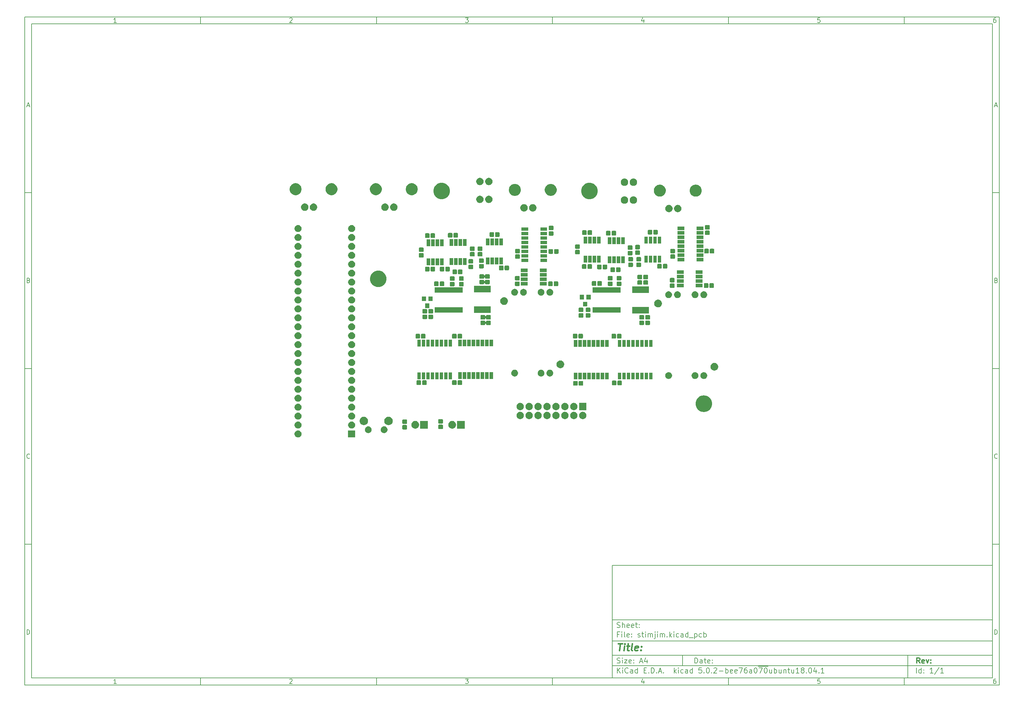
<source format=gts>
G04 #@! TF.GenerationSoftware,KiCad,Pcbnew,5.0.2-bee76a0~70~ubuntu18.04.1*
G04 #@! TF.CreationDate,2019-02-25T13:41:17+02:00*
G04 #@! TF.ProjectId,stimjim,7374696d-6a69-46d2-9e6b-696361645f70,rev?*
G04 #@! TF.SameCoordinates,Original*
G04 #@! TF.FileFunction,Soldermask,Top*
G04 #@! TF.FilePolarity,Negative*
%FSLAX46Y46*%
G04 Gerber Fmt 4.6, Leading zero omitted, Abs format (unit mm)*
G04 Created by KiCad (PCBNEW 5.0.2-bee76a0~70~ubuntu18.04.1) date Mon Feb 25 13:41:17 2019*
%MOMM*%
%LPD*%
G01*
G04 APERTURE LIST*
%ADD10C,0.100000*%
%ADD11C,0.150000*%
%ADD12C,0.300000*%
%ADD13C,0.400000*%
G04 APERTURE END LIST*
D10*
D11*
X177002200Y-166007200D02*
X177002200Y-198007200D01*
X285002200Y-198007200D01*
X285002200Y-166007200D01*
X177002200Y-166007200D01*
D10*
D11*
X10000000Y-10000000D02*
X10000000Y-200007200D01*
X287002200Y-200007200D01*
X287002200Y-10000000D01*
X10000000Y-10000000D01*
D10*
D11*
X12000000Y-12000000D02*
X12000000Y-198007200D01*
X285002200Y-198007200D01*
X285002200Y-12000000D01*
X12000000Y-12000000D01*
D10*
D11*
X60000000Y-12000000D02*
X60000000Y-10000000D01*
D10*
D11*
X110000000Y-12000000D02*
X110000000Y-10000000D01*
D10*
D11*
X160000000Y-12000000D02*
X160000000Y-10000000D01*
D10*
D11*
X210000000Y-12000000D02*
X210000000Y-10000000D01*
D10*
D11*
X260000000Y-12000000D02*
X260000000Y-10000000D01*
D10*
D11*
X36065476Y-11588095D02*
X35322619Y-11588095D01*
X35694047Y-11588095D02*
X35694047Y-10288095D01*
X35570238Y-10473809D01*
X35446428Y-10597619D01*
X35322619Y-10659523D01*
D10*
D11*
X85322619Y-10411904D02*
X85384523Y-10350000D01*
X85508333Y-10288095D01*
X85817857Y-10288095D01*
X85941666Y-10350000D01*
X86003571Y-10411904D01*
X86065476Y-10535714D01*
X86065476Y-10659523D01*
X86003571Y-10845238D01*
X85260714Y-11588095D01*
X86065476Y-11588095D01*
D10*
D11*
X135260714Y-10288095D02*
X136065476Y-10288095D01*
X135632142Y-10783333D01*
X135817857Y-10783333D01*
X135941666Y-10845238D01*
X136003571Y-10907142D01*
X136065476Y-11030952D01*
X136065476Y-11340476D01*
X136003571Y-11464285D01*
X135941666Y-11526190D01*
X135817857Y-11588095D01*
X135446428Y-11588095D01*
X135322619Y-11526190D01*
X135260714Y-11464285D01*
D10*
D11*
X185941666Y-10721428D02*
X185941666Y-11588095D01*
X185632142Y-10226190D02*
X185322619Y-11154761D01*
X186127380Y-11154761D01*
D10*
D11*
X236003571Y-10288095D02*
X235384523Y-10288095D01*
X235322619Y-10907142D01*
X235384523Y-10845238D01*
X235508333Y-10783333D01*
X235817857Y-10783333D01*
X235941666Y-10845238D01*
X236003571Y-10907142D01*
X236065476Y-11030952D01*
X236065476Y-11340476D01*
X236003571Y-11464285D01*
X235941666Y-11526190D01*
X235817857Y-11588095D01*
X235508333Y-11588095D01*
X235384523Y-11526190D01*
X235322619Y-11464285D01*
D10*
D11*
X285941666Y-10288095D02*
X285694047Y-10288095D01*
X285570238Y-10350000D01*
X285508333Y-10411904D01*
X285384523Y-10597619D01*
X285322619Y-10845238D01*
X285322619Y-11340476D01*
X285384523Y-11464285D01*
X285446428Y-11526190D01*
X285570238Y-11588095D01*
X285817857Y-11588095D01*
X285941666Y-11526190D01*
X286003571Y-11464285D01*
X286065476Y-11340476D01*
X286065476Y-11030952D01*
X286003571Y-10907142D01*
X285941666Y-10845238D01*
X285817857Y-10783333D01*
X285570238Y-10783333D01*
X285446428Y-10845238D01*
X285384523Y-10907142D01*
X285322619Y-11030952D01*
D10*
D11*
X60000000Y-198007200D02*
X60000000Y-200007200D01*
D10*
D11*
X110000000Y-198007200D02*
X110000000Y-200007200D01*
D10*
D11*
X160000000Y-198007200D02*
X160000000Y-200007200D01*
D10*
D11*
X210000000Y-198007200D02*
X210000000Y-200007200D01*
D10*
D11*
X260000000Y-198007200D02*
X260000000Y-200007200D01*
D10*
D11*
X36065476Y-199595295D02*
X35322619Y-199595295D01*
X35694047Y-199595295D02*
X35694047Y-198295295D01*
X35570238Y-198481009D01*
X35446428Y-198604819D01*
X35322619Y-198666723D01*
D10*
D11*
X85322619Y-198419104D02*
X85384523Y-198357200D01*
X85508333Y-198295295D01*
X85817857Y-198295295D01*
X85941666Y-198357200D01*
X86003571Y-198419104D01*
X86065476Y-198542914D01*
X86065476Y-198666723D01*
X86003571Y-198852438D01*
X85260714Y-199595295D01*
X86065476Y-199595295D01*
D10*
D11*
X135260714Y-198295295D02*
X136065476Y-198295295D01*
X135632142Y-198790533D01*
X135817857Y-198790533D01*
X135941666Y-198852438D01*
X136003571Y-198914342D01*
X136065476Y-199038152D01*
X136065476Y-199347676D01*
X136003571Y-199471485D01*
X135941666Y-199533390D01*
X135817857Y-199595295D01*
X135446428Y-199595295D01*
X135322619Y-199533390D01*
X135260714Y-199471485D01*
D10*
D11*
X185941666Y-198728628D02*
X185941666Y-199595295D01*
X185632142Y-198233390D02*
X185322619Y-199161961D01*
X186127380Y-199161961D01*
D10*
D11*
X236003571Y-198295295D02*
X235384523Y-198295295D01*
X235322619Y-198914342D01*
X235384523Y-198852438D01*
X235508333Y-198790533D01*
X235817857Y-198790533D01*
X235941666Y-198852438D01*
X236003571Y-198914342D01*
X236065476Y-199038152D01*
X236065476Y-199347676D01*
X236003571Y-199471485D01*
X235941666Y-199533390D01*
X235817857Y-199595295D01*
X235508333Y-199595295D01*
X235384523Y-199533390D01*
X235322619Y-199471485D01*
D10*
D11*
X285941666Y-198295295D02*
X285694047Y-198295295D01*
X285570238Y-198357200D01*
X285508333Y-198419104D01*
X285384523Y-198604819D01*
X285322619Y-198852438D01*
X285322619Y-199347676D01*
X285384523Y-199471485D01*
X285446428Y-199533390D01*
X285570238Y-199595295D01*
X285817857Y-199595295D01*
X285941666Y-199533390D01*
X286003571Y-199471485D01*
X286065476Y-199347676D01*
X286065476Y-199038152D01*
X286003571Y-198914342D01*
X285941666Y-198852438D01*
X285817857Y-198790533D01*
X285570238Y-198790533D01*
X285446428Y-198852438D01*
X285384523Y-198914342D01*
X285322619Y-199038152D01*
D10*
D11*
X10000000Y-60000000D02*
X12000000Y-60000000D01*
D10*
D11*
X10000000Y-110000000D02*
X12000000Y-110000000D01*
D10*
D11*
X10000000Y-160000000D02*
X12000000Y-160000000D01*
D10*
D11*
X10690476Y-35216666D02*
X11309523Y-35216666D01*
X10566666Y-35588095D02*
X11000000Y-34288095D01*
X11433333Y-35588095D01*
D10*
D11*
X11092857Y-84907142D02*
X11278571Y-84969047D01*
X11340476Y-85030952D01*
X11402380Y-85154761D01*
X11402380Y-85340476D01*
X11340476Y-85464285D01*
X11278571Y-85526190D01*
X11154761Y-85588095D01*
X10659523Y-85588095D01*
X10659523Y-84288095D01*
X11092857Y-84288095D01*
X11216666Y-84350000D01*
X11278571Y-84411904D01*
X11340476Y-84535714D01*
X11340476Y-84659523D01*
X11278571Y-84783333D01*
X11216666Y-84845238D01*
X11092857Y-84907142D01*
X10659523Y-84907142D01*
D10*
D11*
X11402380Y-135464285D02*
X11340476Y-135526190D01*
X11154761Y-135588095D01*
X11030952Y-135588095D01*
X10845238Y-135526190D01*
X10721428Y-135402380D01*
X10659523Y-135278571D01*
X10597619Y-135030952D01*
X10597619Y-134845238D01*
X10659523Y-134597619D01*
X10721428Y-134473809D01*
X10845238Y-134350000D01*
X11030952Y-134288095D01*
X11154761Y-134288095D01*
X11340476Y-134350000D01*
X11402380Y-134411904D01*
D10*
D11*
X10659523Y-185588095D02*
X10659523Y-184288095D01*
X10969047Y-184288095D01*
X11154761Y-184350000D01*
X11278571Y-184473809D01*
X11340476Y-184597619D01*
X11402380Y-184845238D01*
X11402380Y-185030952D01*
X11340476Y-185278571D01*
X11278571Y-185402380D01*
X11154761Y-185526190D01*
X10969047Y-185588095D01*
X10659523Y-185588095D01*
D10*
D11*
X287002200Y-60000000D02*
X285002200Y-60000000D01*
D10*
D11*
X287002200Y-110000000D02*
X285002200Y-110000000D01*
D10*
D11*
X287002200Y-160000000D02*
X285002200Y-160000000D01*
D10*
D11*
X285692676Y-35216666D02*
X286311723Y-35216666D01*
X285568866Y-35588095D02*
X286002200Y-34288095D01*
X286435533Y-35588095D01*
D10*
D11*
X286095057Y-84907142D02*
X286280771Y-84969047D01*
X286342676Y-85030952D01*
X286404580Y-85154761D01*
X286404580Y-85340476D01*
X286342676Y-85464285D01*
X286280771Y-85526190D01*
X286156961Y-85588095D01*
X285661723Y-85588095D01*
X285661723Y-84288095D01*
X286095057Y-84288095D01*
X286218866Y-84350000D01*
X286280771Y-84411904D01*
X286342676Y-84535714D01*
X286342676Y-84659523D01*
X286280771Y-84783333D01*
X286218866Y-84845238D01*
X286095057Y-84907142D01*
X285661723Y-84907142D01*
D10*
D11*
X286404580Y-135464285D02*
X286342676Y-135526190D01*
X286156961Y-135588095D01*
X286033152Y-135588095D01*
X285847438Y-135526190D01*
X285723628Y-135402380D01*
X285661723Y-135278571D01*
X285599819Y-135030952D01*
X285599819Y-134845238D01*
X285661723Y-134597619D01*
X285723628Y-134473809D01*
X285847438Y-134350000D01*
X286033152Y-134288095D01*
X286156961Y-134288095D01*
X286342676Y-134350000D01*
X286404580Y-134411904D01*
D10*
D11*
X285661723Y-185588095D02*
X285661723Y-184288095D01*
X285971247Y-184288095D01*
X286156961Y-184350000D01*
X286280771Y-184473809D01*
X286342676Y-184597619D01*
X286404580Y-184845238D01*
X286404580Y-185030952D01*
X286342676Y-185278571D01*
X286280771Y-185402380D01*
X286156961Y-185526190D01*
X285971247Y-185588095D01*
X285661723Y-185588095D01*
D10*
D11*
X200434342Y-193785771D02*
X200434342Y-192285771D01*
X200791485Y-192285771D01*
X201005771Y-192357200D01*
X201148628Y-192500057D01*
X201220057Y-192642914D01*
X201291485Y-192928628D01*
X201291485Y-193142914D01*
X201220057Y-193428628D01*
X201148628Y-193571485D01*
X201005771Y-193714342D01*
X200791485Y-193785771D01*
X200434342Y-193785771D01*
X202577200Y-193785771D02*
X202577200Y-193000057D01*
X202505771Y-192857200D01*
X202362914Y-192785771D01*
X202077200Y-192785771D01*
X201934342Y-192857200D01*
X202577200Y-193714342D02*
X202434342Y-193785771D01*
X202077200Y-193785771D01*
X201934342Y-193714342D01*
X201862914Y-193571485D01*
X201862914Y-193428628D01*
X201934342Y-193285771D01*
X202077200Y-193214342D01*
X202434342Y-193214342D01*
X202577200Y-193142914D01*
X203077200Y-192785771D02*
X203648628Y-192785771D01*
X203291485Y-192285771D02*
X203291485Y-193571485D01*
X203362914Y-193714342D01*
X203505771Y-193785771D01*
X203648628Y-193785771D01*
X204720057Y-193714342D02*
X204577200Y-193785771D01*
X204291485Y-193785771D01*
X204148628Y-193714342D01*
X204077200Y-193571485D01*
X204077200Y-193000057D01*
X204148628Y-192857200D01*
X204291485Y-192785771D01*
X204577200Y-192785771D01*
X204720057Y-192857200D01*
X204791485Y-193000057D01*
X204791485Y-193142914D01*
X204077200Y-193285771D01*
X205434342Y-193642914D02*
X205505771Y-193714342D01*
X205434342Y-193785771D01*
X205362914Y-193714342D01*
X205434342Y-193642914D01*
X205434342Y-193785771D01*
X205434342Y-192857200D02*
X205505771Y-192928628D01*
X205434342Y-193000057D01*
X205362914Y-192928628D01*
X205434342Y-192857200D01*
X205434342Y-193000057D01*
D10*
D11*
X177002200Y-194507200D02*
X285002200Y-194507200D01*
D10*
D11*
X178434342Y-196585771D02*
X178434342Y-195085771D01*
X179291485Y-196585771D02*
X178648628Y-195728628D01*
X179291485Y-195085771D02*
X178434342Y-195942914D01*
X179934342Y-196585771D02*
X179934342Y-195585771D01*
X179934342Y-195085771D02*
X179862914Y-195157200D01*
X179934342Y-195228628D01*
X180005771Y-195157200D01*
X179934342Y-195085771D01*
X179934342Y-195228628D01*
X181505771Y-196442914D02*
X181434342Y-196514342D01*
X181220057Y-196585771D01*
X181077200Y-196585771D01*
X180862914Y-196514342D01*
X180720057Y-196371485D01*
X180648628Y-196228628D01*
X180577200Y-195942914D01*
X180577200Y-195728628D01*
X180648628Y-195442914D01*
X180720057Y-195300057D01*
X180862914Y-195157200D01*
X181077200Y-195085771D01*
X181220057Y-195085771D01*
X181434342Y-195157200D01*
X181505771Y-195228628D01*
X182791485Y-196585771D02*
X182791485Y-195800057D01*
X182720057Y-195657200D01*
X182577200Y-195585771D01*
X182291485Y-195585771D01*
X182148628Y-195657200D01*
X182791485Y-196514342D02*
X182648628Y-196585771D01*
X182291485Y-196585771D01*
X182148628Y-196514342D01*
X182077200Y-196371485D01*
X182077200Y-196228628D01*
X182148628Y-196085771D01*
X182291485Y-196014342D01*
X182648628Y-196014342D01*
X182791485Y-195942914D01*
X184148628Y-196585771D02*
X184148628Y-195085771D01*
X184148628Y-196514342D02*
X184005771Y-196585771D01*
X183720057Y-196585771D01*
X183577200Y-196514342D01*
X183505771Y-196442914D01*
X183434342Y-196300057D01*
X183434342Y-195871485D01*
X183505771Y-195728628D01*
X183577200Y-195657200D01*
X183720057Y-195585771D01*
X184005771Y-195585771D01*
X184148628Y-195657200D01*
X186005771Y-195800057D02*
X186505771Y-195800057D01*
X186720057Y-196585771D02*
X186005771Y-196585771D01*
X186005771Y-195085771D01*
X186720057Y-195085771D01*
X187362914Y-196442914D02*
X187434342Y-196514342D01*
X187362914Y-196585771D01*
X187291485Y-196514342D01*
X187362914Y-196442914D01*
X187362914Y-196585771D01*
X188077200Y-196585771D02*
X188077200Y-195085771D01*
X188434342Y-195085771D01*
X188648628Y-195157200D01*
X188791485Y-195300057D01*
X188862914Y-195442914D01*
X188934342Y-195728628D01*
X188934342Y-195942914D01*
X188862914Y-196228628D01*
X188791485Y-196371485D01*
X188648628Y-196514342D01*
X188434342Y-196585771D01*
X188077200Y-196585771D01*
X189577200Y-196442914D02*
X189648628Y-196514342D01*
X189577200Y-196585771D01*
X189505771Y-196514342D01*
X189577200Y-196442914D01*
X189577200Y-196585771D01*
X190220057Y-196157200D02*
X190934342Y-196157200D01*
X190077200Y-196585771D02*
X190577200Y-195085771D01*
X191077200Y-196585771D01*
X191577200Y-196442914D02*
X191648628Y-196514342D01*
X191577200Y-196585771D01*
X191505771Y-196514342D01*
X191577200Y-196442914D01*
X191577200Y-196585771D01*
X194577200Y-196585771D02*
X194577200Y-195085771D01*
X194720057Y-196014342D02*
X195148628Y-196585771D01*
X195148628Y-195585771D02*
X194577200Y-196157200D01*
X195791485Y-196585771D02*
X195791485Y-195585771D01*
X195791485Y-195085771D02*
X195720057Y-195157200D01*
X195791485Y-195228628D01*
X195862914Y-195157200D01*
X195791485Y-195085771D01*
X195791485Y-195228628D01*
X197148628Y-196514342D02*
X197005771Y-196585771D01*
X196720057Y-196585771D01*
X196577200Y-196514342D01*
X196505771Y-196442914D01*
X196434342Y-196300057D01*
X196434342Y-195871485D01*
X196505771Y-195728628D01*
X196577200Y-195657200D01*
X196720057Y-195585771D01*
X197005771Y-195585771D01*
X197148628Y-195657200D01*
X198434342Y-196585771D02*
X198434342Y-195800057D01*
X198362914Y-195657200D01*
X198220057Y-195585771D01*
X197934342Y-195585771D01*
X197791485Y-195657200D01*
X198434342Y-196514342D02*
X198291485Y-196585771D01*
X197934342Y-196585771D01*
X197791485Y-196514342D01*
X197720057Y-196371485D01*
X197720057Y-196228628D01*
X197791485Y-196085771D01*
X197934342Y-196014342D01*
X198291485Y-196014342D01*
X198434342Y-195942914D01*
X199791485Y-196585771D02*
X199791485Y-195085771D01*
X199791485Y-196514342D02*
X199648628Y-196585771D01*
X199362914Y-196585771D01*
X199220057Y-196514342D01*
X199148628Y-196442914D01*
X199077200Y-196300057D01*
X199077200Y-195871485D01*
X199148628Y-195728628D01*
X199220057Y-195657200D01*
X199362914Y-195585771D01*
X199648628Y-195585771D01*
X199791485Y-195657200D01*
X202362914Y-195085771D02*
X201648628Y-195085771D01*
X201577200Y-195800057D01*
X201648628Y-195728628D01*
X201791485Y-195657200D01*
X202148628Y-195657200D01*
X202291485Y-195728628D01*
X202362914Y-195800057D01*
X202434342Y-195942914D01*
X202434342Y-196300057D01*
X202362914Y-196442914D01*
X202291485Y-196514342D01*
X202148628Y-196585771D01*
X201791485Y-196585771D01*
X201648628Y-196514342D01*
X201577200Y-196442914D01*
X203077200Y-196442914D02*
X203148628Y-196514342D01*
X203077200Y-196585771D01*
X203005771Y-196514342D01*
X203077200Y-196442914D01*
X203077200Y-196585771D01*
X204077200Y-195085771D02*
X204220057Y-195085771D01*
X204362914Y-195157200D01*
X204434342Y-195228628D01*
X204505771Y-195371485D01*
X204577200Y-195657200D01*
X204577200Y-196014342D01*
X204505771Y-196300057D01*
X204434342Y-196442914D01*
X204362914Y-196514342D01*
X204220057Y-196585771D01*
X204077200Y-196585771D01*
X203934342Y-196514342D01*
X203862914Y-196442914D01*
X203791485Y-196300057D01*
X203720057Y-196014342D01*
X203720057Y-195657200D01*
X203791485Y-195371485D01*
X203862914Y-195228628D01*
X203934342Y-195157200D01*
X204077200Y-195085771D01*
X205220057Y-196442914D02*
X205291485Y-196514342D01*
X205220057Y-196585771D01*
X205148628Y-196514342D01*
X205220057Y-196442914D01*
X205220057Y-196585771D01*
X205862914Y-195228628D02*
X205934342Y-195157200D01*
X206077200Y-195085771D01*
X206434342Y-195085771D01*
X206577200Y-195157200D01*
X206648628Y-195228628D01*
X206720057Y-195371485D01*
X206720057Y-195514342D01*
X206648628Y-195728628D01*
X205791485Y-196585771D01*
X206720057Y-196585771D01*
X207362914Y-196014342D02*
X208505771Y-196014342D01*
X209220057Y-196585771D02*
X209220057Y-195085771D01*
X209220057Y-195657200D02*
X209362914Y-195585771D01*
X209648628Y-195585771D01*
X209791485Y-195657200D01*
X209862914Y-195728628D01*
X209934342Y-195871485D01*
X209934342Y-196300057D01*
X209862914Y-196442914D01*
X209791485Y-196514342D01*
X209648628Y-196585771D01*
X209362914Y-196585771D01*
X209220057Y-196514342D01*
X211148628Y-196514342D02*
X211005771Y-196585771D01*
X210720057Y-196585771D01*
X210577200Y-196514342D01*
X210505771Y-196371485D01*
X210505771Y-195800057D01*
X210577200Y-195657200D01*
X210720057Y-195585771D01*
X211005771Y-195585771D01*
X211148628Y-195657200D01*
X211220057Y-195800057D01*
X211220057Y-195942914D01*
X210505771Y-196085771D01*
X212434342Y-196514342D02*
X212291485Y-196585771D01*
X212005771Y-196585771D01*
X211862914Y-196514342D01*
X211791485Y-196371485D01*
X211791485Y-195800057D01*
X211862914Y-195657200D01*
X212005771Y-195585771D01*
X212291485Y-195585771D01*
X212434342Y-195657200D01*
X212505771Y-195800057D01*
X212505771Y-195942914D01*
X211791485Y-196085771D01*
X213005771Y-195085771D02*
X214005771Y-195085771D01*
X213362914Y-196585771D01*
X215220057Y-195085771D02*
X214934342Y-195085771D01*
X214791485Y-195157200D01*
X214720057Y-195228628D01*
X214577200Y-195442914D01*
X214505771Y-195728628D01*
X214505771Y-196300057D01*
X214577200Y-196442914D01*
X214648628Y-196514342D01*
X214791485Y-196585771D01*
X215077200Y-196585771D01*
X215220057Y-196514342D01*
X215291485Y-196442914D01*
X215362914Y-196300057D01*
X215362914Y-195942914D01*
X215291485Y-195800057D01*
X215220057Y-195728628D01*
X215077200Y-195657200D01*
X214791485Y-195657200D01*
X214648628Y-195728628D01*
X214577200Y-195800057D01*
X214505771Y-195942914D01*
X216648628Y-196585771D02*
X216648628Y-195800057D01*
X216577200Y-195657200D01*
X216434342Y-195585771D01*
X216148628Y-195585771D01*
X216005771Y-195657200D01*
X216648628Y-196514342D02*
X216505771Y-196585771D01*
X216148628Y-196585771D01*
X216005771Y-196514342D01*
X215934342Y-196371485D01*
X215934342Y-196228628D01*
X216005771Y-196085771D01*
X216148628Y-196014342D01*
X216505771Y-196014342D01*
X216648628Y-195942914D01*
X217648628Y-195085771D02*
X217791485Y-195085771D01*
X217934342Y-195157200D01*
X218005771Y-195228628D01*
X218077200Y-195371485D01*
X218148628Y-195657200D01*
X218148628Y-196014342D01*
X218077200Y-196300057D01*
X218005771Y-196442914D01*
X217934342Y-196514342D01*
X217791485Y-196585771D01*
X217648628Y-196585771D01*
X217505771Y-196514342D01*
X217434342Y-196442914D01*
X217362914Y-196300057D01*
X217291485Y-196014342D01*
X217291485Y-195657200D01*
X217362914Y-195371485D01*
X217434342Y-195228628D01*
X217505771Y-195157200D01*
X217648628Y-195085771D01*
X218434342Y-194677200D02*
X219862914Y-194677200D01*
X218648628Y-195085771D02*
X219648628Y-195085771D01*
X219005771Y-196585771D01*
X219862914Y-194677200D02*
X221291485Y-194677200D01*
X220505771Y-195085771D02*
X220648628Y-195085771D01*
X220791485Y-195157200D01*
X220862914Y-195228628D01*
X220934342Y-195371485D01*
X221005771Y-195657200D01*
X221005771Y-196014342D01*
X220934342Y-196300057D01*
X220862914Y-196442914D01*
X220791485Y-196514342D01*
X220648628Y-196585771D01*
X220505771Y-196585771D01*
X220362914Y-196514342D01*
X220291485Y-196442914D01*
X220220057Y-196300057D01*
X220148628Y-196014342D01*
X220148628Y-195657200D01*
X220220057Y-195371485D01*
X220291485Y-195228628D01*
X220362914Y-195157200D01*
X220505771Y-195085771D01*
X222291485Y-195585771D02*
X222291485Y-196585771D01*
X221648628Y-195585771D02*
X221648628Y-196371485D01*
X221720057Y-196514342D01*
X221862914Y-196585771D01*
X222077200Y-196585771D01*
X222220057Y-196514342D01*
X222291485Y-196442914D01*
X223005771Y-196585771D02*
X223005771Y-195085771D01*
X223005771Y-195657200D02*
X223148628Y-195585771D01*
X223434342Y-195585771D01*
X223577200Y-195657200D01*
X223648628Y-195728628D01*
X223720057Y-195871485D01*
X223720057Y-196300057D01*
X223648628Y-196442914D01*
X223577200Y-196514342D01*
X223434342Y-196585771D01*
X223148628Y-196585771D01*
X223005771Y-196514342D01*
X225005771Y-195585771D02*
X225005771Y-196585771D01*
X224362914Y-195585771D02*
X224362914Y-196371485D01*
X224434342Y-196514342D01*
X224577200Y-196585771D01*
X224791485Y-196585771D01*
X224934342Y-196514342D01*
X225005771Y-196442914D01*
X225720057Y-195585771D02*
X225720057Y-196585771D01*
X225720057Y-195728628D02*
X225791485Y-195657200D01*
X225934342Y-195585771D01*
X226148628Y-195585771D01*
X226291485Y-195657200D01*
X226362914Y-195800057D01*
X226362914Y-196585771D01*
X226862914Y-195585771D02*
X227434342Y-195585771D01*
X227077200Y-195085771D02*
X227077200Y-196371485D01*
X227148628Y-196514342D01*
X227291485Y-196585771D01*
X227434342Y-196585771D01*
X228577200Y-195585771D02*
X228577200Y-196585771D01*
X227934342Y-195585771D02*
X227934342Y-196371485D01*
X228005771Y-196514342D01*
X228148628Y-196585771D01*
X228362914Y-196585771D01*
X228505771Y-196514342D01*
X228577200Y-196442914D01*
X230077200Y-196585771D02*
X229220057Y-196585771D01*
X229648628Y-196585771D02*
X229648628Y-195085771D01*
X229505771Y-195300057D01*
X229362914Y-195442914D01*
X229220057Y-195514342D01*
X230934342Y-195728628D02*
X230791485Y-195657200D01*
X230720057Y-195585771D01*
X230648628Y-195442914D01*
X230648628Y-195371485D01*
X230720057Y-195228628D01*
X230791485Y-195157200D01*
X230934342Y-195085771D01*
X231220057Y-195085771D01*
X231362914Y-195157200D01*
X231434342Y-195228628D01*
X231505771Y-195371485D01*
X231505771Y-195442914D01*
X231434342Y-195585771D01*
X231362914Y-195657200D01*
X231220057Y-195728628D01*
X230934342Y-195728628D01*
X230791485Y-195800057D01*
X230720057Y-195871485D01*
X230648628Y-196014342D01*
X230648628Y-196300057D01*
X230720057Y-196442914D01*
X230791485Y-196514342D01*
X230934342Y-196585771D01*
X231220057Y-196585771D01*
X231362914Y-196514342D01*
X231434342Y-196442914D01*
X231505771Y-196300057D01*
X231505771Y-196014342D01*
X231434342Y-195871485D01*
X231362914Y-195800057D01*
X231220057Y-195728628D01*
X232148628Y-196442914D02*
X232220057Y-196514342D01*
X232148628Y-196585771D01*
X232077200Y-196514342D01*
X232148628Y-196442914D01*
X232148628Y-196585771D01*
X233148628Y-195085771D02*
X233291485Y-195085771D01*
X233434342Y-195157200D01*
X233505771Y-195228628D01*
X233577200Y-195371485D01*
X233648628Y-195657200D01*
X233648628Y-196014342D01*
X233577200Y-196300057D01*
X233505771Y-196442914D01*
X233434342Y-196514342D01*
X233291485Y-196585771D01*
X233148628Y-196585771D01*
X233005771Y-196514342D01*
X232934342Y-196442914D01*
X232862914Y-196300057D01*
X232791485Y-196014342D01*
X232791485Y-195657200D01*
X232862914Y-195371485D01*
X232934342Y-195228628D01*
X233005771Y-195157200D01*
X233148628Y-195085771D01*
X234934342Y-195585771D02*
X234934342Y-196585771D01*
X234577200Y-195014342D02*
X234220057Y-196085771D01*
X235148628Y-196085771D01*
X235720057Y-196442914D02*
X235791485Y-196514342D01*
X235720057Y-196585771D01*
X235648628Y-196514342D01*
X235720057Y-196442914D01*
X235720057Y-196585771D01*
X237220057Y-196585771D02*
X236362914Y-196585771D01*
X236791485Y-196585771D02*
X236791485Y-195085771D01*
X236648628Y-195300057D01*
X236505771Y-195442914D01*
X236362914Y-195514342D01*
D10*
D11*
X177002200Y-191507200D02*
X285002200Y-191507200D01*
D10*
D12*
X264411485Y-193785771D02*
X263911485Y-193071485D01*
X263554342Y-193785771D02*
X263554342Y-192285771D01*
X264125771Y-192285771D01*
X264268628Y-192357200D01*
X264340057Y-192428628D01*
X264411485Y-192571485D01*
X264411485Y-192785771D01*
X264340057Y-192928628D01*
X264268628Y-193000057D01*
X264125771Y-193071485D01*
X263554342Y-193071485D01*
X265625771Y-193714342D02*
X265482914Y-193785771D01*
X265197200Y-193785771D01*
X265054342Y-193714342D01*
X264982914Y-193571485D01*
X264982914Y-193000057D01*
X265054342Y-192857200D01*
X265197200Y-192785771D01*
X265482914Y-192785771D01*
X265625771Y-192857200D01*
X265697200Y-193000057D01*
X265697200Y-193142914D01*
X264982914Y-193285771D01*
X266197200Y-192785771D02*
X266554342Y-193785771D01*
X266911485Y-192785771D01*
X267482914Y-193642914D02*
X267554342Y-193714342D01*
X267482914Y-193785771D01*
X267411485Y-193714342D01*
X267482914Y-193642914D01*
X267482914Y-193785771D01*
X267482914Y-192857200D02*
X267554342Y-192928628D01*
X267482914Y-193000057D01*
X267411485Y-192928628D01*
X267482914Y-192857200D01*
X267482914Y-193000057D01*
D10*
D11*
X178362914Y-193714342D02*
X178577200Y-193785771D01*
X178934342Y-193785771D01*
X179077200Y-193714342D01*
X179148628Y-193642914D01*
X179220057Y-193500057D01*
X179220057Y-193357200D01*
X179148628Y-193214342D01*
X179077200Y-193142914D01*
X178934342Y-193071485D01*
X178648628Y-193000057D01*
X178505771Y-192928628D01*
X178434342Y-192857200D01*
X178362914Y-192714342D01*
X178362914Y-192571485D01*
X178434342Y-192428628D01*
X178505771Y-192357200D01*
X178648628Y-192285771D01*
X179005771Y-192285771D01*
X179220057Y-192357200D01*
X179862914Y-193785771D02*
X179862914Y-192785771D01*
X179862914Y-192285771D02*
X179791485Y-192357200D01*
X179862914Y-192428628D01*
X179934342Y-192357200D01*
X179862914Y-192285771D01*
X179862914Y-192428628D01*
X180434342Y-192785771D02*
X181220057Y-192785771D01*
X180434342Y-193785771D01*
X181220057Y-193785771D01*
X182362914Y-193714342D02*
X182220057Y-193785771D01*
X181934342Y-193785771D01*
X181791485Y-193714342D01*
X181720057Y-193571485D01*
X181720057Y-193000057D01*
X181791485Y-192857200D01*
X181934342Y-192785771D01*
X182220057Y-192785771D01*
X182362914Y-192857200D01*
X182434342Y-193000057D01*
X182434342Y-193142914D01*
X181720057Y-193285771D01*
X183077200Y-193642914D02*
X183148628Y-193714342D01*
X183077200Y-193785771D01*
X183005771Y-193714342D01*
X183077200Y-193642914D01*
X183077200Y-193785771D01*
X183077200Y-192857200D02*
X183148628Y-192928628D01*
X183077200Y-193000057D01*
X183005771Y-192928628D01*
X183077200Y-192857200D01*
X183077200Y-193000057D01*
X184862914Y-193357200D02*
X185577200Y-193357200D01*
X184720057Y-193785771D02*
X185220057Y-192285771D01*
X185720057Y-193785771D01*
X186862914Y-192785771D02*
X186862914Y-193785771D01*
X186505771Y-192214342D02*
X186148628Y-193285771D01*
X187077200Y-193285771D01*
D10*
D11*
X263434342Y-196585771D02*
X263434342Y-195085771D01*
X264791485Y-196585771D02*
X264791485Y-195085771D01*
X264791485Y-196514342D02*
X264648628Y-196585771D01*
X264362914Y-196585771D01*
X264220057Y-196514342D01*
X264148628Y-196442914D01*
X264077200Y-196300057D01*
X264077200Y-195871485D01*
X264148628Y-195728628D01*
X264220057Y-195657200D01*
X264362914Y-195585771D01*
X264648628Y-195585771D01*
X264791485Y-195657200D01*
X265505771Y-196442914D02*
X265577200Y-196514342D01*
X265505771Y-196585771D01*
X265434342Y-196514342D01*
X265505771Y-196442914D01*
X265505771Y-196585771D01*
X265505771Y-195657200D02*
X265577200Y-195728628D01*
X265505771Y-195800057D01*
X265434342Y-195728628D01*
X265505771Y-195657200D01*
X265505771Y-195800057D01*
X268148628Y-196585771D02*
X267291485Y-196585771D01*
X267720057Y-196585771D02*
X267720057Y-195085771D01*
X267577200Y-195300057D01*
X267434342Y-195442914D01*
X267291485Y-195514342D01*
X269862914Y-195014342D02*
X268577200Y-196942914D01*
X271148628Y-196585771D02*
X270291485Y-196585771D01*
X270720057Y-196585771D02*
X270720057Y-195085771D01*
X270577200Y-195300057D01*
X270434342Y-195442914D01*
X270291485Y-195514342D01*
D10*
D11*
X177002200Y-187507200D02*
X285002200Y-187507200D01*
D10*
D13*
X178714580Y-188211961D02*
X179857438Y-188211961D01*
X179036009Y-190211961D02*
X179286009Y-188211961D01*
X180274104Y-190211961D02*
X180440771Y-188878628D01*
X180524104Y-188211961D02*
X180416961Y-188307200D01*
X180500295Y-188402438D01*
X180607438Y-188307200D01*
X180524104Y-188211961D01*
X180500295Y-188402438D01*
X181107438Y-188878628D02*
X181869342Y-188878628D01*
X181476485Y-188211961D02*
X181262200Y-189926247D01*
X181333628Y-190116723D01*
X181512200Y-190211961D01*
X181702676Y-190211961D01*
X182655057Y-190211961D02*
X182476485Y-190116723D01*
X182405057Y-189926247D01*
X182619342Y-188211961D01*
X184190771Y-190116723D02*
X183988390Y-190211961D01*
X183607438Y-190211961D01*
X183428866Y-190116723D01*
X183357438Y-189926247D01*
X183452676Y-189164342D01*
X183571723Y-188973866D01*
X183774104Y-188878628D01*
X184155057Y-188878628D01*
X184333628Y-188973866D01*
X184405057Y-189164342D01*
X184381247Y-189354819D01*
X183405057Y-189545295D01*
X185155057Y-190021485D02*
X185238390Y-190116723D01*
X185131247Y-190211961D01*
X185047914Y-190116723D01*
X185155057Y-190021485D01*
X185131247Y-190211961D01*
X185286009Y-188973866D02*
X185369342Y-189069104D01*
X185262200Y-189164342D01*
X185178866Y-189069104D01*
X185286009Y-188973866D01*
X185262200Y-189164342D01*
D10*
D11*
X178934342Y-185600057D02*
X178434342Y-185600057D01*
X178434342Y-186385771D02*
X178434342Y-184885771D01*
X179148628Y-184885771D01*
X179720057Y-186385771D02*
X179720057Y-185385771D01*
X179720057Y-184885771D02*
X179648628Y-184957200D01*
X179720057Y-185028628D01*
X179791485Y-184957200D01*
X179720057Y-184885771D01*
X179720057Y-185028628D01*
X180648628Y-186385771D02*
X180505771Y-186314342D01*
X180434342Y-186171485D01*
X180434342Y-184885771D01*
X181791485Y-186314342D02*
X181648628Y-186385771D01*
X181362914Y-186385771D01*
X181220057Y-186314342D01*
X181148628Y-186171485D01*
X181148628Y-185600057D01*
X181220057Y-185457200D01*
X181362914Y-185385771D01*
X181648628Y-185385771D01*
X181791485Y-185457200D01*
X181862914Y-185600057D01*
X181862914Y-185742914D01*
X181148628Y-185885771D01*
X182505771Y-186242914D02*
X182577200Y-186314342D01*
X182505771Y-186385771D01*
X182434342Y-186314342D01*
X182505771Y-186242914D01*
X182505771Y-186385771D01*
X182505771Y-185457200D02*
X182577200Y-185528628D01*
X182505771Y-185600057D01*
X182434342Y-185528628D01*
X182505771Y-185457200D01*
X182505771Y-185600057D01*
X184291485Y-186314342D02*
X184434342Y-186385771D01*
X184720057Y-186385771D01*
X184862914Y-186314342D01*
X184934342Y-186171485D01*
X184934342Y-186100057D01*
X184862914Y-185957200D01*
X184720057Y-185885771D01*
X184505771Y-185885771D01*
X184362914Y-185814342D01*
X184291485Y-185671485D01*
X184291485Y-185600057D01*
X184362914Y-185457200D01*
X184505771Y-185385771D01*
X184720057Y-185385771D01*
X184862914Y-185457200D01*
X185362914Y-185385771D02*
X185934342Y-185385771D01*
X185577200Y-184885771D02*
X185577200Y-186171485D01*
X185648628Y-186314342D01*
X185791485Y-186385771D01*
X185934342Y-186385771D01*
X186434342Y-186385771D02*
X186434342Y-185385771D01*
X186434342Y-184885771D02*
X186362914Y-184957200D01*
X186434342Y-185028628D01*
X186505771Y-184957200D01*
X186434342Y-184885771D01*
X186434342Y-185028628D01*
X187148628Y-186385771D02*
X187148628Y-185385771D01*
X187148628Y-185528628D02*
X187220057Y-185457200D01*
X187362914Y-185385771D01*
X187577200Y-185385771D01*
X187720057Y-185457200D01*
X187791485Y-185600057D01*
X187791485Y-186385771D01*
X187791485Y-185600057D02*
X187862914Y-185457200D01*
X188005771Y-185385771D01*
X188220057Y-185385771D01*
X188362914Y-185457200D01*
X188434342Y-185600057D01*
X188434342Y-186385771D01*
X189148628Y-185385771D02*
X189148628Y-186671485D01*
X189077200Y-186814342D01*
X188934342Y-186885771D01*
X188862914Y-186885771D01*
X189148628Y-184885771D02*
X189077200Y-184957200D01*
X189148628Y-185028628D01*
X189220057Y-184957200D01*
X189148628Y-184885771D01*
X189148628Y-185028628D01*
X189862914Y-186385771D02*
X189862914Y-185385771D01*
X189862914Y-184885771D02*
X189791485Y-184957200D01*
X189862914Y-185028628D01*
X189934342Y-184957200D01*
X189862914Y-184885771D01*
X189862914Y-185028628D01*
X190577200Y-186385771D02*
X190577200Y-185385771D01*
X190577200Y-185528628D02*
X190648628Y-185457200D01*
X190791485Y-185385771D01*
X191005771Y-185385771D01*
X191148628Y-185457200D01*
X191220057Y-185600057D01*
X191220057Y-186385771D01*
X191220057Y-185600057D02*
X191291485Y-185457200D01*
X191434342Y-185385771D01*
X191648628Y-185385771D01*
X191791485Y-185457200D01*
X191862914Y-185600057D01*
X191862914Y-186385771D01*
X192577200Y-186242914D02*
X192648628Y-186314342D01*
X192577200Y-186385771D01*
X192505771Y-186314342D01*
X192577200Y-186242914D01*
X192577200Y-186385771D01*
X193291485Y-186385771D02*
X193291485Y-184885771D01*
X193434342Y-185814342D02*
X193862914Y-186385771D01*
X193862914Y-185385771D02*
X193291485Y-185957200D01*
X194505771Y-186385771D02*
X194505771Y-185385771D01*
X194505771Y-184885771D02*
X194434342Y-184957200D01*
X194505771Y-185028628D01*
X194577200Y-184957200D01*
X194505771Y-184885771D01*
X194505771Y-185028628D01*
X195862914Y-186314342D02*
X195720057Y-186385771D01*
X195434342Y-186385771D01*
X195291485Y-186314342D01*
X195220057Y-186242914D01*
X195148628Y-186100057D01*
X195148628Y-185671485D01*
X195220057Y-185528628D01*
X195291485Y-185457200D01*
X195434342Y-185385771D01*
X195720057Y-185385771D01*
X195862914Y-185457200D01*
X197148628Y-186385771D02*
X197148628Y-185600057D01*
X197077200Y-185457200D01*
X196934342Y-185385771D01*
X196648628Y-185385771D01*
X196505771Y-185457200D01*
X197148628Y-186314342D02*
X197005771Y-186385771D01*
X196648628Y-186385771D01*
X196505771Y-186314342D01*
X196434342Y-186171485D01*
X196434342Y-186028628D01*
X196505771Y-185885771D01*
X196648628Y-185814342D01*
X197005771Y-185814342D01*
X197148628Y-185742914D01*
X198505771Y-186385771D02*
X198505771Y-184885771D01*
X198505771Y-186314342D02*
X198362914Y-186385771D01*
X198077200Y-186385771D01*
X197934342Y-186314342D01*
X197862914Y-186242914D01*
X197791485Y-186100057D01*
X197791485Y-185671485D01*
X197862914Y-185528628D01*
X197934342Y-185457200D01*
X198077200Y-185385771D01*
X198362914Y-185385771D01*
X198505771Y-185457200D01*
X198862914Y-186528628D02*
X200005771Y-186528628D01*
X200362914Y-185385771D02*
X200362914Y-186885771D01*
X200362914Y-185457200D02*
X200505771Y-185385771D01*
X200791485Y-185385771D01*
X200934342Y-185457200D01*
X201005771Y-185528628D01*
X201077200Y-185671485D01*
X201077200Y-186100057D01*
X201005771Y-186242914D01*
X200934342Y-186314342D01*
X200791485Y-186385771D01*
X200505771Y-186385771D01*
X200362914Y-186314342D01*
X202362914Y-186314342D02*
X202220057Y-186385771D01*
X201934342Y-186385771D01*
X201791485Y-186314342D01*
X201720057Y-186242914D01*
X201648628Y-186100057D01*
X201648628Y-185671485D01*
X201720057Y-185528628D01*
X201791485Y-185457200D01*
X201934342Y-185385771D01*
X202220057Y-185385771D01*
X202362914Y-185457200D01*
X203005771Y-186385771D02*
X203005771Y-184885771D01*
X203005771Y-185457200D02*
X203148628Y-185385771D01*
X203434342Y-185385771D01*
X203577200Y-185457200D01*
X203648628Y-185528628D01*
X203720057Y-185671485D01*
X203720057Y-186100057D01*
X203648628Y-186242914D01*
X203577200Y-186314342D01*
X203434342Y-186385771D01*
X203148628Y-186385771D01*
X203005771Y-186314342D01*
D10*
D11*
X177002200Y-181507200D02*
X285002200Y-181507200D01*
D10*
D11*
X178362914Y-183614342D02*
X178577200Y-183685771D01*
X178934342Y-183685771D01*
X179077200Y-183614342D01*
X179148628Y-183542914D01*
X179220057Y-183400057D01*
X179220057Y-183257200D01*
X179148628Y-183114342D01*
X179077200Y-183042914D01*
X178934342Y-182971485D01*
X178648628Y-182900057D01*
X178505771Y-182828628D01*
X178434342Y-182757200D01*
X178362914Y-182614342D01*
X178362914Y-182471485D01*
X178434342Y-182328628D01*
X178505771Y-182257200D01*
X178648628Y-182185771D01*
X179005771Y-182185771D01*
X179220057Y-182257200D01*
X179862914Y-183685771D02*
X179862914Y-182185771D01*
X180505771Y-183685771D02*
X180505771Y-182900057D01*
X180434342Y-182757200D01*
X180291485Y-182685771D01*
X180077200Y-182685771D01*
X179934342Y-182757200D01*
X179862914Y-182828628D01*
X181791485Y-183614342D02*
X181648628Y-183685771D01*
X181362914Y-183685771D01*
X181220057Y-183614342D01*
X181148628Y-183471485D01*
X181148628Y-182900057D01*
X181220057Y-182757200D01*
X181362914Y-182685771D01*
X181648628Y-182685771D01*
X181791485Y-182757200D01*
X181862914Y-182900057D01*
X181862914Y-183042914D01*
X181148628Y-183185771D01*
X183077200Y-183614342D02*
X182934342Y-183685771D01*
X182648628Y-183685771D01*
X182505771Y-183614342D01*
X182434342Y-183471485D01*
X182434342Y-182900057D01*
X182505771Y-182757200D01*
X182648628Y-182685771D01*
X182934342Y-182685771D01*
X183077200Y-182757200D01*
X183148628Y-182900057D01*
X183148628Y-183042914D01*
X182434342Y-183185771D01*
X183577200Y-182685771D02*
X184148628Y-182685771D01*
X183791485Y-182185771D02*
X183791485Y-183471485D01*
X183862914Y-183614342D01*
X184005771Y-183685771D01*
X184148628Y-183685771D01*
X184648628Y-183542914D02*
X184720057Y-183614342D01*
X184648628Y-183685771D01*
X184577200Y-183614342D01*
X184648628Y-183542914D01*
X184648628Y-183685771D01*
X184648628Y-182757200D02*
X184720057Y-182828628D01*
X184648628Y-182900057D01*
X184577200Y-182828628D01*
X184648628Y-182757200D01*
X184648628Y-182900057D01*
D10*
D11*
X197002200Y-191507200D02*
X197002200Y-194507200D01*
D10*
D11*
X261002200Y-191507200D02*
X261002200Y-198007200D01*
D10*
G36*
X103920000Y-129610000D02*
X101920000Y-129610000D01*
X101920000Y-127610000D01*
X103920000Y-127610000D01*
X103920000Y-129610000D01*
X103920000Y-129610000D01*
G37*
G36*
X87855770Y-127625372D02*
X87971689Y-127648429D01*
X88153678Y-127723811D01*
X88317463Y-127833249D01*
X88456751Y-127972537D01*
X88566189Y-128136322D01*
X88641571Y-128318311D01*
X88680000Y-128511509D01*
X88680000Y-128708491D01*
X88641571Y-128901689D01*
X88566189Y-129083678D01*
X88456751Y-129247463D01*
X88317463Y-129386751D01*
X88153678Y-129496189D01*
X87971689Y-129571571D01*
X87855770Y-129594628D01*
X87778493Y-129610000D01*
X87581507Y-129610000D01*
X87504230Y-129594628D01*
X87388311Y-129571571D01*
X87206322Y-129496189D01*
X87042537Y-129386751D01*
X86903249Y-129247463D01*
X86793811Y-129083678D01*
X86718429Y-128901689D01*
X86680000Y-128708491D01*
X86680000Y-128511509D01*
X86718429Y-128318311D01*
X86793811Y-128136322D01*
X86903249Y-127972537D01*
X87042537Y-127833249D01*
X87206322Y-127723811D01*
X87388311Y-127648429D01*
X87504230Y-127625372D01*
X87581507Y-127610000D01*
X87778493Y-127610000D01*
X87855770Y-127625372D01*
X87855770Y-127625372D01*
G37*
G36*
X107930603Y-126474968D02*
X107930606Y-126474969D01*
X107930605Y-126474969D01*
X108105678Y-126547486D01*
X108105679Y-126547487D01*
X108263241Y-126652767D01*
X108397233Y-126786759D01*
X108442444Y-126854422D01*
X108502514Y-126944322D01*
X108538653Y-127031571D01*
X108575032Y-127119397D01*
X108612000Y-127305250D01*
X108612000Y-127494750D01*
X108575032Y-127680603D01*
X108575031Y-127680605D01*
X108502514Y-127855678D01*
X108502513Y-127855679D01*
X108397233Y-128013241D01*
X108263241Y-128147233D01*
X108183923Y-128200232D01*
X108105678Y-128252514D01*
X107970266Y-128308603D01*
X107930603Y-128325032D01*
X107744750Y-128362000D01*
X107555250Y-128362000D01*
X107369397Y-128325032D01*
X107329734Y-128308603D01*
X107194322Y-128252514D01*
X107116077Y-128200232D01*
X107036759Y-128147233D01*
X106902767Y-128013241D01*
X106797487Y-127855679D01*
X106797486Y-127855678D01*
X106724969Y-127680605D01*
X106724968Y-127680603D01*
X106688000Y-127494750D01*
X106688000Y-127305250D01*
X106724968Y-127119397D01*
X106761347Y-127031571D01*
X106797486Y-126944322D01*
X106857556Y-126854422D01*
X106902767Y-126786759D01*
X107036759Y-126652767D01*
X107194321Y-126547487D01*
X107194322Y-126547486D01*
X107369395Y-126474969D01*
X107369394Y-126474969D01*
X107369397Y-126474968D01*
X107555250Y-126438000D01*
X107744750Y-126438000D01*
X107930603Y-126474968D01*
X107930603Y-126474968D01*
G37*
G36*
X112430603Y-126474968D02*
X112430606Y-126474969D01*
X112430605Y-126474969D01*
X112605678Y-126547486D01*
X112605679Y-126547487D01*
X112763241Y-126652767D01*
X112897233Y-126786759D01*
X112942444Y-126854422D01*
X113002514Y-126944322D01*
X113038653Y-127031571D01*
X113075032Y-127119397D01*
X113112000Y-127305250D01*
X113112000Y-127494750D01*
X113075032Y-127680603D01*
X113075031Y-127680605D01*
X113002514Y-127855678D01*
X113002513Y-127855679D01*
X112897233Y-128013241D01*
X112763241Y-128147233D01*
X112683923Y-128200232D01*
X112605678Y-128252514D01*
X112470266Y-128308603D01*
X112430603Y-128325032D01*
X112244750Y-128362000D01*
X112055250Y-128362000D01*
X111869397Y-128325032D01*
X111829734Y-128308603D01*
X111694322Y-128252514D01*
X111616077Y-128200232D01*
X111536759Y-128147233D01*
X111402767Y-128013241D01*
X111297487Y-127855679D01*
X111297486Y-127855678D01*
X111224969Y-127680605D01*
X111224968Y-127680603D01*
X111188000Y-127494750D01*
X111188000Y-127305250D01*
X111224968Y-127119397D01*
X111261347Y-127031571D01*
X111297486Y-126944322D01*
X111357556Y-126854422D01*
X111402767Y-126786759D01*
X111536759Y-126652767D01*
X111694321Y-126547487D01*
X111694322Y-126547486D01*
X111869395Y-126474969D01*
X111869394Y-126474969D01*
X111869397Y-126474968D01*
X112055250Y-126438000D01*
X112244750Y-126438000D01*
X112430603Y-126474968D01*
X112430603Y-126474968D01*
G37*
G36*
X118468622Y-126055517D02*
X118516585Y-126070066D01*
X118560775Y-126093686D01*
X118599518Y-126125482D01*
X118631314Y-126164225D01*
X118654934Y-126208415D01*
X118669483Y-126256378D01*
X118675000Y-126312391D01*
X118675000Y-127062609D01*
X118669483Y-127118622D01*
X118654934Y-127166585D01*
X118631314Y-127210775D01*
X118599518Y-127249518D01*
X118560775Y-127281314D01*
X118516585Y-127304934D01*
X118468622Y-127319483D01*
X118412609Y-127325000D01*
X117587391Y-127325000D01*
X117531378Y-127319483D01*
X117483415Y-127304934D01*
X117439225Y-127281314D01*
X117400482Y-127249518D01*
X117368686Y-127210775D01*
X117345066Y-127166585D01*
X117330517Y-127118622D01*
X117325000Y-127062609D01*
X117325000Y-126312391D01*
X117330517Y-126256378D01*
X117345066Y-126208415D01*
X117368686Y-126164225D01*
X117400482Y-126125482D01*
X117439225Y-126093686D01*
X117483415Y-126070066D01*
X117531378Y-126055517D01*
X117587391Y-126050000D01*
X118412609Y-126050000D01*
X118468622Y-126055517D01*
X118468622Y-126055517D01*
G37*
G36*
X128668622Y-125955517D02*
X128716585Y-125970066D01*
X128760775Y-125993686D01*
X128799518Y-126025482D01*
X128831314Y-126064225D01*
X128854934Y-126108415D01*
X128869483Y-126156378D01*
X128875000Y-126212391D01*
X128875000Y-126962609D01*
X128869483Y-127018622D01*
X128854934Y-127066585D01*
X128831314Y-127110775D01*
X128799518Y-127149518D01*
X128760775Y-127181314D01*
X128716585Y-127204934D01*
X128668622Y-127219483D01*
X128612609Y-127225000D01*
X127787391Y-127225000D01*
X127731378Y-127219483D01*
X127683415Y-127204934D01*
X127639225Y-127181314D01*
X127600482Y-127149518D01*
X127568686Y-127110775D01*
X127545066Y-127066585D01*
X127530517Y-127018622D01*
X127525000Y-126962609D01*
X127525000Y-126212391D01*
X127530517Y-126156378D01*
X127545066Y-126108415D01*
X127568686Y-126064225D01*
X127600482Y-126025482D01*
X127639225Y-125993686D01*
X127683415Y-125970066D01*
X127731378Y-125955517D01*
X127787391Y-125950000D01*
X128612609Y-125950000D01*
X128668622Y-125955517D01*
X128668622Y-125955517D01*
G37*
G36*
X121320857Y-124942272D02*
X121521042Y-125025191D01*
X121701213Y-125145578D01*
X121854422Y-125298787D01*
X121974809Y-125478958D01*
X122057728Y-125679143D01*
X122100000Y-125891658D01*
X122100000Y-126108342D01*
X122057728Y-126320857D01*
X121974809Y-126521042D01*
X121974807Y-126521045D01*
X121886794Y-126652766D01*
X121854422Y-126701213D01*
X121701213Y-126854422D01*
X121701210Y-126854424D01*
X121701209Y-126854425D01*
X121566670Y-126944321D01*
X121521042Y-126974809D01*
X121320857Y-127057728D01*
X121108342Y-127100000D01*
X120891658Y-127100000D01*
X120679143Y-127057728D01*
X120478958Y-126974809D01*
X120433330Y-126944321D01*
X120298791Y-126854425D01*
X120298790Y-126854424D01*
X120298787Y-126854422D01*
X120145578Y-126701213D01*
X120113207Y-126652766D01*
X120025193Y-126521045D01*
X120025191Y-126521042D01*
X119942272Y-126320857D01*
X119900000Y-126108342D01*
X119900000Y-125891658D01*
X119942272Y-125679143D01*
X120025191Y-125478958D01*
X120145578Y-125298787D01*
X120298787Y-125145578D01*
X120478958Y-125025191D01*
X120679143Y-124942272D01*
X120891658Y-124900000D01*
X121108342Y-124900000D01*
X121320857Y-124942272D01*
X121320857Y-124942272D01*
G37*
G36*
X124600000Y-127100000D02*
X122400000Y-127100000D01*
X122400000Y-124900000D01*
X124600000Y-124900000D01*
X124600000Y-127100000D01*
X124600000Y-127100000D01*
G37*
G36*
X131820857Y-124942272D02*
X132021042Y-125025191D01*
X132201213Y-125145578D01*
X132354422Y-125298787D01*
X132474809Y-125478958D01*
X132557728Y-125679143D01*
X132600000Y-125891658D01*
X132600000Y-126108342D01*
X132557728Y-126320857D01*
X132474809Y-126521042D01*
X132474807Y-126521045D01*
X132386794Y-126652766D01*
X132354422Y-126701213D01*
X132201213Y-126854422D01*
X132201210Y-126854424D01*
X132201209Y-126854425D01*
X132066670Y-126944321D01*
X132021042Y-126974809D01*
X131820857Y-127057728D01*
X131608342Y-127100000D01*
X131391658Y-127100000D01*
X131179143Y-127057728D01*
X130978958Y-126974809D01*
X130933330Y-126944321D01*
X130798791Y-126854425D01*
X130798790Y-126854424D01*
X130798787Y-126854422D01*
X130645578Y-126701213D01*
X130613207Y-126652766D01*
X130525193Y-126521045D01*
X130525191Y-126521042D01*
X130442272Y-126320857D01*
X130400000Y-126108342D01*
X130400000Y-125891658D01*
X130442272Y-125679143D01*
X130525191Y-125478958D01*
X130645578Y-125298787D01*
X130798787Y-125145578D01*
X130978958Y-125025191D01*
X131179143Y-124942272D01*
X131391658Y-124900000D01*
X131608342Y-124900000D01*
X131820857Y-124942272D01*
X131820857Y-124942272D01*
G37*
G36*
X135100000Y-127100000D02*
X132900000Y-127100000D01*
X132900000Y-124900000D01*
X135100000Y-124900000D01*
X135100000Y-127100000D01*
X135100000Y-127100000D01*
G37*
G36*
X87855770Y-125085372D02*
X87971689Y-125108429D01*
X88153678Y-125183811D01*
X88317463Y-125293249D01*
X88456751Y-125432537D01*
X88566189Y-125596322D01*
X88641571Y-125778311D01*
X88652270Y-125832099D01*
X88678393Y-125963427D01*
X88680000Y-125971509D01*
X88680000Y-126168491D01*
X88641571Y-126361689D01*
X88566189Y-126543678D01*
X88456751Y-126707463D01*
X88317463Y-126846751D01*
X88153678Y-126956189D01*
X87971689Y-127031571D01*
X87855770Y-127054628D01*
X87778493Y-127070000D01*
X87581507Y-127070000D01*
X87504230Y-127054628D01*
X87388311Y-127031571D01*
X87206322Y-126956189D01*
X87042537Y-126846751D01*
X86903249Y-126707463D01*
X86793811Y-126543678D01*
X86718429Y-126361689D01*
X86680000Y-126168491D01*
X86680000Y-125971509D01*
X86681608Y-125963427D01*
X86707730Y-125832099D01*
X86718429Y-125778311D01*
X86793811Y-125596322D01*
X86903249Y-125432537D01*
X87042537Y-125293249D01*
X87206322Y-125183811D01*
X87388311Y-125108429D01*
X87504230Y-125085372D01*
X87581507Y-125070000D01*
X87778493Y-125070000D01*
X87855770Y-125085372D01*
X87855770Y-125085372D01*
G37*
G36*
X103095770Y-125085372D02*
X103211689Y-125108429D01*
X103393678Y-125183811D01*
X103557463Y-125293249D01*
X103696751Y-125432537D01*
X103806189Y-125596322D01*
X103881571Y-125778311D01*
X103892270Y-125832099D01*
X103918393Y-125963427D01*
X103920000Y-125971509D01*
X103920000Y-126168491D01*
X103881571Y-126361689D01*
X103806189Y-126543678D01*
X103696751Y-126707463D01*
X103557463Y-126846751D01*
X103393678Y-126956189D01*
X103211689Y-127031571D01*
X103095770Y-127054628D01*
X103018493Y-127070000D01*
X102821507Y-127070000D01*
X102744230Y-127054628D01*
X102628311Y-127031571D01*
X102446322Y-126956189D01*
X102282537Y-126846751D01*
X102143249Y-126707463D01*
X102033811Y-126543678D01*
X101958429Y-126361689D01*
X101920000Y-126168491D01*
X101920000Y-125971509D01*
X101921608Y-125963427D01*
X101947730Y-125832099D01*
X101958429Y-125778311D01*
X102033811Y-125596322D01*
X102143249Y-125432537D01*
X102282537Y-125293249D01*
X102446322Y-125183811D01*
X102628311Y-125108429D01*
X102744230Y-125085372D01*
X102821507Y-125070000D01*
X103018493Y-125070000D01*
X103095770Y-125085372D01*
X103095770Y-125085372D01*
G37*
G36*
X106750026Y-123746115D02*
X106968412Y-123836573D01*
X107164958Y-123967901D01*
X107332099Y-124135042D01*
X107463427Y-124331588D01*
X107553885Y-124549974D01*
X107600000Y-124781809D01*
X107600000Y-125018191D01*
X107553885Y-125250026D01*
X107463427Y-125468412D01*
X107332099Y-125664958D01*
X107164958Y-125832099D01*
X106968412Y-125963427D01*
X106750026Y-126053885D01*
X106518191Y-126100000D01*
X106281809Y-126100000D01*
X106049974Y-126053885D01*
X105831588Y-125963427D01*
X105635042Y-125832099D01*
X105467901Y-125664958D01*
X105336573Y-125468412D01*
X105246115Y-125250026D01*
X105200000Y-125018191D01*
X105200000Y-124781809D01*
X105246115Y-124549974D01*
X105336573Y-124331588D01*
X105467901Y-124135042D01*
X105635042Y-123967901D01*
X105831588Y-123836573D01*
X106049974Y-123746115D01*
X106281809Y-123700000D01*
X106518191Y-123700000D01*
X106750026Y-123746115D01*
X106750026Y-123746115D01*
G37*
G36*
X113750026Y-123746115D02*
X113968412Y-123836573D01*
X114164958Y-123967901D01*
X114332099Y-124135042D01*
X114463427Y-124331588D01*
X114553885Y-124549974D01*
X114600000Y-124781809D01*
X114600000Y-125018191D01*
X114553885Y-125250026D01*
X114463427Y-125468412D01*
X114332099Y-125664958D01*
X114164958Y-125832099D01*
X113968412Y-125963427D01*
X113750026Y-126053885D01*
X113518191Y-126100000D01*
X113281809Y-126100000D01*
X113049974Y-126053885D01*
X112831588Y-125963427D01*
X112635042Y-125832099D01*
X112467901Y-125664958D01*
X112336573Y-125468412D01*
X112246115Y-125250026D01*
X112200000Y-125018191D01*
X112200000Y-124781809D01*
X112246115Y-124549974D01*
X112336573Y-124331588D01*
X112467901Y-124135042D01*
X112635042Y-123967901D01*
X112831588Y-123836573D01*
X113049974Y-123746115D01*
X113281809Y-123700000D01*
X113518191Y-123700000D01*
X113750026Y-123746115D01*
X113750026Y-123746115D01*
G37*
G36*
X118468622Y-124480517D02*
X118516585Y-124495066D01*
X118560775Y-124518686D01*
X118599518Y-124550482D01*
X118631314Y-124589225D01*
X118654934Y-124633415D01*
X118669483Y-124681378D01*
X118675000Y-124737391D01*
X118675000Y-125487609D01*
X118669483Y-125543622D01*
X118654934Y-125591585D01*
X118631314Y-125635775D01*
X118599518Y-125674518D01*
X118560775Y-125706314D01*
X118516585Y-125729934D01*
X118468622Y-125744483D01*
X118412609Y-125750000D01*
X117587391Y-125750000D01*
X117531378Y-125744483D01*
X117483415Y-125729934D01*
X117439225Y-125706314D01*
X117400482Y-125674518D01*
X117368686Y-125635775D01*
X117345066Y-125591585D01*
X117330517Y-125543622D01*
X117325000Y-125487609D01*
X117325000Y-124737391D01*
X117330517Y-124681378D01*
X117345066Y-124633415D01*
X117368686Y-124589225D01*
X117400482Y-124550482D01*
X117439225Y-124518686D01*
X117483415Y-124495066D01*
X117531378Y-124480517D01*
X117587391Y-124475000D01*
X118412609Y-124475000D01*
X118468622Y-124480517D01*
X118468622Y-124480517D01*
G37*
G36*
X128668622Y-124380517D02*
X128716585Y-124395066D01*
X128760775Y-124418686D01*
X128799518Y-124450482D01*
X128831314Y-124489225D01*
X128854934Y-124533415D01*
X128869483Y-124581378D01*
X128875000Y-124637391D01*
X128875000Y-125387609D01*
X128869483Y-125443622D01*
X128854934Y-125491585D01*
X128831314Y-125535775D01*
X128799518Y-125574518D01*
X128760775Y-125606314D01*
X128716585Y-125629934D01*
X128668622Y-125644483D01*
X128612609Y-125650000D01*
X127787391Y-125650000D01*
X127731378Y-125644483D01*
X127683415Y-125629934D01*
X127639225Y-125606314D01*
X127600482Y-125574518D01*
X127568686Y-125535775D01*
X127545066Y-125491585D01*
X127530517Y-125443622D01*
X127525000Y-125387609D01*
X127525000Y-124637391D01*
X127530517Y-124581378D01*
X127545066Y-124533415D01*
X127568686Y-124489225D01*
X127600482Y-124450482D01*
X127639225Y-124418686D01*
X127683415Y-124395066D01*
X127731378Y-124380517D01*
X127787391Y-124375000D01*
X128612609Y-124375000D01*
X128668622Y-124380517D01*
X128668622Y-124380517D01*
G37*
G36*
X87855770Y-122545372D02*
X87971689Y-122568429D01*
X88153678Y-122643811D01*
X88317463Y-122753249D01*
X88456751Y-122892537D01*
X88566189Y-123056322D01*
X88641571Y-123238311D01*
X88664628Y-123354230D01*
X88680000Y-123431507D01*
X88680000Y-123628493D01*
X88676463Y-123646274D01*
X88641571Y-123821689D01*
X88566189Y-124003678D01*
X88456751Y-124167463D01*
X88317463Y-124306751D01*
X88153678Y-124416189D01*
X87971689Y-124491571D01*
X87855770Y-124514628D01*
X87778493Y-124530000D01*
X87581507Y-124530000D01*
X87504230Y-124514628D01*
X87388311Y-124491571D01*
X87206322Y-124416189D01*
X87042537Y-124306751D01*
X86903249Y-124167463D01*
X86793811Y-124003678D01*
X86718429Y-123821689D01*
X86683537Y-123646274D01*
X86680000Y-123628493D01*
X86680000Y-123431507D01*
X86695372Y-123354230D01*
X86718429Y-123238311D01*
X86793811Y-123056322D01*
X86903249Y-122892537D01*
X87042537Y-122753249D01*
X87206322Y-122643811D01*
X87388311Y-122568429D01*
X87504230Y-122545372D01*
X87581507Y-122530000D01*
X87778493Y-122530000D01*
X87855770Y-122545372D01*
X87855770Y-122545372D01*
G37*
G36*
X103095770Y-122545372D02*
X103211689Y-122568429D01*
X103393678Y-122643811D01*
X103557463Y-122753249D01*
X103696751Y-122892537D01*
X103806189Y-123056322D01*
X103881571Y-123238311D01*
X103904628Y-123354230D01*
X103920000Y-123431507D01*
X103920000Y-123628493D01*
X103916463Y-123646274D01*
X103881571Y-123821689D01*
X103806189Y-124003678D01*
X103696751Y-124167463D01*
X103557463Y-124306751D01*
X103393678Y-124416189D01*
X103211689Y-124491571D01*
X103095770Y-124514628D01*
X103018493Y-124530000D01*
X102821507Y-124530000D01*
X102744230Y-124514628D01*
X102628311Y-124491571D01*
X102446322Y-124416189D01*
X102282537Y-124306751D01*
X102143249Y-124167463D01*
X102033811Y-124003678D01*
X101958429Y-123821689D01*
X101923537Y-123646274D01*
X101920000Y-123628493D01*
X101920000Y-123431507D01*
X101935372Y-123354230D01*
X101958429Y-123238311D01*
X102033811Y-123056322D01*
X102143249Y-122892537D01*
X102282537Y-122753249D01*
X102446322Y-122643811D01*
X102628311Y-122568429D01*
X102744230Y-122545372D01*
X102821507Y-122530000D01*
X103018493Y-122530000D01*
X103095770Y-122545372D01*
X103095770Y-122545372D01*
G37*
G36*
X153485888Y-122294470D02*
X153666274Y-122330350D01*
X153857362Y-122409502D01*
X154029336Y-122524411D01*
X154175589Y-122670664D01*
X154290498Y-122842638D01*
X154369650Y-123033726D01*
X154410000Y-123236584D01*
X154410000Y-123443416D01*
X154369650Y-123646274D01*
X154290498Y-123837362D01*
X154175589Y-124009336D01*
X154029336Y-124155589D01*
X153857362Y-124270498D01*
X153666274Y-124349650D01*
X153485888Y-124385530D01*
X153463417Y-124390000D01*
X153256583Y-124390000D01*
X153234112Y-124385530D01*
X153053726Y-124349650D01*
X152862638Y-124270498D01*
X152690664Y-124155589D01*
X152544411Y-124009336D01*
X152429502Y-123837362D01*
X152350350Y-123646274D01*
X152310000Y-123443416D01*
X152310000Y-123236584D01*
X152350350Y-123033726D01*
X152429502Y-122842638D01*
X152544411Y-122670664D01*
X152690664Y-122524411D01*
X152862638Y-122409502D01*
X153053726Y-122330350D01*
X153234112Y-122294470D01*
X153256583Y-122290000D01*
X153463417Y-122290000D01*
X153485888Y-122294470D01*
X153485888Y-122294470D01*
G37*
G36*
X156025888Y-122294470D02*
X156206274Y-122330350D01*
X156397362Y-122409502D01*
X156569336Y-122524411D01*
X156715589Y-122670664D01*
X156830498Y-122842638D01*
X156909650Y-123033726D01*
X156950000Y-123236584D01*
X156950000Y-123443416D01*
X156909650Y-123646274D01*
X156830498Y-123837362D01*
X156715589Y-124009336D01*
X156569336Y-124155589D01*
X156397362Y-124270498D01*
X156206274Y-124349650D01*
X156025888Y-124385530D01*
X156003417Y-124390000D01*
X155796583Y-124390000D01*
X155774112Y-124385530D01*
X155593726Y-124349650D01*
X155402638Y-124270498D01*
X155230664Y-124155589D01*
X155084411Y-124009336D01*
X154969502Y-123837362D01*
X154890350Y-123646274D01*
X154850000Y-123443416D01*
X154850000Y-123236584D01*
X154890350Y-123033726D01*
X154969502Y-122842638D01*
X155084411Y-122670664D01*
X155230664Y-122524411D01*
X155402638Y-122409502D01*
X155593726Y-122330350D01*
X155774112Y-122294470D01*
X155796583Y-122290000D01*
X156003417Y-122290000D01*
X156025888Y-122294470D01*
X156025888Y-122294470D01*
G37*
G36*
X158565888Y-122294470D02*
X158746274Y-122330350D01*
X158937362Y-122409502D01*
X159109336Y-122524411D01*
X159255589Y-122670664D01*
X159370498Y-122842638D01*
X159449650Y-123033726D01*
X159490000Y-123236584D01*
X159490000Y-123443416D01*
X159449650Y-123646274D01*
X159370498Y-123837362D01*
X159255589Y-124009336D01*
X159109336Y-124155589D01*
X158937362Y-124270498D01*
X158746274Y-124349650D01*
X158565888Y-124385530D01*
X158543417Y-124390000D01*
X158336583Y-124390000D01*
X158314112Y-124385530D01*
X158133726Y-124349650D01*
X157942638Y-124270498D01*
X157770664Y-124155589D01*
X157624411Y-124009336D01*
X157509502Y-123837362D01*
X157430350Y-123646274D01*
X157390000Y-123443416D01*
X157390000Y-123236584D01*
X157430350Y-123033726D01*
X157509502Y-122842638D01*
X157624411Y-122670664D01*
X157770664Y-122524411D01*
X157942638Y-122409502D01*
X158133726Y-122330350D01*
X158314112Y-122294470D01*
X158336583Y-122290000D01*
X158543417Y-122290000D01*
X158565888Y-122294470D01*
X158565888Y-122294470D01*
G37*
G36*
X150945888Y-122294470D02*
X151126274Y-122330350D01*
X151317362Y-122409502D01*
X151489336Y-122524411D01*
X151635589Y-122670664D01*
X151750498Y-122842638D01*
X151829650Y-123033726D01*
X151870000Y-123236584D01*
X151870000Y-123443416D01*
X151829650Y-123646274D01*
X151750498Y-123837362D01*
X151635589Y-124009336D01*
X151489336Y-124155589D01*
X151317362Y-124270498D01*
X151126274Y-124349650D01*
X150945888Y-124385530D01*
X150923417Y-124390000D01*
X150716583Y-124390000D01*
X150694112Y-124385530D01*
X150513726Y-124349650D01*
X150322638Y-124270498D01*
X150150664Y-124155589D01*
X150004411Y-124009336D01*
X149889502Y-123837362D01*
X149810350Y-123646274D01*
X149770000Y-123443416D01*
X149770000Y-123236584D01*
X149810350Y-123033726D01*
X149889502Y-122842638D01*
X150004411Y-122670664D01*
X150150664Y-122524411D01*
X150322638Y-122409502D01*
X150513726Y-122330350D01*
X150694112Y-122294470D01*
X150716583Y-122290000D01*
X150923417Y-122290000D01*
X150945888Y-122294470D01*
X150945888Y-122294470D01*
G37*
G36*
X161105888Y-122294470D02*
X161286274Y-122330350D01*
X161477362Y-122409502D01*
X161649336Y-122524411D01*
X161795589Y-122670664D01*
X161910498Y-122842638D01*
X161989650Y-123033726D01*
X162030000Y-123236584D01*
X162030000Y-123443416D01*
X161989650Y-123646274D01*
X161910498Y-123837362D01*
X161795589Y-124009336D01*
X161649336Y-124155589D01*
X161477362Y-124270498D01*
X161286274Y-124349650D01*
X161105888Y-124385530D01*
X161083417Y-124390000D01*
X160876583Y-124390000D01*
X160854112Y-124385530D01*
X160673726Y-124349650D01*
X160482638Y-124270498D01*
X160310664Y-124155589D01*
X160164411Y-124009336D01*
X160049502Y-123837362D01*
X159970350Y-123646274D01*
X159930000Y-123443416D01*
X159930000Y-123236584D01*
X159970350Y-123033726D01*
X160049502Y-122842638D01*
X160164411Y-122670664D01*
X160310664Y-122524411D01*
X160482638Y-122409502D01*
X160673726Y-122330350D01*
X160854112Y-122294470D01*
X160876583Y-122290000D01*
X161083417Y-122290000D01*
X161105888Y-122294470D01*
X161105888Y-122294470D01*
G37*
G36*
X168725888Y-122294470D02*
X168906274Y-122330350D01*
X169097362Y-122409502D01*
X169269336Y-122524411D01*
X169415589Y-122670664D01*
X169530498Y-122842638D01*
X169609650Y-123033726D01*
X169650000Y-123236584D01*
X169650000Y-123443416D01*
X169609650Y-123646274D01*
X169530498Y-123837362D01*
X169415589Y-124009336D01*
X169269336Y-124155589D01*
X169097362Y-124270498D01*
X168906274Y-124349650D01*
X168725888Y-124385530D01*
X168703417Y-124390000D01*
X168496583Y-124390000D01*
X168474112Y-124385530D01*
X168293726Y-124349650D01*
X168102638Y-124270498D01*
X167930664Y-124155589D01*
X167784411Y-124009336D01*
X167669502Y-123837362D01*
X167590350Y-123646274D01*
X167550000Y-123443416D01*
X167550000Y-123236584D01*
X167590350Y-123033726D01*
X167669502Y-122842638D01*
X167784411Y-122670664D01*
X167930664Y-122524411D01*
X168102638Y-122409502D01*
X168293726Y-122330350D01*
X168474112Y-122294470D01*
X168496583Y-122290000D01*
X168703417Y-122290000D01*
X168725888Y-122294470D01*
X168725888Y-122294470D01*
G37*
G36*
X163645888Y-122294470D02*
X163826274Y-122330350D01*
X164017362Y-122409502D01*
X164189336Y-122524411D01*
X164335589Y-122670664D01*
X164450498Y-122842638D01*
X164529650Y-123033726D01*
X164570000Y-123236584D01*
X164570000Y-123443416D01*
X164529650Y-123646274D01*
X164450498Y-123837362D01*
X164335589Y-124009336D01*
X164189336Y-124155589D01*
X164017362Y-124270498D01*
X163826274Y-124349650D01*
X163645888Y-124385530D01*
X163623417Y-124390000D01*
X163416583Y-124390000D01*
X163394112Y-124385530D01*
X163213726Y-124349650D01*
X163022638Y-124270498D01*
X162850664Y-124155589D01*
X162704411Y-124009336D01*
X162589502Y-123837362D01*
X162510350Y-123646274D01*
X162470000Y-123443416D01*
X162470000Y-123236584D01*
X162510350Y-123033726D01*
X162589502Y-122842638D01*
X162704411Y-122670664D01*
X162850664Y-122524411D01*
X163022638Y-122409502D01*
X163213726Y-122330350D01*
X163394112Y-122294470D01*
X163416583Y-122290000D01*
X163623417Y-122290000D01*
X163645888Y-122294470D01*
X163645888Y-122294470D01*
G37*
G36*
X166185888Y-122294470D02*
X166366274Y-122330350D01*
X166557362Y-122409502D01*
X166729336Y-122524411D01*
X166875589Y-122670664D01*
X166990498Y-122842638D01*
X167069650Y-123033726D01*
X167110000Y-123236584D01*
X167110000Y-123443416D01*
X167069650Y-123646274D01*
X166990498Y-123837362D01*
X166875589Y-124009336D01*
X166729336Y-124155589D01*
X166557362Y-124270498D01*
X166366274Y-124349650D01*
X166185888Y-124385530D01*
X166163417Y-124390000D01*
X165956583Y-124390000D01*
X165934112Y-124385530D01*
X165753726Y-124349650D01*
X165562638Y-124270498D01*
X165390664Y-124155589D01*
X165244411Y-124009336D01*
X165129502Y-123837362D01*
X165050350Y-123646274D01*
X165010000Y-123443416D01*
X165010000Y-123236584D01*
X165050350Y-123033726D01*
X165129502Y-122842638D01*
X165244411Y-122670664D01*
X165390664Y-122524411D01*
X165562638Y-122409502D01*
X165753726Y-122330350D01*
X165934112Y-122294470D01*
X165956583Y-122290000D01*
X166163417Y-122290000D01*
X166185888Y-122294470D01*
X166185888Y-122294470D01*
G37*
G36*
X203344959Y-117672577D02*
X203685470Y-117740309D01*
X204113143Y-117917457D01*
X204498038Y-118174636D01*
X204825364Y-118501962D01*
X205082543Y-118886857D01*
X205259691Y-119314530D01*
X205350000Y-119768545D01*
X205350000Y-120231455D01*
X205259691Y-120685470D01*
X205082543Y-121113143D01*
X204825364Y-121498038D01*
X204498038Y-121825364D01*
X204113143Y-122082543D01*
X203685470Y-122259691D01*
X203344959Y-122327423D01*
X203231456Y-122350000D01*
X202768544Y-122350000D01*
X202655041Y-122327423D01*
X202314530Y-122259691D01*
X201886857Y-122082543D01*
X201501962Y-121825364D01*
X201174636Y-121498038D01*
X200917457Y-121113143D01*
X200740309Y-120685470D01*
X200650000Y-120231455D01*
X200650000Y-119768545D01*
X200740309Y-119314530D01*
X200917457Y-118886857D01*
X201174636Y-118501962D01*
X201501962Y-118174636D01*
X201886857Y-117917457D01*
X202314530Y-117740309D01*
X202655041Y-117672577D01*
X202768544Y-117650000D01*
X203231456Y-117650000D01*
X203344959Y-117672577D01*
X203344959Y-117672577D01*
G37*
G36*
X87855770Y-120005372D02*
X87971689Y-120028429D01*
X88153678Y-120103811D01*
X88317463Y-120213249D01*
X88456751Y-120352537D01*
X88566189Y-120516322D01*
X88641571Y-120698311D01*
X88664628Y-120814230D01*
X88680000Y-120891507D01*
X88680000Y-121088493D01*
X88664628Y-121165770D01*
X88641571Y-121281689D01*
X88566189Y-121463678D01*
X88456751Y-121627463D01*
X88317463Y-121766751D01*
X88153678Y-121876189D01*
X87971689Y-121951571D01*
X87855770Y-121974628D01*
X87778493Y-121990000D01*
X87581507Y-121990000D01*
X87504230Y-121974628D01*
X87388311Y-121951571D01*
X87206322Y-121876189D01*
X87042537Y-121766751D01*
X86903249Y-121627463D01*
X86793811Y-121463678D01*
X86718429Y-121281689D01*
X86695372Y-121165770D01*
X86680000Y-121088493D01*
X86680000Y-120891507D01*
X86695372Y-120814230D01*
X86718429Y-120698311D01*
X86793811Y-120516322D01*
X86903249Y-120352537D01*
X87042537Y-120213249D01*
X87206322Y-120103811D01*
X87388311Y-120028429D01*
X87504230Y-120005372D01*
X87581507Y-119990000D01*
X87778493Y-119990000D01*
X87855770Y-120005372D01*
X87855770Y-120005372D01*
G37*
G36*
X103095770Y-120005372D02*
X103211689Y-120028429D01*
X103393678Y-120103811D01*
X103557463Y-120213249D01*
X103696751Y-120352537D01*
X103806189Y-120516322D01*
X103881571Y-120698311D01*
X103904628Y-120814230D01*
X103920000Y-120891507D01*
X103920000Y-121088493D01*
X103904628Y-121165770D01*
X103881571Y-121281689D01*
X103806189Y-121463678D01*
X103696751Y-121627463D01*
X103557463Y-121766751D01*
X103393678Y-121876189D01*
X103211689Y-121951571D01*
X103095770Y-121974628D01*
X103018493Y-121990000D01*
X102821507Y-121990000D01*
X102744230Y-121974628D01*
X102628311Y-121951571D01*
X102446322Y-121876189D01*
X102282537Y-121766751D01*
X102143249Y-121627463D01*
X102033811Y-121463678D01*
X101958429Y-121281689D01*
X101935372Y-121165770D01*
X101920000Y-121088493D01*
X101920000Y-120891507D01*
X101935372Y-120814230D01*
X101958429Y-120698311D01*
X102033811Y-120516322D01*
X102143249Y-120352537D01*
X102282537Y-120213249D01*
X102446322Y-120103811D01*
X102628311Y-120028429D01*
X102744230Y-120005372D01*
X102821507Y-119990000D01*
X103018493Y-119990000D01*
X103095770Y-120005372D01*
X103095770Y-120005372D01*
G37*
G36*
X153485888Y-119754470D02*
X153666274Y-119790350D01*
X153857362Y-119869502D01*
X154029336Y-119984411D01*
X154175589Y-120130664D01*
X154290498Y-120302638D01*
X154369650Y-120493726D01*
X154410000Y-120696584D01*
X154410000Y-120903416D01*
X154369650Y-121106274D01*
X154290498Y-121297362D01*
X154175589Y-121469336D01*
X154029336Y-121615589D01*
X153857362Y-121730498D01*
X153666274Y-121809650D01*
X153485888Y-121845530D01*
X153463417Y-121850000D01*
X153256583Y-121850000D01*
X153234112Y-121845530D01*
X153053726Y-121809650D01*
X152862638Y-121730498D01*
X152690664Y-121615589D01*
X152544411Y-121469336D01*
X152429502Y-121297362D01*
X152350350Y-121106274D01*
X152310000Y-120903416D01*
X152310000Y-120696584D01*
X152350350Y-120493726D01*
X152429502Y-120302638D01*
X152544411Y-120130664D01*
X152690664Y-119984411D01*
X152862638Y-119869502D01*
X153053726Y-119790350D01*
X153234112Y-119754470D01*
X153256583Y-119750000D01*
X153463417Y-119750000D01*
X153485888Y-119754470D01*
X153485888Y-119754470D01*
G37*
G36*
X166185888Y-119754470D02*
X166366274Y-119790350D01*
X166557362Y-119869502D01*
X166729336Y-119984411D01*
X166875589Y-120130664D01*
X166990498Y-120302638D01*
X167069650Y-120493726D01*
X167110000Y-120696584D01*
X167110000Y-120903416D01*
X167069650Y-121106274D01*
X166990498Y-121297362D01*
X166875589Y-121469336D01*
X166729336Y-121615589D01*
X166557362Y-121730498D01*
X166366274Y-121809650D01*
X166185888Y-121845530D01*
X166163417Y-121850000D01*
X165956583Y-121850000D01*
X165934112Y-121845530D01*
X165753726Y-121809650D01*
X165562638Y-121730498D01*
X165390664Y-121615589D01*
X165244411Y-121469336D01*
X165129502Y-121297362D01*
X165050350Y-121106274D01*
X165010000Y-120903416D01*
X165010000Y-120696584D01*
X165050350Y-120493726D01*
X165129502Y-120302638D01*
X165244411Y-120130664D01*
X165390664Y-119984411D01*
X165562638Y-119869502D01*
X165753726Y-119790350D01*
X165934112Y-119754470D01*
X165956583Y-119750000D01*
X166163417Y-119750000D01*
X166185888Y-119754470D01*
X166185888Y-119754470D01*
G37*
G36*
X163645888Y-119754470D02*
X163826274Y-119790350D01*
X164017362Y-119869502D01*
X164189336Y-119984411D01*
X164335589Y-120130664D01*
X164450498Y-120302638D01*
X164529650Y-120493726D01*
X164570000Y-120696584D01*
X164570000Y-120903416D01*
X164529650Y-121106274D01*
X164450498Y-121297362D01*
X164335589Y-121469336D01*
X164189336Y-121615589D01*
X164017362Y-121730498D01*
X163826274Y-121809650D01*
X163645888Y-121845530D01*
X163623417Y-121850000D01*
X163416583Y-121850000D01*
X163394112Y-121845530D01*
X163213726Y-121809650D01*
X163022638Y-121730498D01*
X162850664Y-121615589D01*
X162704411Y-121469336D01*
X162589502Y-121297362D01*
X162510350Y-121106274D01*
X162470000Y-120903416D01*
X162470000Y-120696584D01*
X162510350Y-120493726D01*
X162589502Y-120302638D01*
X162704411Y-120130664D01*
X162850664Y-119984411D01*
X163022638Y-119869502D01*
X163213726Y-119790350D01*
X163394112Y-119754470D01*
X163416583Y-119750000D01*
X163623417Y-119750000D01*
X163645888Y-119754470D01*
X163645888Y-119754470D01*
G37*
G36*
X161105888Y-119754470D02*
X161286274Y-119790350D01*
X161477362Y-119869502D01*
X161649336Y-119984411D01*
X161795589Y-120130664D01*
X161910498Y-120302638D01*
X161989650Y-120493726D01*
X162030000Y-120696584D01*
X162030000Y-120903416D01*
X161989650Y-121106274D01*
X161910498Y-121297362D01*
X161795589Y-121469336D01*
X161649336Y-121615589D01*
X161477362Y-121730498D01*
X161286274Y-121809650D01*
X161105888Y-121845530D01*
X161083417Y-121850000D01*
X160876583Y-121850000D01*
X160854112Y-121845530D01*
X160673726Y-121809650D01*
X160482638Y-121730498D01*
X160310664Y-121615589D01*
X160164411Y-121469336D01*
X160049502Y-121297362D01*
X159970350Y-121106274D01*
X159930000Y-120903416D01*
X159930000Y-120696584D01*
X159970350Y-120493726D01*
X160049502Y-120302638D01*
X160164411Y-120130664D01*
X160310664Y-119984411D01*
X160482638Y-119869502D01*
X160673726Y-119790350D01*
X160854112Y-119754470D01*
X160876583Y-119750000D01*
X161083417Y-119750000D01*
X161105888Y-119754470D01*
X161105888Y-119754470D01*
G37*
G36*
X156025888Y-119754470D02*
X156206274Y-119790350D01*
X156397362Y-119869502D01*
X156569336Y-119984411D01*
X156715589Y-120130664D01*
X156830498Y-120302638D01*
X156909650Y-120493726D01*
X156950000Y-120696584D01*
X156950000Y-120903416D01*
X156909650Y-121106274D01*
X156830498Y-121297362D01*
X156715589Y-121469336D01*
X156569336Y-121615589D01*
X156397362Y-121730498D01*
X156206274Y-121809650D01*
X156025888Y-121845530D01*
X156003417Y-121850000D01*
X155796583Y-121850000D01*
X155774112Y-121845530D01*
X155593726Y-121809650D01*
X155402638Y-121730498D01*
X155230664Y-121615589D01*
X155084411Y-121469336D01*
X154969502Y-121297362D01*
X154890350Y-121106274D01*
X154850000Y-120903416D01*
X154850000Y-120696584D01*
X154890350Y-120493726D01*
X154969502Y-120302638D01*
X155084411Y-120130664D01*
X155230664Y-119984411D01*
X155402638Y-119869502D01*
X155593726Y-119790350D01*
X155774112Y-119754470D01*
X155796583Y-119750000D01*
X156003417Y-119750000D01*
X156025888Y-119754470D01*
X156025888Y-119754470D01*
G37*
G36*
X169650000Y-121850000D02*
X167550000Y-121850000D01*
X167550000Y-119750000D01*
X169650000Y-119750000D01*
X169650000Y-121850000D01*
X169650000Y-121850000D01*
G37*
G36*
X150945888Y-119754470D02*
X151126274Y-119790350D01*
X151317362Y-119869502D01*
X151489336Y-119984411D01*
X151635589Y-120130664D01*
X151750498Y-120302638D01*
X151829650Y-120493726D01*
X151870000Y-120696584D01*
X151870000Y-120903416D01*
X151829650Y-121106274D01*
X151750498Y-121297362D01*
X151635589Y-121469336D01*
X151489336Y-121615589D01*
X151317362Y-121730498D01*
X151126274Y-121809650D01*
X150945888Y-121845530D01*
X150923417Y-121850000D01*
X150716583Y-121850000D01*
X150694112Y-121845530D01*
X150513726Y-121809650D01*
X150322638Y-121730498D01*
X150150664Y-121615589D01*
X150004411Y-121469336D01*
X149889502Y-121297362D01*
X149810350Y-121106274D01*
X149770000Y-120903416D01*
X149770000Y-120696584D01*
X149810350Y-120493726D01*
X149889502Y-120302638D01*
X150004411Y-120130664D01*
X150150664Y-119984411D01*
X150322638Y-119869502D01*
X150513726Y-119790350D01*
X150694112Y-119754470D01*
X150716583Y-119750000D01*
X150923417Y-119750000D01*
X150945888Y-119754470D01*
X150945888Y-119754470D01*
G37*
G36*
X158565888Y-119754470D02*
X158746274Y-119790350D01*
X158937362Y-119869502D01*
X159109336Y-119984411D01*
X159255589Y-120130664D01*
X159370498Y-120302638D01*
X159449650Y-120493726D01*
X159490000Y-120696584D01*
X159490000Y-120903416D01*
X159449650Y-121106274D01*
X159370498Y-121297362D01*
X159255589Y-121469336D01*
X159109336Y-121615589D01*
X158937362Y-121730498D01*
X158746274Y-121809650D01*
X158565888Y-121845530D01*
X158543417Y-121850000D01*
X158336583Y-121850000D01*
X158314112Y-121845530D01*
X158133726Y-121809650D01*
X157942638Y-121730498D01*
X157770664Y-121615589D01*
X157624411Y-121469336D01*
X157509502Y-121297362D01*
X157430350Y-121106274D01*
X157390000Y-120903416D01*
X157390000Y-120696584D01*
X157430350Y-120493726D01*
X157509502Y-120302638D01*
X157624411Y-120130664D01*
X157770664Y-119984411D01*
X157942638Y-119869502D01*
X158133726Y-119790350D01*
X158314112Y-119754470D01*
X158336583Y-119750000D01*
X158543417Y-119750000D01*
X158565888Y-119754470D01*
X158565888Y-119754470D01*
G37*
G36*
X103095770Y-117465372D02*
X103211689Y-117488429D01*
X103393678Y-117563811D01*
X103557463Y-117673249D01*
X103696751Y-117812537D01*
X103806189Y-117976322D01*
X103881571Y-118158311D01*
X103920000Y-118351509D01*
X103920000Y-118548491D01*
X103881571Y-118741689D01*
X103806189Y-118923678D01*
X103696751Y-119087463D01*
X103557463Y-119226751D01*
X103393678Y-119336189D01*
X103211689Y-119411571D01*
X103095770Y-119434628D01*
X103018493Y-119450000D01*
X102821507Y-119450000D01*
X102744230Y-119434628D01*
X102628311Y-119411571D01*
X102446322Y-119336189D01*
X102282537Y-119226751D01*
X102143249Y-119087463D01*
X102033811Y-118923678D01*
X101958429Y-118741689D01*
X101920000Y-118548491D01*
X101920000Y-118351509D01*
X101958429Y-118158311D01*
X102033811Y-117976322D01*
X102143249Y-117812537D01*
X102282537Y-117673249D01*
X102446322Y-117563811D01*
X102628311Y-117488429D01*
X102744230Y-117465372D01*
X102821507Y-117450000D01*
X103018493Y-117450000D01*
X103095770Y-117465372D01*
X103095770Y-117465372D01*
G37*
G36*
X87855770Y-117465372D02*
X87971689Y-117488429D01*
X88153678Y-117563811D01*
X88317463Y-117673249D01*
X88456751Y-117812537D01*
X88566189Y-117976322D01*
X88641571Y-118158311D01*
X88680000Y-118351509D01*
X88680000Y-118548491D01*
X88641571Y-118741689D01*
X88566189Y-118923678D01*
X88456751Y-119087463D01*
X88317463Y-119226751D01*
X88153678Y-119336189D01*
X87971689Y-119411571D01*
X87855770Y-119434628D01*
X87778493Y-119450000D01*
X87581507Y-119450000D01*
X87504230Y-119434628D01*
X87388311Y-119411571D01*
X87206322Y-119336189D01*
X87042537Y-119226751D01*
X86903249Y-119087463D01*
X86793811Y-118923678D01*
X86718429Y-118741689D01*
X86680000Y-118548491D01*
X86680000Y-118351509D01*
X86718429Y-118158311D01*
X86793811Y-117976322D01*
X86903249Y-117812537D01*
X87042537Y-117673249D01*
X87206322Y-117563811D01*
X87388311Y-117488429D01*
X87504230Y-117465372D01*
X87581507Y-117450000D01*
X87778493Y-117450000D01*
X87855770Y-117465372D01*
X87855770Y-117465372D01*
G37*
G36*
X103095770Y-114925372D02*
X103211689Y-114948429D01*
X103393678Y-115023811D01*
X103557463Y-115133249D01*
X103696751Y-115272537D01*
X103806189Y-115436322D01*
X103881571Y-115618311D01*
X103920000Y-115811509D01*
X103920000Y-116008491D01*
X103881571Y-116201689D01*
X103806189Y-116383678D01*
X103696751Y-116547463D01*
X103557463Y-116686751D01*
X103393678Y-116796189D01*
X103211689Y-116871571D01*
X103095770Y-116894628D01*
X103018493Y-116910000D01*
X102821507Y-116910000D01*
X102744230Y-116894628D01*
X102628311Y-116871571D01*
X102446322Y-116796189D01*
X102282537Y-116686751D01*
X102143249Y-116547463D01*
X102033811Y-116383678D01*
X101958429Y-116201689D01*
X101920000Y-116008491D01*
X101920000Y-115811509D01*
X101958429Y-115618311D01*
X102033811Y-115436322D01*
X102143249Y-115272537D01*
X102282537Y-115133249D01*
X102446322Y-115023811D01*
X102628311Y-114948429D01*
X102744230Y-114925372D01*
X102821507Y-114910000D01*
X103018493Y-114910000D01*
X103095770Y-114925372D01*
X103095770Y-114925372D01*
G37*
G36*
X87855770Y-114925372D02*
X87971689Y-114948429D01*
X88153678Y-115023811D01*
X88317463Y-115133249D01*
X88456751Y-115272537D01*
X88566189Y-115436322D01*
X88641571Y-115618311D01*
X88680000Y-115811509D01*
X88680000Y-116008491D01*
X88641571Y-116201689D01*
X88566189Y-116383678D01*
X88456751Y-116547463D01*
X88317463Y-116686751D01*
X88153678Y-116796189D01*
X87971689Y-116871571D01*
X87855770Y-116894628D01*
X87778493Y-116910000D01*
X87581507Y-116910000D01*
X87504230Y-116894628D01*
X87388311Y-116871571D01*
X87206322Y-116796189D01*
X87042537Y-116686751D01*
X86903249Y-116547463D01*
X86793811Y-116383678D01*
X86718429Y-116201689D01*
X86680000Y-116008491D01*
X86680000Y-115811509D01*
X86718429Y-115618311D01*
X86793811Y-115436322D01*
X86903249Y-115272537D01*
X87042537Y-115133249D01*
X87206322Y-115023811D01*
X87388311Y-114948429D01*
X87504230Y-114925372D01*
X87581507Y-114910000D01*
X87778493Y-114910000D01*
X87855770Y-114925372D01*
X87855770Y-114925372D01*
G37*
G36*
X168518622Y-113530517D02*
X168566585Y-113545066D01*
X168610775Y-113568686D01*
X168649518Y-113600482D01*
X168681314Y-113639225D01*
X168704934Y-113683415D01*
X168719483Y-113731378D01*
X168725000Y-113787391D01*
X168725000Y-114612609D01*
X168719483Y-114668622D01*
X168704934Y-114716585D01*
X168681314Y-114760775D01*
X168649518Y-114799518D01*
X168610775Y-114831314D01*
X168566585Y-114854934D01*
X168518622Y-114869483D01*
X168462609Y-114875000D01*
X167712391Y-114875000D01*
X167656378Y-114869483D01*
X167608415Y-114854934D01*
X167564225Y-114831314D01*
X167525482Y-114799518D01*
X167493686Y-114760775D01*
X167470066Y-114716585D01*
X167455517Y-114668622D01*
X167450000Y-114612609D01*
X167450000Y-113787391D01*
X167455517Y-113731378D01*
X167470066Y-113683415D01*
X167493686Y-113639225D01*
X167525482Y-113600482D01*
X167564225Y-113568686D01*
X167608415Y-113545066D01*
X167656378Y-113530517D01*
X167712391Y-113525000D01*
X168462609Y-113525000D01*
X168518622Y-113530517D01*
X168518622Y-113530517D01*
G37*
G36*
X166943622Y-113530517D02*
X166991585Y-113545066D01*
X167035775Y-113568686D01*
X167074518Y-113600482D01*
X167106314Y-113639225D01*
X167129934Y-113683415D01*
X167144483Y-113731378D01*
X167150000Y-113787391D01*
X167150000Y-114612609D01*
X167144483Y-114668622D01*
X167129934Y-114716585D01*
X167106314Y-114760775D01*
X167074518Y-114799518D01*
X167035775Y-114831314D01*
X166991585Y-114854934D01*
X166943622Y-114869483D01*
X166887609Y-114875000D01*
X166137391Y-114875000D01*
X166081378Y-114869483D01*
X166033415Y-114854934D01*
X165989225Y-114831314D01*
X165950482Y-114799518D01*
X165918686Y-114760775D01*
X165895066Y-114716585D01*
X165880517Y-114668622D01*
X165875000Y-114612609D01*
X165875000Y-113787391D01*
X165880517Y-113731378D01*
X165895066Y-113683415D01*
X165918686Y-113639225D01*
X165950482Y-113600482D01*
X165989225Y-113568686D01*
X166033415Y-113545066D01*
X166081378Y-113530517D01*
X166137391Y-113525000D01*
X166887609Y-113525000D01*
X166943622Y-113530517D01*
X166943622Y-113530517D01*
G37*
G36*
X177943622Y-113430517D02*
X177991585Y-113445066D01*
X178035775Y-113468686D01*
X178074518Y-113500482D01*
X178106314Y-113539225D01*
X178129934Y-113583415D01*
X178144483Y-113631378D01*
X178150000Y-113687391D01*
X178150000Y-114512609D01*
X178144483Y-114568622D01*
X178129934Y-114616585D01*
X178106314Y-114660775D01*
X178074518Y-114699518D01*
X178035775Y-114731314D01*
X177991585Y-114754934D01*
X177943622Y-114769483D01*
X177887609Y-114775000D01*
X177137391Y-114775000D01*
X177081378Y-114769483D01*
X177033415Y-114754934D01*
X176989225Y-114731314D01*
X176950482Y-114699518D01*
X176918686Y-114660775D01*
X176895066Y-114616585D01*
X176880517Y-114568622D01*
X176875000Y-114512609D01*
X176875000Y-113687391D01*
X176880517Y-113631378D01*
X176895066Y-113583415D01*
X176918686Y-113539225D01*
X176950482Y-113500482D01*
X176989225Y-113468686D01*
X177033415Y-113445066D01*
X177081378Y-113430517D01*
X177137391Y-113425000D01*
X177887609Y-113425000D01*
X177943622Y-113430517D01*
X177943622Y-113430517D01*
G37*
G36*
X179518622Y-113430517D02*
X179566585Y-113445066D01*
X179610775Y-113468686D01*
X179649518Y-113500482D01*
X179681314Y-113539225D01*
X179704934Y-113583415D01*
X179719483Y-113631378D01*
X179725000Y-113687391D01*
X179725000Y-114512609D01*
X179719483Y-114568622D01*
X179704934Y-114616585D01*
X179681314Y-114660775D01*
X179649518Y-114699518D01*
X179610775Y-114731314D01*
X179566585Y-114754934D01*
X179518622Y-114769483D01*
X179462609Y-114775000D01*
X178712391Y-114775000D01*
X178656378Y-114769483D01*
X178608415Y-114754934D01*
X178564225Y-114731314D01*
X178525482Y-114699518D01*
X178493686Y-114660775D01*
X178470066Y-114616585D01*
X178455517Y-114568622D01*
X178450000Y-114512609D01*
X178450000Y-113687391D01*
X178455517Y-113631378D01*
X178470066Y-113583415D01*
X178493686Y-113539225D01*
X178525482Y-113500482D01*
X178564225Y-113468686D01*
X178608415Y-113445066D01*
X178656378Y-113430517D01*
X178712391Y-113425000D01*
X179462609Y-113425000D01*
X179518622Y-113430517D01*
X179518622Y-113430517D01*
G37*
G36*
X124018622Y-113330517D02*
X124066585Y-113345066D01*
X124110775Y-113368686D01*
X124149518Y-113400482D01*
X124181314Y-113439225D01*
X124204934Y-113483415D01*
X124219483Y-113531378D01*
X124225000Y-113587391D01*
X124225000Y-114412609D01*
X124219483Y-114468622D01*
X124204934Y-114516585D01*
X124181314Y-114560775D01*
X124149518Y-114599518D01*
X124110775Y-114631314D01*
X124066585Y-114654934D01*
X124018622Y-114669483D01*
X123962609Y-114675000D01*
X123212391Y-114675000D01*
X123156378Y-114669483D01*
X123108415Y-114654934D01*
X123064225Y-114631314D01*
X123025482Y-114599518D01*
X122993686Y-114560775D01*
X122970066Y-114516585D01*
X122955517Y-114468622D01*
X122950000Y-114412609D01*
X122950000Y-113587391D01*
X122955517Y-113531378D01*
X122970066Y-113483415D01*
X122993686Y-113439225D01*
X123025482Y-113400482D01*
X123064225Y-113368686D01*
X123108415Y-113345066D01*
X123156378Y-113330517D01*
X123212391Y-113325000D01*
X123962609Y-113325000D01*
X124018622Y-113330517D01*
X124018622Y-113330517D01*
G37*
G36*
X132543622Y-113330517D02*
X132591585Y-113345066D01*
X132635775Y-113368686D01*
X132674518Y-113400482D01*
X132706314Y-113439225D01*
X132729934Y-113483415D01*
X132744483Y-113531378D01*
X132750000Y-113587391D01*
X132750000Y-114412609D01*
X132744483Y-114468622D01*
X132729934Y-114516585D01*
X132706314Y-114560775D01*
X132674518Y-114599518D01*
X132635775Y-114631314D01*
X132591585Y-114654934D01*
X132543622Y-114669483D01*
X132487609Y-114675000D01*
X131737391Y-114675000D01*
X131681378Y-114669483D01*
X131633415Y-114654934D01*
X131589225Y-114631314D01*
X131550482Y-114599518D01*
X131518686Y-114560775D01*
X131495066Y-114516585D01*
X131480517Y-114468622D01*
X131475000Y-114412609D01*
X131475000Y-113587391D01*
X131480517Y-113531378D01*
X131495066Y-113483415D01*
X131518686Y-113439225D01*
X131550482Y-113400482D01*
X131589225Y-113368686D01*
X131633415Y-113345066D01*
X131681378Y-113330517D01*
X131737391Y-113325000D01*
X132487609Y-113325000D01*
X132543622Y-113330517D01*
X132543622Y-113330517D01*
G37*
G36*
X134118622Y-113330517D02*
X134166585Y-113345066D01*
X134210775Y-113368686D01*
X134249518Y-113400482D01*
X134281314Y-113439225D01*
X134304934Y-113483415D01*
X134319483Y-113531378D01*
X134325000Y-113587391D01*
X134325000Y-114412609D01*
X134319483Y-114468622D01*
X134304934Y-114516585D01*
X134281314Y-114560775D01*
X134249518Y-114599518D01*
X134210775Y-114631314D01*
X134166585Y-114654934D01*
X134118622Y-114669483D01*
X134062609Y-114675000D01*
X133312391Y-114675000D01*
X133256378Y-114669483D01*
X133208415Y-114654934D01*
X133164225Y-114631314D01*
X133125482Y-114599518D01*
X133093686Y-114560775D01*
X133070066Y-114516585D01*
X133055517Y-114468622D01*
X133050000Y-114412609D01*
X133050000Y-113587391D01*
X133055517Y-113531378D01*
X133070066Y-113483415D01*
X133093686Y-113439225D01*
X133125482Y-113400482D01*
X133164225Y-113368686D01*
X133208415Y-113345066D01*
X133256378Y-113330517D01*
X133312391Y-113325000D01*
X134062609Y-113325000D01*
X134118622Y-113330517D01*
X134118622Y-113330517D01*
G37*
G36*
X122443622Y-113330517D02*
X122491585Y-113345066D01*
X122535775Y-113368686D01*
X122574518Y-113400482D01*
X122606314Y-113439225D01*
X122629934Y-113483415D01*
X122644483Y-113531378D01*
X122650000Y-113587391D01*
X122650000Y-114412609D01*
X122644483Y-114468622D01*
X122629934Y-114516585D01*
X122606314Y-114560775D01*
X122574518Y-114599518D01*
X122535775Y-114631314D01*
X122491585Y-114654934D01*
X122443622Y-114669483D01*
X122387609Y-114675000D01*
X121637391Y-114675000D01*
X121581378Y-114669483D01*
X121533415Y-114654934D01*
X121489225Y-114631314D01*
X121450482Y-114599518D01*
X121418686Y-114560775D01*
X121395066Y-114516585D01*
X121380517Y-114468622D01*
X121375000Y-114412609D01*
X121375000Y-113587391D01*
X121380517Y-113531378D01*
X121395066Y-113483415D01*
X121418686Y-113439225D01*
X121450482Y-113400482D01*
X121489225Y-113368686D01*
X121533415Y-113345066D01*
X121581378Y-113330517D01*
X121637391Y-113325000D01*
X122387609Y-113325000D01*
X122443622Y-113330517D01*
X122443622Y-113330517D01*
G37*
G36*
X87855770Y-112385372D02*
X87971689Y-112408429D01*
X88153678Y-112483811D01*
X88317463Y-112593249D01*
X88456751Y-112732537D01*
X88566189Y-112896322D01*
X88641571Y-113078311D01*
X88645885Y-113100000D01*
X88680000Y-113271507D01*
X88680000Y-113468493D01*
X88667491Y-113531378D01*
X88641571Y-113661689D01*
X88566189Y-113843678D01*
X88456751Y-114007463D01*
X88317463Y-114146751D01*
X88153678Y-114256189D01*
X87971689Y-114331571D01*
X87855770Y-114354628D01*
X87778493Y-114370000D01*
X87581507Y-114370000D01*
X87504230Y-114354628D01*
X87388311Y-114331571D01*
X87206322Y-114256189D01*
X87042537Y-114146751D01*
X86903249Y-114007463D01*
X86793811Y-113843678D01*
X86718429Y-113661689D01*
X86692509Y-113531378D01*
X86680000Y-113468493D01*
X86680000Y-113271507D01*
X86714115Y-113100000D01*
X86718429Y-113078311D01*
X86793811Y-112896322D01*
X86903249Y-112732537D01*
X87042537Y-112593249D01*
X87206322Y-112483811D01*
X87388311Y-112408429D01*
X87504230Y-112385372D01*
X87581507Y-112370000D01*
X87778493Y-112370000D01*
X87855770Y-112385372D01*
X87855770Y-112385372D01*
G37*
G36*
X103095770Y-112385372D02*
X103211689Y-112408429D01*
X103393678Y-112483811D01*
X103557463Y-112593249D01*
X103696751Y-112732537D01*
X103806189Y-112896322D01*
X103881571Y-113078311D01*
X103885885Y-113100000D01*
X103920000Y-113271507D01*
X103920000Y-113468493D01*
X103907491Y-113531378D01*
X103881571Y-113661689D01*
X103806189Y-113843678D01*
X103696751Y-114007463D01*
X103557463Y-114146751D01*
X103393678Y-114256189D01*
X103211689Y-114331571D01*
X103095770Y-114354628D01*
X103018493Y-114370000D01*
X102821507Y-114370000D01*
X102744230Y-114354628D01*
X102628311Y-114331571D01*
X102446322Y-114256189D01*
X102282537Y-114146751D01*
X102143249Y-114007463D01*
X102033811Y-113843678D01*
X101958429Y-113661689D01*
X101932509Y-113531378D01*
X101920000Y-113468493D01*
X101920000Y-113271507D01*
X101954115Y-113100000D01*
X101958429Y-113078311D01*
X102033811Y-112896322D01*
X102143249Y-112732537D01*
X102282537Y-112593249D01*
X102446322Y-112483811D01*
X102628311Y-112408429D01*
X102744230Y-112385372D01*
X102821507Y-112370000D01*
X103018493Y-112370000D01*
X103095770Y-112385372D01*
X103095770Y-112385372D01*
G37*
G36*
X180825000Y-113100000D02*
X179825000Y-113100000D01*
X179825000Y-111200000D01*
X180825000Y-111200000D01*
X180825000Y-113100000D01*
X180825000Y-113100000D01*
G37*
G36*
X182095000Y-113100000D02*
X181095000Y-113100000D01*
X181095000Y-111200000D01*
X182095000Y-111200000D01*
X182095000Y-113100000D01*
X182095000Y-113100000D01*
G37*
G36*
X183365000Y-113100000D02*
X182365000Y-113100000D01*
X182365000Y-111200000D01*
X183365000Y-111200000D01*
X183365000Y-113100000D01*
X183365000Y-113100000D01*
G37*
G36*
X184635000Y-113100000D02*
X183635000Y-113100000D01*
X183635000Y-111200000D01*
X184635000Y-111200000D01*
X184635000Y-113100000D01*
X184635000Y-113100000D01*
G37*
G36*
X170865000Y-113100000D02*
X169865000Y-113100000D01*
X169865000Y-111200000D01*
X170865000Y-111200000D01*
X170865000Y-113100000D01*
X170865000Y-113100000D01*
G37*
G36*
X185905000Y-113100000D02*
X184905000Y-113100000D01*
X184905000Y-111200000D01*
X185905000Y-111200000D01*
X185905000Y-113100000D01*
X185905000Y-113100000D01*
G37*
G36*
X187175000Y-113100000D02*
X186175000Y-113100000D01*
X186175000Y-111200000D01*
X187175000Y-111200000D01*
X187175000Y-113100000D01*
X187175000Y-113100000D01*
G37*
G36*
X188445000Y-113100000D02*
X187445000Y-113100000D01*
X187445000Y-111200000D01*
X188445000Y-111200000D01*
X188445000Y-113100000D01*
X188445000Y-113100000D01*
G37*
G36*
X174675000Y-113100000D02*
X173675000Y-113100000D01*
X173675000Y-111200000D01*
X174675000Y-111200000D01*
X174675000Y-113100000D01*
X174675000Y-113100000D01*
G37*
G36*
X173405000Y-113100000D02*
X172405000Y-113100000D01*
X172405000Y-111200000D01*
X173405000Y-111200000D01*
X173405000Y-113100000D01*
X173405000Y-113100000D01*
G37*
G36*
X172135000Y-113100000D02*
X171135000Y-113100000D01*
X171135000Y-111200000D01*
X172135000Y-111200000D01*
X172135000Y-113100000D01*
X172135000Y-113100000D01*
G37*
G36*
X169595000Y-113100000D02*
X168595000Y-113100000D01*
X168595000Y-111200000D01*
X169595000Y-111200000D01*
X169595000Y-113100000D01*
X169595000Y-113100000D01*
G37*
G36*
X167055000Y-113100000D02*
X166055000Y-113100000D01*
X166055000Y-111200000D01*
X167055000Y-111200000D01*
X167055000Y-113100000D01*
X167055000Y-113100000D01*
G37*
G36*
X168325000Y-113100000D02*
X167325000Y-113100000D01*
X167325000Y-111200000D01*
X168325000Y-111200000D01*
X168325000Y-113100000D01*
X168325000Y-113100000D01*
G37*
G36*
X175945000Y-113100000D02*
X174945000Y-113100000D01*
X174945000Y-111200000D01*
X175945000Y-111200000D01*
X175945000Y-113100000D01*
X175945000Y-113100000D01*
G37*
G36*
X179555000Y-113100000D02*
X178555000Y-113100000D01*
X178555000Y-111200000D01*
X179555000Y-111200000D01*
X179555000Y-113100000D01*
X179555000Y-113100000D01*
G37*
G36*
X122574176Y-113031095D02*
X121574176Y-113031095D01*
X121574176Y-111131095D01*
X122574176Y-111131095D01*
X122574176Y-113031095D01*
X122574176Y-113031095D01*
G37*
G36*
X131464176Y-113031095D02*
X130464176Y-113031095D01*
X130464176Y-111131095D01*
X131464176Y-111131095D01*
X131464176Y-113031095D01*
X131464176Y-113031095D01*
G37*
G36*
X127654176Y-113031095D02*
X126654176Y-113031095D01*
X126654176Y-111131095D01*
X127654176Y-111131095D01*
X127654176Y-113031095D01*
X127654176Y-113031095D01*
G37*
G36*
X126384176Y-113031095D02*
X125384176Y-113031095D01*
X125384176Y-111131095D01*
X126384176Y-111131095D01*
X126384176Y-113031095D01*
X126384176Y-113031095D01*
G37*
G36*
X128924176Y-113031095D02*
X127924176Y-113031095D01*
X127924176Y-111131095D01*
X128924176Y-111131095D01*
X128924176Y-113031095D01*
X128924176Y-113031095D01*
G37*
G36*
X123844176Y-113031095D02*
X122844176Y-113031095D01*
X122844176Y-111131095D01*
X123844176Y-111131095D01*
X123844176Y-113031095D01*
X123844176Y-113031095D01*
G37*
G36*
X125114176Y-113031095D02*
X124114176Y-113031095D01*
X124114176Y-111131095D01*
X125114176Y-111131095D01*
X125114176Y-113031095D01*
X125114176Y-113031095D01*
G37*
G36*
X130194176Y-113031095D02*
X129194176Y-113031095D01*
X129194176Y-111131095D01*
X130194176Y-111131095D01*
X130194176Y-113031095D01*
X130194176Y-113031095D01*
G37*
G36*
X193280603Y-111074968D02*
X193280606Y-111074969D01*
X193280605Y-111074969D01*
X193455678Y-111147486D01*
X193455679Y-111147487D01*
X193613241Y-111252767D01*
X193747233Y-111386759D01*
X193752572Y-111394750D01*
X193852514Y-111544322D01*
X193908603Y-111679734D01*
X193925032Y-111719397D01*
X193962000Y-111905250D01*
X193962000Y-112094750D01*
X193925032Y-112280603D01*
X193925031Y-112280605D01*
X193852514Y-112455678D01*
X193852513Y-112455679D01*
X193747233Y-112613241D01*
X193613241Y-112747233D01*
X193533923Y-112800232D01*
X193455678Y-112852514D01*
X193349915Y-112896322D01*
X193280603Y-112925032D01*
X193094750Y-112962000D01*
X192905250Y-112962000D01*
X192719397Y-112925032D01*
X192650085Y-112896322D01*
X192544322Y-112852514D01*
X192466077Y-112800232D01*
X192386759Y-112747233D01*
X192252767Y-112613241D01*
X192147487Y-112455679D01*
X192147486Y-112455678D01*
X192074969Y-112280605D01*
X192074968Y-112280603D01*
X192038000Y-112094750D01*
X192038000Y-111905250D01*
X192074968Y-111719397D01*
X192091397Y-111679734D01*
X192147486Y-111544322D01*
X192247428Y-111394750D01*
X192252767Y-111386759D01*
X192386759Y-111252767D01*
X192544321Y-111147487D01*
X192544322Y-111147486D01*
X192719395Y-111074969D01*
X192719394Y-111074969D01*
X192719397Y-111074968D01*
X192905250Y-111038000D01*
X193094750Y-111038000D01*
X193280603Y-111074968D01*
X193280603Y-111074968D01*
G37*
G36*
X200780603Y-111074968D02*
X200780606Y-111074969D01*
X200780605Y-111074969D01*
X200955678Y-111147486D01*
X200955679Y-111147487D01*
X201113241Y-111252767D01*
X201247233Y-111386759D01*
X201252572Y-111394750D01*
X201352514Y-111544322D01*
X201408603Y-111679734D01*
X201425032Y-111719397D01*
X201462000Y-111905250D01*
X201462000Y-112094750D01*
X201425032Y-112280603D01*
X201425031Y-112280605D01*
X201352514Y-112455678D01*
X201352513Y-112455679D01*
X201247233Y-112613241D01*
X201113241Y-112747233D01*
X201033923Y-112800232D01*
X200955678Y-112852514D01*
X200849915Y-112896322D01*
X200780603Y-112925032D01*
X200594750Y-112962000D01*
X200405250Y-112962000D01*
X200219397Y-112925032D01*
X200150085Y-112896322D01*
X200044322Y-112852514D01*
X199966077Y-112800232D01*
X199886759Y-112747233D01*
X199752767Y-112613241D01*
X199647487Y-112455679D01*
X199647486Y-112455678D01*
X199574969Y-112280605D01*
X199574968Y-112280603D01*
X199538000Y-112094750D01*
X199538000Y-111905250D01*
X199574968Y-111719397D01*
X199591397Y-111679734D01*
X199647486Y-111544322D01*
X199747428Y-111394750D01*
X199752767Y-111386759D01*
X199886759Y-111252767D01*
X200044321Y-111147487D01*
X200044322Y-111147486D01*
X200219395Y-111074969D01*
X200219394Y-111074969D01*
X200219397Y-111074968D01*
X200405250Y-111038000D01*
X200594750Y-111038000D01*
X200780603Y-111074968D01*
X200780603Y-111074968D01*
G37*
G36*
X203280603Y-111074968D02*
X203280606Y-111074969D01*
X203280605Y-111074969D01*
X203455678Y-111147486D01*
X203455679Y-111147487D01*
X203613241Y-111252767D01*
X203747233Y-111386759D01*
X203752572Y-111394750D01*
X203852514Y-111544322D01*
X203908603Y-111679734D01*
X203925032Y-111719397D01*
X203962000Y-111905250D01*
X203962000Y-112094750D01*
X203925032Y-112280603D01*
X203925031Y-112280605D01*
X203852514Y-112455678D01*
X203852513Y-112455679D01*
X203747233Y-112613241D01*
X203613241Y-112747233D01*
X203533923Y-112800232D01*
X203455678Y-112852514D01*
X203349915Y-112896322D01*
X203280603Y-112925032D01*
X203094750Y-112962000D01*
X202905250Y-112962000D01*
X202719397Y-112925032D01*
X202650085Y-112896322D01*
X202544322Y-112852514D01*
X202466077Y-112800232D01*
X202386759Y-112747233D01*
X202252767Y-112613241D01*
X202147487Y-112455679D01*
X202147486Y-112455678D01*
X202074969Y-112280605D01*
X202074968Y-112280603D01*
X202038000Y-112094750D01*
X202038000Y-111905250D01*
X202074968Y-111719397D01*
X202091397Y-111679734D01*
X202147486Y-111544322D01*
X202247428Y-111394750D01*
X202252767Y-111386759D01*
X202386759Y-111252767D01*
X202544321Y-111147487D01*
X202544322Y-111147486D01*
X202719395Y-111074969D01*
X202719394Y-111074969D01*
X202719397Y-111074968D01*
X202905250Y-111038000D01*
X203094750Y-111038000D01*
X203280603Y-111074968D01*
X203280603Y-111074968D01*
G37*
G36*
X140554776Y-112958895D02*
X139554776Y-112958895D01*
X139554776Y-111058895D01*
X140554776Y-111058895D01*
X140554776Y-112958895D01*
X140554776Y-112958895D01*
G37*
G36*
X143094776Y-112958895D02*
X142094776Y-112958895D01*
X142094776Y-111058895D01*
X143094776Y-111058895D01*
X143094776Y-112958895D01*
X143094776Y-112958895D01*
G37*
G36*
X141824776Y-112958895D02*
X140824776Y-112958895D01*
X140824776Y-111058895D01*
X141824776Y-111058895D01*
X141824776Y-112958895D01*
X141824776Y-112958895D01*
G37*
G36*
X139284776Y-112958895D02*
X138284776Y-112958895D01*
X138284776Y-111058895D01*
X139284776Y-111058895D01*
X139284776Y-112958895D01*
X139284776Y-112958895D01*
G37*
G36*
X136744776Y-112958895D02*
X135744776Y-112958895D01*
X135744776Y-111058895D01*
X136744776Y-111058895D01*
X136744776Y-112958895D01*
X136744776Y-112958895D01*
G37*
G36*
X135474776Y-112958895D02*
X134474776Y-112958895D01*
X134474776Y-111058895D01*
X135474776Y-111058895D01*
X135474776Y-112958895D01*
X135474776Y-112958895D01*
G37*
G36*
X134204776Y-112958895D02*
X133204776Y-112958895D01*
X133204776Y-111058895D01*
X134204776Y-111058895D01*
X134204776Y-112958895D01*
X134204776Y-112958895D01*
G37*
G36*
X138014776Y-112958895D02*
X137014776Y-112958895D01*
X137014776Y-111058895D01*
X138014776Y-111058895D01*
X138014776Y-112958895D01*
X138014776Y-112958895D01*
G37*
G36*
X159530603Y-110374968D02*
X159530606Y-110374969D01*
X159530605Y-110374969D01*
X159705678Y-110447486D01*
X159705679Y-110447487D01*
X159863241Y-110552767D01*
X159997233Y-110686759D01*
X159997234Y-110686761D01*
X160102514Y-110844322D01*
X160137378Y-110928493D01*
X160175032Y-111019397D01*
X160212000Y-111205250D01*
X160212000Y-111394750D01*
X160175032Y-111580603D01*
X160175031Y-111580605D01*
X160102514Y-111755678D01*
X160102513Y-111755679D01*
X159997233Y-111913241D01*
X159863241Y-112047233D01*
X159792129Y-112094749D01*
X159705678Y-112152514D01*
X159570266Y-112208603D01*
X159530603Y-112225032D01*
X159344750Y-112262000D01*
X159155250Y-112262000D01*
X158969397Y-112225032D01*
X158929734Y-112208603D01*
X158794322Y-112152514D01*
X158707871Y-112094749D01*
X158636759Y-112047233D01*
X158502767Y-111913241D01*
X158397487Y-111755679D01*
X158397486Y-111755678D01*
X158324969Y-111580605D01*
X158324968Y-111580603D01*
X158288000Y-111394750D01*
X158288000Y-111205250D01*
X158324968Y-111019397D01*
X158362622Y-110928493D01*
X158397486Y-110844322D01*
X158502766Y-110686761D01*
X158502767Y-110686759D01*
X158636759Y-110552767D01*
X158794321Y-110447487D01*
X158794322Y-110447486D01*
X158969395Y-110374969D01*
X158969394Y-110374969D01*
X158969397Y-110374968D01*
X159155250Y-110338000D01*
X159344750Y-110338000D01*
X159530603Y-110374968D01*
X159530603Y-110374968D01*
G37*
G36*
X157030603Y-110374968D02*
X157030606Y-110374969D01*
X157030605Y-110374969D01*
X157205678Y-110447486D01*
X157205679Y-110447487D01*
X157363241Y-110552767D01*
X157497233Y-110686759D01*
X157497234Y-110686761D01*
X157602514Y-110844322D01*
X157637378Y-110928493D01*
X157675032Y-111019397D01*
X157712000Y-111205250D01*
X157712000Y-111394750D01*
X157675032Y-111580603D01*
X157675031Y-111580605D01*
X157602514Y-111755678D01*
X157602513Y-111755679D01*
X157497233Y-111913241D01*
X157363241Y-112047233D01*
X157292129Y-112094749D01*
X157205678Y-112152514D01*
X157070266Y-112208603D01*
X157030603Y-112225032D01*
X156844750Y-112262000D01*
X156655250Y-112262000D01*
X156469397Y-112225032D01*
X156429734Y-112208603D01*
X156294322Y-112152514D01*
X156207871Y-112094749D01*
X156136759Y-112047233D01*
X156002767Y-111913241D01*
X155897487Y-111755679D01*
X155897486Y-111755678D01*
X155824969Y-111580605D01*
X155824968Y-111580603D01*
X155788000Y-111394750D01*
X155788000Y-111205250D01*
X155824968Y-111019397D01*
X155862622Y-110928493D01*
X155897486Y-110844322D01*
X156002766Y-110686761D01*
X156002767Y-110686759D01*
X156136759Y-110552767D01*
X156294321Y-110447487D01*
X156294322Y-110447486D01*
X156469395Y-110374969D01*
X156469394Y-110374969D01*
X156469397Y-110374968D01*
X156655250Y-110338000D01*
X156844750Y-110338000D01*
X157030603Y-110374968D01*
X157030603Y-110374968D01*
G37*
G36*
X149530603Y-110374968D02*
X149530606Y-110374969D01*
X149530605Y-110374969D01*
X149705678Y-110447486D01*
X149705679Y-110447487D01*
X149863241Y-110552767D01*
X149997233Y-110686759D01*
X149997234Y-110686761D01*
X150102514Y-110844322D01*
X150137378Y-110928493D01*
X150175032Y-111019397D01*
X150212000Y-111205250D01*
X150212000Y-111394750D01*
X150175032Y-111580603D01*
X150175031Y-111580605D01*
X150102514Y-111755678D01*
X150102513Y-111755679D01*
X149997233Y-111913241D01*
X149863241Y-112047233D01*
X149792129Y-112094749D01*
X149705678Y-112152514D01*
X149570266Y-112208603D01*
X149530603Y-112225032D01*
X149344750Y-112262000D01*
X149155250Y-112262000D01*
X148969397Y-112225032D01*
X148929734Y-112208603D01*
X148794322Y-112152514D01*
X148707871Y-112094749D01*
X148636759Y-112047233D01*
X148502767Y-111913241D01*
X148397487Y-111755679D01*
X148397486Y-111755678D01*
X148324969Y-111580605D01*
X148324968Y-111580603D01*
X148288000Y-111394750D01*
X148288000Y-111205250D01*
X148324968Y-111019397D01*
X148362622Y-110928493D01*
X148397486Y-110844322D01*
X148502766Y-110686761D01*
X148502767Y-110686759D01*
X148636759Y-110552767D01*
X148794321Y-110447487D01*
X148794322Y-110447486D01*
X148969395Y-110374969D01*
X148969394Y-110374969D01*
X148969397Y-110374968D01*
X149155250Y-110338000D01*
X149344750Y-110338000D01*
X149530603Y-110374968D01*
X149530603Y-110374968D01*
G37*
G36*
X87855770Y-109845372D02*
X87971689Y-109868429D01*
X88153678Y-109943811D01*
X88317463Y-110053249D01*
X88456751Y-110192537D01*
X88566189Y-110356322D01*
X88641571Y-110538311D01*
X88680000Y-110731509D01*
X88680000Y-110928491D01*
X88641571Y-111121689D01*
X88566189Y-111303678D01*
X88456751Y-111467463D01*
X88317463Y-111606751D01*
X88153678Y-111716189D01*
X87971689Y-111791571D01*
X87855770Y-111814628D01*
X87778493Y-111830000D01*
X87581507Y-111830000D01*
X87504230Y-111814628D01*
X87388311Y-111791571D01*
X87206322Y-111716189D01*
X87042537Y-111606751D01*
X86903249Y-111467463D01*
X86793811Y-111303678D01*
X86718429Y-111121689D01*
X86680000Y-110928491D01*
X86680000Y-110731509D01*
X86718429Y-110538311D01*
X86793811Y-110356322D01*
X86903249Y-110192537D01*
X87042537Y-110053249D01*
X87206322Y-109943811D01*
X87388311Y-109868429D01*
X87504230Y-109845372D01*
X87581507Y-109830000D01*
X87778493Y-109830000D01*
X87855770Y-109845372D01*
X87855770Y-109845372D01*
G37*
G36*
X103095770Y-109845372D02*
X103211689Y-109868429D01*
X103393678Y-109943811D01*
X103557463Y-110053249D01*
X103696751Y-110192537D01*
X103806189Y-110356322D01*
X103881571Y-110538311D01*
X103920000Y-110731509D01*
X103920000Y-110928491D01*
X103881571Y-111121689D01*
X103806189Y-111303678D01*
X103696751Y-111467463D01*
X103557463Y-111606751D01*
X103393678Y-111716189D01*
X103211689Y-111791571D01*
X103095770Y-111814628D01*
X103018493Y-111830000D01*
X102821507Y-111830000D01*
X102744230Y-111814628D01*
X102628311Y-111791571D01*
X102446322Y-111716189D01*
X102282537Y-111606751D01*
X102143249Y-111467463D01*
X102033811Y-111303678D01*
X101958429Y-111121689D01*
X101920000Y-110928491D01*
X101920000Y-110731509D01*
X101958429Y-110538311D01*
X102033811Y-110356322D01*
X102143249Y-110192537D01*
X102282537Y-110053249D01*
X102446322Y-109943811D01*
X102628311Y-109868429D01*
X102744230Y-109845372D01*
X102821507Y-109830000D01*
X103018493Y-109830000D01*
X103095770Y-109845372D01*
X103095770Y-109845372D01*
G37*
G36*
X206320857Y-108442272D02*
X206521042Y-108525191D01*
X206521045Y-108525193D01*
X206605593Y-108581686D01*
X206701213Y-108645578D01*
X206854422Y-108798787D01*
X206974809Y-108978958D01*
X207057728Y-109179143D01*
X207100000Y-109391658D01*
X207100000Y-109608342D01*
X207057728Y-109820857D01*
X206974809Y-110021042D01*
X206854422Y-110201213D01*
X206701213Y-110354422D01*
X206701210Y-110354424D01*
X206701209Y-110354425D01*
X206561934Y-110447486D01*
X206521042Y-110474809D01*
X206320857Y-110557728D01*
X206108342Y-110600000D01*
X205891658Y-110600000D01*
X205679143Y-110557728D01*
X205478958Y-110474809D01*
X205438066Y-110447486D01*
X205298791Y-110354425D01*
X205298790Y-110354424D01*
X205298787Y-110354422D01*
X205145578Y-110201213D01*
X205025191Y-110021042D01*
X204942272Y-109820857D01*
X204900000Y-109608342D01*
X204900000Y-109391658D01*
X204942272Y-109179143D01*
X205025191Y-108978958D01*
X205145578Y-108798787D01*
X205298787Y-108645578D01*
X205394408Y-108581686D01*
X205478955Y-108525193D01*
X205478958Y-108525191D01*
X205679143Y-108442272D01*
X205891658Y-108400000D01*
X206108342Y-108400000D01*
X206320857Y-108442272D01*
X206320857Y-108442272D01*
G37*
G36*
X162570857Y-107742272D02*
X162771042Y-107825191D01*
X162951213Y-107945578D01*
X163104422Y-108098787D01*
X163224809Y-108278958D01*
X163307728Y-108479143D01*
X163350000Y-108691658D01*
X163350000Y-108908342D01*
X163307728Y-109120857D01*
X163224809Y-109321042D01*
X163104422Y-109501213D01*
X162951213Y-109654422D01*
X162771042Y-109774809D01*
X162570857Y-109857728D01*
X162358342Y-109900000D01*
X162141658Y-109900000D01*
X161929143Y-109857728D01*
X161728958Y-109774809D01*
X161548787Y-109654422D01*
X161395578Y-109501213D01*
X161275191Y-109321042D01*
X161192272Y-109120857D01*
X161150000Y-108908342D01*
X161150000Y-108691658D01*
X161192272Y-108479143D01*
X161275191Y-108278958D01*
X161395578Y-108098787D01*
X161548787Y-107945578D01*
X161728958Y-107825191D01*
X161929143Y-107742272D01*
X162141658Y-107700000D01*
X162358342Y-107700000D01*
X162570857Y-107742272D01*
X162570857Y-107742272D01*
G37*
G36*
X87855770Y-107305372D02*
X87971689Y-107328429D01*
X88153678Y-107403811D01*
X88317463Y-107513249D01*
X88456751Y-107652537D01*
X88566189Y-107816322D01*
X88641571Y-107998311D01*
X88661557Y-108098787D01*
X88680000Y-108191507D01*
X88680000Y-108388493D01*
X88669302Y-108442273D01*
X88641571Y-108581689D01*
X88566189Y-108763678D01*
X88456751Y-108927463D01*
X88317463Y-109066751D01*
X88153678Y-109176189D01*
X87971689Y-109251571D01*
X87855770Y-109274628D01*
X87778493Y-109290000D01*
X87581507Y-109290000D01*
X87504230Y-109274628D01*
X87388311Y-109251571D01*
X87206322Y-109176189D01*
X87042537Y-109066751D01*
X86903249Y-108927463D01*
X86793811Y-108763678D01*
X86718429Y-108581689D01*
X86690698Y-108442273D01*
X86680000Y-108388493D01*
X86680000Y-108191507D01*
X86698443Y-108098787D01*
X86718429Y-107998311D01*
X86793811Y-107816322D01*
X86903249Y-107652537D01*
X87042537Y-107513249D01*
X87206322Y-107403811D01*
X87388311Y-107328429D01*
X87504230Y-107305372D01*
X87581507Y-107290000D01*
X87778493Y-107290000D01*
X87855770Y-107305372D01*
X87855770Y-107305372D01*
G37*
G36*
X103095770Y-107305372D02*
X103211689Y-107328429D01*
X103393678Y-107403811D01*
X103557463Y-107513249D01*
X103696751Y-107652537D01*
X103806189Y-107816322D01*
X103881571Y-107998311D01*
X103901557Y-108098787D01*
X103920000Y-108191507D01*
X103920000Y-108388493D01*
X103909302Y-108442273D01*
X103881571Y-108581689D01*
X103806189Y-108763678D01*
X103696751Y-108927463D01*
X103557463Y-109066751D01*
X103393678Y-109176189D01*
X103211689Y-109251571D01*
X103095770Y-109274628D01*
X103018493Y-109290000D01*
X102821507Y-109290000D01*
X102744230Y-109274628D01*
X102628311Y-109251571D01*
X102446322Y-109176189D01*
X102282537Y-109066751D01*
X102143249Y-108927463D01*
X102033811Y-108763678D01*
X101958429Y-108581689D01*
X101930698Y-108442273D01*
X101920000Y-108388493D01*
X101920000Y-108191507D01*
X101938443Y-108098787D01*
X101958429Y-107998311D01*
X102033811Y-107816322D01*
X102143249Y-107652537D01*
X102282537Y-107513249D01*
X102446322Y-107403811D01*
X102628311Y-107328429D01*
X102744230Y-107305372D01*
X102821507Y-107290000D01*
X103018493Y-107290000D01*
X103095770Y-107305372D01*
X103095770Y-107305372D01*
G37*
G36*
X87855770Y-104765372D02*
X87971689Y-104788429D01*
X88153678Y-104863811D01*
X88317463Y-104973249D01*
X88456751Y-105112537D01*
X88566189Y-105276322D01*
X88641571Y-105458311D01*
X88680000Y-105651509D01*
X88680000Y-105848491D01*
X88641571Y-106041689D01*
X88566189Y-106223678D01*
X88456751Y-106387463D01*
X88317463Y-106526751D01*
X88153678Y-106636189D01*
X87971689Y-106711571D01*
X87855770Y-106734628D01*
X87778493Y-106750000D01*
X87581507Y-106750000D01*
X87504230Y-106734628D01*
X87388311Y-106711571D01*
X87206322Y-106636189D01*
X87042537Y-106526751D01*
X86903249Y-106387463D01*
X86793811Y-106223678D01*
X86718429Y-106041689D01*
X86680000Y-105848491D01*
X86680000Y-105651509D01*
X86718429Y-105458311D01*
X86793811Y-105276322D01*
X86903249Y-105112537D01*
X87042537Y-104973249D01*
X87206322Y-104863811D01*
X87388311Y-104788429D01*
X87504230Y-104765372D01*
X87581507Y-104750000D01*
X87778493Y-104750000D01*
X87855770Y-104765372D01*
X87855770Y-104765372D01*
G37*
G36*
X103095770Y-104765372D02*
X103211689Y-104788429D01*
X103393678Y-104863811D01*
X103557463Y-104973249D01*
X103696751Y-105112537D01*
X103806189Y-105276322D01*
X103881571Y-105458311D01*
X103920000Y-105651509D01*
X103920000Y-105848491D01*
X103881571Y-106041689D01*
X103806189Y-106223678D01*
X103696751Y-106387463D01*
X103557463Y-106526751D01*
X103393678Y-106636189D01*
X103211689Y-106711571D01*
X103095770Y-106734628D01*
X103018493Y-106750000D01*
X102821507Y-106750000D01*
X102744230Y-106734628D01*
X102628311Y-106711571D01*
X102446322Y-106636189D01*
X102282537Y-106526751D01*
X102143249Y-106387463D01*
X102033811Y-106223678D01*
X101958429Y-106041689D01*
X101920000Y-105848491D01*
X101920000Y-105651509D01*
X101958429Y-105458311D01*
X102033811Y-105276322D01*
X102143249Y-105112537D01*
X102282537Y-104973249D01*
X102446322Y-104863811D01*
X102628311Y-104788429D01*
X102744230Y-104765372D01*
X102821507Y-104750000D01*
X103018493Y-104750000D01*
X103095770Y-104765372D01*
X103095770Y-104765372D01*
G37*
G36*
X87855770Y-102225372D02*
X87971689Y-102248429D01*
X88153678Y-102323811D01*
X88317463Y-102433249D01*
X88456751Y-102572537D01*
X88566189Y-102736322D01*
X88641571Y-102918311D01*
X88680000Y-103111509D01*
X88680000Y-103308491D01*
X88641571Y-103501689D01*
X88566189Y-103683678D01*
X88456751Y-103847463D01*
X88317463Y-103986751D01*
X88153678Y-104096189D01*
X87971689Y-104171571D01*
X87855770Y-104194628D01*
X87778493Y-104210000D01*
X87581507Y-104210000D01*
X87504230Y-104194628D01*
X87388311Y-104171571D01*
X87206322Y-104096189D01*
X87042537Y-103986751D01*
X86903249Y-103847463D01*
X86793811Y-103683678D01*
X86718429Y-103501689D01*
X86680000Y-103308491D01*
X86680000Y-103111509D01*
X86718429Y-102918311D01*
X86793811Y-102736322D01*
X86903249Y-102572537D01*
X87042537Y-102433249D01*
X87206322Y-102323811D01*
X87388311Y-102248429D01*
X87504230Y-102225372D01*
X87581507Y-102210000D01*
X87778493Y-102210000D01*
X87855770Y-102225372D01*
X87855770Y-102225372D01*
G37*
G36*
X103095770Y-102225372D02*
X103211689Y-102248429D01*
X103393678Y-102323811D01*
X103557463Y-102433249D01*
X103696751Y-102572537D01*
X103806189Y-102736322D01*
X103881571Y-102918311D01*
X103920000Y-103111509D01*
X103920000Y-103308491D01*
X103881571Y-103501689D01*
X103806189Y-103683678D01*
X103696751Y-103847463D01*
X103557463Y-103986751D01*
X103393678Y-104096189D01*
X103211689Y-104171571D01*
X103095770Y-104194628D01*
X103018493Y-104210000D01*
X102821507Y-104210000D01*
X102744230Y-104194628D01*
X102628311Y-104171571D01*
X102446322Y-104096189D01*
X102282537Y-103986751D01*
X102143249Y-103847463D01*
X102033811Y-103683678D01*
X101958429Y-103501689D01*
X101920000Y-103308491D01*
X101920000Y-103111509D01*
X101958429Y-102918311D01*
X102033811Y-102736322D01*
X102143249Y-102572537D01*
X102282537Y-102433249D01*
X102446322Y-102323811D01*
X102628311Y-102248429D01*
X102744230Y-102225372D01*
X102821507Y-102210000D01*
X103018493Y-102210000D01*
X103095770Y-102225372D01*
X103095770Y-102225372D01*
G37*
G36*
X188445000Y-103800000D02*
X187445000Y-103800000D01*
X187445000Y-101900000D01*
X188445000Y-101900000D01*
X188445000Y-103800000D01*
X188445000Y-103800000D01*
G37*
G36*
X167055000Y-103800000D02*
X166055000Y-103800000D01*
X166055000Y-101900000D01*
X167055000Y-101900000D01*
X167055000Y-103800000D01*
X167055000Y-103800000D01*
G37*
G36*
X185905000Y-103800000D02*
X184905000Y-103800000D01*
X184905000Y-101900000D01*
X185905000Y-101900000D01*
X185905000Y-103800000D01*
X185905000Y-103800000D01*
G37*
G36*
X184635000Y-103800000D02*
X183635000Y-103800000D01*
X183635000Y-101900000D01*
X184635000Y-101900000D01*
X184635000Y-103800000D01*
X184635000Y-103800000D01*
G37*
G36*
X183365000Y-103800000D02*
X182365000Y-103800000D01*
X182365000Y-101900000D01*
X183365000Y-101900000D01*
X183365000Y-103800000D01*
X183365000Y-103800000D01*
G37*
G36*
X182095000Y-103800000D02*
X181095000Y-103800000D01*
X181095000Y-101900000D01*
X182095000Y-101900000D01*
X182095000Y-103800000D01*
X182095000Y-103800000D01*
G37*
G36*
X180825000Y-103800000D02*
X179825000Y-103800000D01*
X179825000Y-101900000D01*
X180825000Y-101900000D01*
X180825000Y-103800000D01*
X180825000Y-103800000D01*
G37*
G36*
X173405000Y-103800000D02*
X172405000Y-103800000D01*
X172405000Y-101900000D01*
X173405000Y-101900000D01*
X173405000Y-103800000D01*
X173405000Y-103800000D01*
G37*
G36*
X172135000Y-103800000D02*
X171135000Y-103800000D01*
X171135000Y-101900000D01*
X172135000Y-101900000D01*
X172135000Y-103800000D01*
X172135000Y-103800000D01*
G37*
G36*
X179555000Y-103800000D02*
X178555000Y-103800000D01*
X178555000Y-101900000D01*
X179555000Y-101900000D01*
X179555000Y-103800000D01*
X179555000Y-103800000D01*
G37*
G36*
X175945000Y-103800000D02*
X174945000Y-103800000D01*
X174945000Y-101900000D01*
X175945000Y-101900000D01*
X175945000Y-103800000D01*
X175945000Y-103800000D01*
G37*
G36*
X187175000Y-103800000D02*
X186175000Y-103800000D01*
X186175000Y-101900000D01*
X187175000Y-101900000D01*
X187175000Y-103800000D01*
X187175000Y-103800000D01*
G37*
G36*
X174675000Y-103800000D02*
X173675000Y-103800000D01*
X173675000Y-101900000D01*
X174675000Y-101900000D01*
X174675000Y-103800000D01*
X174675000Y-103800000D01*
G37*
G36*
X168325000Y-103800000D02*
X167325000Y-103800000D01*
X167325000Y-101900000D01*
X168325000Y-101900000D01*
X168325000Y-103800000D01*
X168325000Y-103800000D01*
G37*
G36*
X169595000Y-103800000D02*
X168595000Y-103800000D01*
X168595000Y-101900000D01*
X169595000Y-101900000D01*
X169595000Y-103800000D01*
X169595000Y-103800000D01*
G37*
G36*
X170865000Y-103800000D02*
X169865000Y-103800000D01*
X169865000Y-101900000D01*
X170865000Y-101900000D01*
X170865000Y-103800000D01*
X170865000Y-103800000D01*
G37*
G36*
X131464176Y-103731095D02*
X130464176Y-103731095D01*
X130464176Y-101831095D01*
X131464176Y-101831095D01*
X131464176Y-103731095D01*
X131464176Y-103731095D01*
G37*
G36*
X122574176Y-103731095D02*
X121574176Y-103731095D01*
X121574176Y-101831095D01*
X122574176Y-101831095D01*
X122574176Y-103731095D01*
X122574176Y-103731095D01*
G37*
G36*
X123844176Y-103731095D02*
X122844176Y-103731095D01*
X122844176Y-101831095D01*
X123844176Y-101831095D01*
X123844176Y-103731095D01*
X123844176Y-103731095D01*
G37*
G36*
X125114176Y-103731095D02*
X124114176Y-103731095D01*
X124114176Y-101831095D01*
X125114176Y-101831095D01*
X125114176Y-103731095D01*
X125114176Y-103731095D01*
G37*
G36*
X127654176Y-103731095D02*
X126654176Y-103731095D01*
X126654176Y-101831095D01*
X127654176Y-101831095D01*
X127654176Y-103731095D01*
X127654176Y-103731095D01*
G37*
G36*
X128924176Y-103731095D02*
X127924176Y-103731095D01*
X127924176Y-101831095D01*
X128924176Y-101831095D01*
X128924176Y-103731095D01*
X128924176Y-103731095D01*
G37*
G36*
X130194176Y-103731095D02*
X129194176Y-103731095D01*
X129194176Y-101831095D01*
X130194176Y-101831095D01*
X130194176Y-103731095D01*
X130194176Y-103731095D01*
G37*
G36*
X126384176Y-103731095D02*
X125384176Y-103731095D01*
X125384176Y-101831095D01*
X126384176Y-101831095D01*
X126384176Y-103731095D01*
X126384176Y-103731095D01*
G37*
G36*
X135474776Y-103658895D02*
X134474776Y-103658895D01*
X134474776Y-101758895D01*
X135474776Y-101758895D01*
X135474776Y-103658895D01*
X135474776Y-103658895D01*
G37*
G36*
X143094776Y-103658895D02*
X142094776Y-103658895D01*
X142094776Y-101758895D01*
X143094776Y-101758895D01*
X143094776Y-103658895D01*
X143094776Y-103658895D01*
G37*
G36*
X141824776Y-103658895D02*
X140824776Y-103658895D01*
X140824776Y-101758895D01*
X141824776Y-101758895D01*
X141824776Y-103658895D01*
X141824776Y-103658895D01*
G37*
G36*
X140554776Y-103658895D02*
X139554776Y-103658895D01*
X139554776Y-101758895D01*
X140554776Y-101758895D01*
X140554776Y-103658895D01*
X140554776Y-103658895D01*
G37*
G36*
X139284776Y-103658895D02*
X138284776Y-103658895D01*
X138284776Y-101758895D01*
X139284776Y-101758895D01*
X139284776Y-103658895D01*
X139284776Y-103658895D01*
G37*
G36*
X138014776Y-103658895D02*
X137014776Y-103658895D01*
X137014776Y-101758895D01*
X138014776Y-101758895D01*
X138014776Y-103658895D01*
X138014776Y-103658895D01*
G37*
G36*
X134204776Y-103658895D02*
X133204776Y-103658895D01*
X133204776Y-101758895D01*
X134204776Y-101758895D01*
X134204776Y-103658895D01*
X134204776Y-103658895D01*
G37*
G36*
X136744776Y-103658895D02*
X135744776Y-103658895D01*
X135744776Y-101758895D01*
X136744776Y-101758895D01*
X136744776Y-103658895D01*
X136744776Y-103658895D01*
G37*
G36*
X87855770Y-99685372D02*
X87971689Y-99708429D01*
X88153678Y-99783811D01*
X88317463Y-99893249D01*
X88456751Y-100032537D01*
X88566189Y-100196322D01*
X88641571Y-100378311D01*
X88680000Y-100571509D01*
X88680000Y-100768491D01*
X88641571Y-100961689D01*
X88566189Y-101143678D01*
X88456751Y-101307463D01*
X88317463Y-101446751D01*
X88153678Y-101556189D01*
X87971689Y-101631571D01*
X87855770Y-101654628D01*
X87778493Y-101670000D01*
X87581507Y-101670000D01*
X87504230Y-101654628D01*
X87388311Y-101631571D01*
X87206322Y-101556189D01*
X87042537Y-101446751D01*
X86903249Y-101307463D01*
X86793811Y-101143678D01*
X86718429Y-100961689D01*
X86680000Y-100768491D01*
X86680000Y-100571509D01*
X86718429Y-100378311D01*
X86793811Y-100196322D01*
X86903249Y-100032537D01*
X87042537Y-99893249D01*
X87206322Y-99783811D01*
X87388311Y-99708429D01*
X87504230Y-99685372D01*
X87581507Y-99670000D01*
X87778493Y-99670000D01*
X87855770Y-99685372D01*
X87855770Y-99685372D01*
G37*
G36*
X103095770Y-99685372D02*
X103211689Y-99708429D01*
X103393678Y-99783811D01*
X103557463Y-99893249D01*
X103696751Y-100032537D01*
X103806189Y-100196322D01*
X103881571Y-100378311D01*
X103920000Y-100571509D01*
X103920000Y-100768491D01*
X103881571Y-100961689D01*
X103806189Y-101143678D01*
X103696751Y-101307463D01*
X103557463Y-101446751D01*
X103393678Y-101556189D01*
X103211689Y-101631571D01*
X103095770Y-101654628D01*
X103018493Y-101670000D01*
X102821507Y-101670000D01*
X102744230Y-101654628D01*
X102628311Y-101631571D01*
X102446322Y-101556189D01*
X102282537Y-101446751D01*
X102143249Y-101307463D01*
X102033811Y-101143678D01*
X101958429Y-100961689D01*
X101920000Y-100768491D01*
X101920000Y-100571509D01*
X101958429Y-100378311D01*
X102033811Y-100196322D01*
X102143249Y-100032537D01*
X102282537Y-99893249D01*
X102446322Y-99783811D01*
X102628311Y-99708429D01*
X102744230Y-99685372D01*
X102821507Y-99670000D01*
X103018493Y-99670000D01*
X103095770Y-99685372D01*
X103095770Y-99685372D01*
G37*
G36*
X177843622Y-100130517D02*
X177891585Y-100145066D01*
X177935775Y-100168686D01*
X177974518Y-100200482D01*
X178006314Y-100239225D01*
X178029934Y-100283415D01*
X178044483Y-100331378D01*
X178050000Y-100387391D01*
X178050000Y-101212609D01*
X178044483Y-101268622D01*
X178029934Y-101316585D01*
X178006314Y-101360775D01*
X177974518Y-101399518D01*
X177935775Y-101431314D01*
X177891585Y-101454934D01*
X177843622Y-101469483D01*
X177787609Y-101475000D01*
X177037391Y-101475000D01*
X176981378Y-101469483D01*
X176933415Y-101454934D01*
X176889225Y-101431314D01*
X176850482Y-101399518D01*
X176818686Y-101360775D01*
X176795066Y-101316585D01*
X176780517Y-101268622D01*
X176775000Y-101212609D01*
X176775000Y-100387391D01*
X176780517Y-100331378D01*
X176795066Y-100283415D01*
X176818686Y-100239225D01*
X176850482Y-100200482D01*
X176889225Y-100168686D01*
X176933415Y-100145066D01*
X176981378Y-100130517D01*
X177037391Y-100125000D01*
X177787609Y-100125000D01*
X177843622Y-100130517D01*
X177843622Y-100130517D01*
G37*
G36*
X134118622Y-100130517D02*
X134166585Y-100145066D01*
X134210775Y-100168686D01*
X134249518Y-100200482D01*
X134281314Y-100239225D01*
X134304934Y-100283415D01*
X134319483Y-100331378D01*
X134325000Y-100387391D01*
X134325000Y-101212609D01*
X134319483Y-101268622D01*
X134304934Y-101316585D01*
X134281314Y-101360775D01*
X134249518Y-101399518D01*
X134210775Y-101431314D01*
X134166585Y-101454934D01*
X134118622Y-101469483D01*
X134062609Y-101475000D01*
X133312391Y-101475000D01*
X133256378Y-101469483D01*
X133208415Y-101454934D01*
X133164225Y-101431314D01*
X133125482Y-101399518D01*
X133093686Y-101360775D01*
X133070066Y-101316585D01*
X133055517Y-101268622D01*
X133050000Y-101212609D01*
X133050000Y-100387391D01*
X133055517Y-100331378D01*
X133070066Y-100283415D01*
X133093686Y-100239225D01*
X133125482Y-100200482D01*
X133164225Y-100168686D01*
X133208415Y-100145066D01*
X133256378Y-100130517D01*
X133312391Y-100125000D01*
X134062609Y-100125000D01*
X134118622Y-100130517D01*
X134118622Y-100130517D01*
G37*
G36*
X132543622Y-100130517D02*
X132591585Y-100145066D01*
X132635775Y-100168686D01*
X132674518Y-100200482D01*
X132706314Y-100239225D01*
X132729934Y-100283415D01*
X132744483Y-100331378D01*
X132750000Y-100387391D01*
X132750000Y-101212609D01*
X132744483Y-101268622D01*
X132729934Y-101316585D01*
X132706314Y-101360775D01*
X132674518Y-101399518D01*
X132635775Y-101431314D01*
X132591585Y-101454934D01*
X132543622Y-101469483D01*
X132487609Y-101475000D01*
X131737391Y-101475000D01*
X131681378Y-101469483D01*
X131633415Y-101454934D01*
X131589225Y-101431314D01*
X131550482Y-101399518D01*
X131518686Y-101360775D01*
X131495066Y-101316585D01*
X131480517Y-101268622D01*
X131475000Y-101212609D01*
X131475000Y-100387391D01*
X131480517Y-100331378D01*
X131495066Y-100283415D01*
X131518686Y-100239225D01*
X131550482Y-100200482D01*
X131589225Y-100168686D01*
X131633415Y-100145066D01*
X131681378Y-100130517D01*
X131737391Y-100125000D01*
X132487609Y-100125000D01*
X132543622Y-100130517D01*
X132543622Y-100130517D01*
G37*
G36*
X122143622Y-100130517D02*
X122191585Y-100145066D01*
X122235775Y-100168686D01*
X122274518Y-100200482D01*
X122306314Y-100239225D01*
X122329934Y-100283415D01*
X122344483Y-100331378D01*
X122350000Y-100387391D01*
X122350000Y-101212609D01*
X122344483Y-101268622D01*
X122329934Y-101316585D01*
X122306314Y-101360775D01*
X122274518Y-101399518D01*
X122235775Y-101431314D01*
X122191585Y-101454934D01*
X122143622Y-101469483D01*
X122087609Y-101475000D01*
X121337391Y-101475000D01*
X121281378Y-101469483D01*
X121233415Y-101454934D01*
X121189225Y-101431314D01*
X121150482Y-101399518D01*
X121118686Y-101360775D01*
X121095066Y-101316585D01*
X121080517Y-101268622D01*
X121075000Y-101212609D01*
X121075000Y-100387391D01*
X121080517Y-100331378D01*
X121095066Y-100283415D01*
X121118686Y-100239225D01*
X121150482Y-100200482D01*
X121189225Y-100168686D01*
X121233415Y-100145066D01*
X121281378Y-100130517D01*
X121337391Y-100125000D01*
X122087609Y-100125000D01*
X122143622Y-100130517D01*
X122143622Y-100130517D01*
G37*
G36*
X179418622Y-100130517D02*
X179466585Y-100145066D01*
X179510775Y-100168686D01*
X179549518Y-100200482D01*
X179581314Y-100239225D01*
X179604934Y-100283415D01*
X179619483Y-100331378D01*
X179625000Y-100387391D01*
X179625000Y-101212609D01*
X179619483Y-101268622D01*
X179604934Y-101316585D01*
X179581314Y-101360775D01*
X179549518Y-101399518D01*
X179510775Y-101431314D01*
X179466585Y-101454934D01*
X179418622Y-101469483D01*
X179362609Y-101475000D01*
X178612391Y-101475000D01*
X178556378Y-101469483D01*
X178508415Y-101454934D01*
X178464225Y-101431314D01*
X178425482Y-101399518D01*
X178393686Y-101360775D01*
X178370066Y-101316585D01*
X178355517Y-101268622D01*
X178350000Y-101212609D01*
X178350000Y-100387391D01*
X178355517Y-100331378D01*
X178370066Y-100283415D01*
X178393686Y-100239225D01*
X178425482Y-100200482D01*
X178464225Y-100168686D01*
X178508415Y-100145066D01*
X178556378Y-100130517D01*
X178612391Y-100125000D01*
X179362609Y-100125000D01*
X179418622Y-100130517D01*
X179418622Y-100130517D01*
G37*
G36*
X123718622Y-100130517D02*
X123766585Y-100145066D01*
X123810775Y-100168686D01*
X123849518Y-100200482D01*
X123881314Y-100239225D01*
X123904934Y-100283415D01*
X123919483Y-100331378D01*
X123925000Y-100387391D01*
X123925000Y-101212609D01*
X123919483Y-101268622D01*
X123904934Y-101316585D01*
X123881314Y-101360775D01*
X123849518Y-101399518D01*
X123810775Y-101431314D01*
X123766585Y-101454934D01*
X123718622Y-101469483D01*
X123662609Y-101475000D01*
X122912391Y-101475000D01*
X122856378Y-101469483D01*
X122808415Y-101454934D01*
X122764225Y-101431314D01*
X122725482Y-101399518D01*
X122693686Y-101360775D01*
X122670066Y-101316585D01*
X122655517Y-101268622D01*
X122650000Y-101212609D01*
X122650000Y-100387391D01*
X122655517Y-100331378D01*
X122670066Y-100283415D01*
X122693686Y-100239225D01*
X122725482Y-100200482D01*
X122764225Y-100168686D01*
X122808415Y-100145066D01*
X122856378Y-100130517D01*
X122912391Y-100125000D01*
X123662609Y-100125000D01*
X123718622Y-100130517D01*
X123718622Y-100130517D01*
G37*
G36*
X168443622Y-100080517D02*
X168491585Y-100095066D01*
X168535775Y-100118686D01*
X168574518Y-100150482D01*
X168606314Y-100189225D01*
X168629934Y-100233415D01*
X168644483Y-100281378D01*
X168650000Y-100337391D01*
X168650000Y-101162609D01*
X168644483Y-101218622D01*
X168629934Y-101266585D01*
X168606314Y-101310775D01*
X168574518Y-101349518D01*
X168535775Y-101381314D01*
X168491585Y-101404934D01*
X168443622Y-101419483D01*
X168387609Y-101425000D01*
X167637391Y-101425000D01*
X167581378Y-101419483D01*
X167533415Y-101404934D01*
X167489225Y-101381314D01*
X167450482Y-101349518D01*
X167418686Y-101310775D01*
X167395066Y-101266585D01*
X167380517Y-101218622D01*
X167375000Y-101162609D01*
X167375000Y-100337391D01*
X167380517Y-100281378D01*
X167395066Y-100233415D01*
X167418686Y-100189225D01*
X167450482Y-100150482D01*
X167489225Y-100118686D01*
X167533415Y-100095066D01*
X167581378Y-100080517D01*
X167637391Y-100075000D01*
X168387609Y-100075000D01*
X168443622Y-100080517D01*
X168443622Y-100080517D01*
G37*
G36*
X166868622Y-100080517D02*
X166916585Y-100095066D01*
X166960775Y-100118686D01*
X166999518Y-100150482D01*
X167031314Y-100189225D01*
X167054934Y-100233415D01*
X167069483Y-100281378D01*
X167075000Y-100337391D01*
X167075000Y-101162609D01*
X167069483Y-101218622D01*
X167054934Y-101266585D01*
X167031314Y-101310775D01*
X166999518Y-101349518D01*
X166960775Y-101381314D01*
X166916585Y-101404934D01*
X166868622Y-101419483D01*
X166812609Y-101425000D01*
X166062391Y-101425000D01*
X166006378Y-101419483D01*
X165958415Y-101404934D01*
X165914225Y-101381314D01*
X165875482Y-101349518D01*
X165843686Y-101310775D01*
X165820066Y-101266585D01*
X165805517Y-101218622D01*
X165800000Y-101162609D01*
X165800000Y-100337391D01*
X165805517Y-100281378D01*
X165820066Y-100233415D01*
X165843686Y-100189225D01*
X165875482Y-100150482D01*
X165914225Y-100118686D01*
X165958415Y-100095066D01*
X166006378Y-100080517D01*
X166062391Y-100075000D01*
X166812609Y-100075000D01*
X166868622Y-100080517D01*
X166868622Y-100080517D01*
G37*
G36*
X87855770Y-97145372D02*
X87971689Y-97168429D01*
X88153678Y-97243811D01*
X88317463Y-97353249D01*
X88456751Y-97492537D01*
X88566189Y-97656322D01*
X88641571Y-97838311D01*
X88680000Y-98031509D01*
X88680000Y-98228491D01*
X88641571Y-98421689D01*
X88566189Y-98603678D01*
X88456751Y-98767463D01*
X88317463Y-98906751D01*
X88153678Y-99016189D01*
X87971689Y-99091571D01*
X87855770Y-99114628D01*
X87778493Y-99130000D01*
X87581507Y-99130000D01*
X87504230Y-99114628D01*
X87388311Y-99091571D01*
X87206322Y-99016189D01*
X87042537Y-98906751D01*
X86903249Y-98767463D01*
X86793811Y-98603678D01*
X86718429Y-98421689D01*
X86680000Y-98228491D01*
X86680000Y-98031509D01*
X86718429Y-97838311D01*
X86793811Y-97656322D01*
X86903249Y-97492537D01*
X87042537Y-97353249D01*
X87206322Y-97243811D01*
X87388311Y-97168429D01*
X87504230Y-97145372D01*
X87581507Y-97130000D01*
X87778493Y-97130000D01*
X87855770Y-97145372D01*
X87855770Y-97145372D01*
G37*
G36*
X103095770Y-97145372D02*
X103211689Y-97168429D01*
X103393678Y-97243811D01*
X103557463Y-97353249D01*
X103696751Y-97492537D01*
X103806189Y-97656322D01*
X103881571Y-97838311D01*
X103920000Y-98031509D01*
X103920000Y-98228491D01*
X103881571Y-98421689D01*
X103806189Y-98603678D01*
X103696751Y-98767463D01*
X103557463Y-98906751D01*
X103393678Y-99016189D01*
X103211689Y-99091571D01*
X103095770Y-99114628D01*
X103018493Y-99130000D01*
X102821507Y-99130000D01*
X102744230Y-99114628D01*
X102628311Y-99091571D01*
X102446322Y-99016189D01*
X102282537Y-98906751D01*
X102143249Y-98767463D01*
X102033811Y-98603678D01*
X101958429Y-98421689D01*
X101920000Y-98228491D01*
X101920000Y-98031509D01*
X101958429Y-97838311D01*
X102033811Y-97656322D01*
X102143249Y-97492537D01*
X102282537Y-97353249D01*
X102446322Y-97243811D01*
X102628311Y-97168429D01*
X102744230Y-97145372D01*
X102821507Y-97130000D01*
X103018493Y-97130000D01*
X103095770Y-97145372D01*
X103095770Y-97145372D01*
G37*
G36*
X140668622Y-96355517D02*
X140716585Y-96370066D01*
X140760775Y-96393686D01*
X140799518Y-96425482D01*
X140831314Y-96464225D01*
X140854934Y-96508415D01*
X140869483Y-96556378D01*
X140875602Y-96618503D01*
X140880383Y-96642536D01*
X140889760Y-96665175D01*
X140903374Y-96685550D01*
X140920701Y-96702877D01*
X140941076Y-96716490D01*
X140963715Y-96725868D01*
X140987749Y-96730648D01*
X141012253Y-96730648D01*
X141036286Y-96725867D01*
X141058925Y-96716490D01*
X141079300Y-96702876D01*
X141096627Y-96685549D01*
X141110240Y-96665174D01*
X141119618Y-96642535D01*
X141124398Y-96618503D01*
X141130517Y-96556378D01*
X141145066Y-96508415D01*
X141168686Y-96464225D01*
X141200482Y-96425482D01*
X141239225Y-96393686D01*
X141283415Y-96370066D01*
X141331378Y-96355517D01*
X141387391Y-96350000D01*
X142212609Y-96350000D01*
X142268622Y-96355517D01*
X142316585Y-96370066D01*
X142360775Y-96393686D01*
X142399518Y-96425482D01*
X142431314Y-96464225D01*
X142454934Y-96508415D01*
X142469483Y-96556378D01*
X142475000Y-96612391D01*
X142475000Y-97362609D01*
X142469483Y-97418622D01*
X142454934Y-97466585D01*
X142431314Y-97510775D01*
X142399518Y-97549518D01*
X142360775Y-97581314D01*
X142316585Y-97604934D01*
X142268622Y-97619483D01*
X142212609Y-97625000D01*
X141387391Y-97625000D01*
X141331378Y-97619483D01*
X141283415Y-97604934D01*
X141239225Y-97581314D01*
X141200482Y-97549518D01*
X141168686Y-97510775D01*
X141145066Y-97466585D01*
X141130517Y-97418622D01*
X141124398Y-97356497D01*
X141119617Y-97332464D01*
X141110240Y-97309825D01*
X141096626Y-97289450D01*
X141079299Y-97272123D01*
X141058924Y-97258510D01*
X141036285Y-97249132D01*
X141012251Y-97244352D01*
X140987747Y-97244352D01*
X140963714Y-97249133D01*
X140941075Y-97258510D01*
X140920700Y-97272124D01*
X140903373Y-97289451D01*
X140889760Y-97309826D01*
X140880382Y-97332465D01*
X140875602Y-97356497D01*
X140869483Y-97418622D01*
X140854934Y-97466585D01*
X140831314Y-97510775D01*
X140799518Y-97549518D01*
X140760775Y-97581314D01*
X140716585Y-97604934D01*
X140668622Y-97619483D01*
X140612609Y-97625000D01*
X139787391Y-97625000D01*
X139731378Y-97619483D01*
X139683415Y-97604934D01*
X139639225Y-97581314D01*
X139600482Y-97549518D01*
X139568686Y-97510775D01*
X139545066Y-97466585D01*
X139530517Y-97418622D01*
X139525000Y-97362609D01*
X139525000Y-96612391D01*
X139530517Y-96556378D01*
X139545066Y-96508415D01*
X139568686Y-96464225D01*
X139600482Y-96425482D01*
X139639225Y-96393686D01*
X139683415Y-96370066D01*
X139731378Y-96355517D01*
X139787391Y-96350000D01*
X140612609Y-96350000D01*
X140668622Y-96355517D01*
X140668622Y-96355517D01*
G37*
G36*
X185818622Y-96355517D02*
X185866585Y-96370066D01*
X185910775Y-96393686D01*
X185949518Y-96425482D01*
X185981314Y-96464225D01*
X186004934Y-96508415D01*
X186019483Y-96556378D01*
X186025000Y-96612391D01*
X186025000Y-97362609D01*
X186019483Y-97418622D01*
X186004934Y-97466585D01*
X185981314Y-97510775D01*
X185949518Y-97549518D01*
X185910775Y-97581314D01*
X185866585Y-97604934D01*
X185818622Y-97619483D01*
X185762609Y-97625000D01*
X184937391Y-97625000D01*
X184881378Y-97619483D01*
X184833415Y-97604934D01*
X184789225Y-97581314D01*
X184750482Y-97549518D01*
X184718686Y-97510775D01*
X184695066Y-97466585D01*
X184680517Y-97418622D01*
X184675000Y-97362609D01*
X184675000Y-96612391D01*
X184680517Y-96556378D01*
X184695066Y-96508415D01*
X184718686Y-96464225D01*
X184750482Y-96425482D01*
X184789225Y-96393686D01*
X184833415Y-96370066D01*
X184881378Y-96355517D01*
X184937391Y-96350000D01*
X185762609Y-96350000D01*
X185818622Y-96355517D01*
X185818622Y-96355517D01*
G37*
G36*
X187518622Y-96355517D02*
X187566585Y-96370066D01*
X187610775Y-96393686D01*
X187649518Y-96425482D01*
X187681314Y-96464225D01*
X187704934Y-96508415D01*
X187719483Y-96556378D01*
X187725000Y-96612391D01*
X187725000Y-97362609D01*
X187719483Y-97418622D01*
X187704934Y-97466585D01*
X187681314Y-97510775D01*
X187649518Y-97549518D01*
X187610775Y-97581314D01*
X187566585Y-97604934D01*
X187518622Y-97619483D01*
X187462609Y-97625000D01*
X186637391Y-97625000D01*
X186581378Y-97619483D01*
X186533415Y-97604934D01*
X186489225Y-97581314D01*
X186450482Y-97549518D01*
X186418686Y-97510775D01*
X186395066Y-97466585D01*
X186380517Y-97418622D01*
X186375000Y-97362609D01*
X186375000Y-96612391D01*
X186380517Y-96556378D01*
X186395066Y-96508415D01*
X186418686Y-96464225D01*
X186450482Y-96425482D01*
X186489225Y-96393686D01*
X186533415Y-96370066D01*
X186581378Y-96355517D01*
X186637391Y-96350000D01*
X187462609Y-96350000D01*
X187518622Y-96355517D01*
X187518622Y-96355517D01*
G37*
G36*
X87855770Y-94605372D02*
X87971689Y-94628429D01*
X88153678Y-94703811D01*
X88317463Y-94813249D01*
X88456751Y-94952537D01*
X88566189Y-95116322D01*
X88641571Y-95298311D01*
X88645611Y-95318622D01*
X88680000Y-95491507D01*
X88680000Y-95688493D01*
X88674007Y-95718622D01*
X88641571Y-95881689D01*
X88566189Y-96063678D01*
X88456751Y-96227463D01*
X88317463Y-96366751D01*
X88153678Y-96476189D01*
X87971689Y-96551571D01*
X87855770Y-96574628D01*
X87778493Y-96590000D01*
X87581507Y-96590000D01*
X87504230Y-96574628D01*
X87388311Y-96551571D01*
X87206322Y-96476189D01*
X87042537Y-96366751D01*
X86903249Y-96227463D01*
X86793811Y-96063678D01*
X86718429Y-95881689D01*
X86685993Y-95718622D01*
X86680000Y-95688493D01*
X86680000Y-95491507D01*
X86714389Y-95318622D01*
X86718429Y-95298311D01*
X86793811Y-95116322D01*
X86903249Y-94952537D01*
X87042537Y-94813249D01*
X87206322Y-94703811D01*
X87388311Y-94628429D01*
X87504230Y-94605372D01*
X87581507Y-94590000D01*
X87778493Y-94590000D01*
X87855770Y-94605372D01*
X87855770Y-94605372D01*
G37*
G36*
X103095770Y-94605372D02*
X103211689Y-94628429D01*
X103393678Y-94703811D01*
X103557463Y-94813249D01*
X103696751Y-94952537D01*
X103806189Y-95116322D01*
X103881571Y-95298311D01*
X103885611Y-95318622D01*
X103920000Y-95491507D01*
X103920000Y-95688493D01*
X103914007Y-95718622D01*
X103881571Y-95881689D01*
X103806189Y-96063678D01*
X103696751Y-96227463D01*
X103557463Y-96366751D01*
X103393678Y-96476189D01*
X103211689Y-96551571D01*
X103095770Y-96574628D01*
X103018493Y-96590000D01*
X102821507Y-96590000D01*
X102744230Y-96574628D01*
X102628311Y-96551571D01*
X102446322Y-96476189D01*
X102282537Y-96366751D01*
X102143249Y-96227463D01*
X102033811Y-96063678D01*
X101958429Y-95881689D01*
X101925993Y-95718622D01*
X101920000Y-95688493D01*
X101920000Y-95491507D01*
X101954389Y-95318622D01*
X101958429Y-95298311D01*
X102033811Y-95116322D01*
X102143249Y-94952537D01*
X102282537Y-94813249D01*
X102446322Y-94703811D01*
X102628311Y-94628429D01*
X102744230Y-94605372D01*
X102821507Y-94590000D01*
X103018493Y-94590000D01*
X103095770Y-94605372D01*
X103095770Y-94605372D01*
G37*
G36*
X140668622Y-94780517D02*
X140716585Y-94795066D01*
X140760775Y-94818686D01*
X140799518Y-94850482D01*
X140831314Y-94889225D01*
X140854934Y-94933415D01*
X140869483Y-94981378D01*
X140875602Y-95043503D01*
X140880383Y-95067536D01*
X140889760Y-95090175D01*
X140903374Y-95110550D01*
X140920701Y-95127877D01*
X140941076Y-95141490D01*
X140963715Y-95150868D01*
X140987749Y-95155648D01*
X141012253Y-95155648D01*
X141036286Y-95150867D01*
X141058925Y-95141490D01*
X141079300Y-95127876D01*
X141096627Y-95110549D01*
X141110240Y-95090174D01*
X141119618Y-95067535D01*
X141124398Y-95043503D01*
X141130517Y-94981378D01*
X141145066Y-94933415D01*
X141168686Y-94889225D01*
X141200482Y-94850482D01*
X141239225Y-94818686D01*
X141283415Y-94795066D01*
X141331378Y-94780517D01*
X141387391Y-94775000D01*
X142212609Y-94775000D01*
X142268622Y-94780517D01*
X142316585Y-94795066D01*
X142360775Y-94818686D01*
X142399518Y-94850482D01*
X142431314Y-94889225D01*
X142454934Y-94933415D01*
X142469483Y-94981378D01*
X142475000Y-95037391D01*
X142475000Y-95787609D01*
X142469483Y-95843622D01*
X142454934Y-95891585D01*
X142431314Y-95935775D01*
X142399518Y-95974518D01*
X142360775Y-96006314D01*
X142316585Y-96029934D01*
X142268622Y-96044483D01*
X142212609Y-96050000D01*
X141387391Y-96050000D01*
X141331378Y-96044483D01*
X141283415Y-96029934D01*
X141239225Y-96006314D01*
X141200482Y-95974518D01*
X141168686Y-95935775D01*
X141145066Y-95891585D01*
X141130517Y-95843622D01*
X141124398Y-95781497D01*
X141119617Y-95757464D01*
X141110240Y-95734825D01*
X141096626Y-95714450D01*
X141079299Y-95697123D01*
X141058924Y-95683510D01*
X141036285Y-95674132D01*
X141012251Y-95669352D01*
X140987747Y-95669352D01*
X140963714Y-95674133D01*
X140941075Y-95683510D01*
X140920700Y-95697124D01*
X140903373Y-95714451D01*
X140889760Y-95734826D01*
X140880382Y-95757465D01*
X140875602Y-95781497D01*
X140869483Y-95843622D01*
X140854934Y-95891585D01*
X140831314Y-95935775D01*
X140799518Y-95974518D01*
X140760775Y-96006314D01*
X140716585Y-96029934D01*
X140668622Y-96044483D01*
X140612609Y-96050000D01*
X139787391Y-96050000D01*
X139731378Y-96044483D01*
X139683415Y-96029934D01*
X139639225Y-96006314D01*
X139600482Y-95974518D01*
X139568686Y-95935775D01*
X139545066Y-95891585D01*
X139530517Y-95843622D01*
X139525000Y-95787609D01*
X139525000Y-95037391D01*
X139530517Y-94981378D01*
X139545066Y-94933415D01*
X139568686Y-94889225D01*
X139600482Y-94850482D01*
X139639225Y-94818686D01*
X139683415Y-94795066D01*
X139731378Y-94780517D01*
X139787391Y-94775000D01*
X140612609Y-94775000D01*
X140668622Y-94780517D01*
X140668622Y-94780517D01*
G37*
G36*
X187518622Y-94780517D02*
X187566585Y-94795066D01*
X187610775Y-94818686D01*
X187649518Y-94850482D01*
X187681314Y-94889225D01*
X187704934Y-94933415D01*
X187719483Y-94981378D01*
X187725000Y-95037391D01*
X187725000Y-95787609D01*
X187719483Y-95843622D01*
X187704934Y-95891585D01*
X187681314Y-95935775D01*
X187649518Y-95974518D01*
X187610775Y-96006314D01*
X187566585Y-96029934D01*
X187518622Y-96044483D01*
X187462609Y-96050000D01*
X186637391Y-96050000D01*
X186581378Y-96044483D01*
X186533415Y-96029934D01*
X186489225Y-96006314D01*
X186450482Y-95974518D01*
X186418686Y-95935775D01*
X186395066Y-95891585D01*
X186380517Y-95843622D01*
X186375000Y-95787609D01*
X186375000Y-95037391D01*
X186380517Y-94981378D01*
X186395066Y-94933415D01*
X186418686Y-94889225D01*
X186450482Y-94850482D01*
X186489225Y-94818686D01*
X186533415Y-94795066D01*
X186581378Y-94780517D01*
X186637391Y-94775000D01*
X187462609Y-94775000D01*
X187518622Y-94780517D01*
X187518622Y-94780517D01*
G37*
G36*
X185818622Y-94780517D02*
X185866585Y-94795066D01*
X185910775Y-94818686D01*
X185949518Y-94850482D01*
X185981314Y-94889225D01*
X186004934Y-94933415D01*
X186019483Y-94981378D01*
X186025000Y-95037391D01*
X186025000Y-95787609D01*
X186019483Y-95843622D01*
X186004934Y-95891585D01*
X185981314Y-95935775D01*
X185949518Y-95974518D01*
X185910775Y-96006314D01*
X185866585Y-96029934D01*
X185818622Y-96044483D01*
X185762609Y-96050000D01*
X184937391Y-96050000D01*
X184881378Y-96044483D01*
X184833415Y-96029934D01*
X184789225Y-96006314D01*
X184750482Y-95974518D01*
X184718686Y-95935775D01*
X184695066Y-95891585D01*
X184680517Y-95843622D01*
X184675000Y-95787609D01*
X184675000Y-95037391D01*
X184680517Y-94981378D01*
X184695066Y-94933415D01*
X184718686Y-94889225D01*
X184750482Y-94850482D01*
X184789225Y-94818686D01*
X184833415Y-94795066D01*
X184881378Y-94780517D01*
X184937391Y-94775000D01*
X185762609Y-94775000D01*
X185818622Y-94780517D01*
X185818622Y-94780517D01*
G37*
G36*
X124168622Y-94655517D02*
X124216585Y-94670066D01*
X124260775Y-94693686D01*
X124299518Y-94725482D01*
X124331314Y-94764225D01*
X124354934Y-94808415D01*
X124369483Y-94856378D01*
X124375000Y-94912391D01*
X124375000Y-95662609D01*
X124369483Y-95718622D01*
X124354934Y-95766585D01*
X124331314Y-95810775D01*
X124299518Y-95849518D01*
X124260775Y-95881314D01*
X124216585Y-95904934D01*
X124168622Y-95919483D01*
X124112609Y-95925000D01*
X123287391Y-95925000D01*
X123231378Y-95919483D01*
X123183415Y-95904934D01*
X123139225Y-95881314D01*
X123100482Y-95849518D01*
X123068686Y-95810775D01*
X123045066Y-95766585D01*
X123030517Y-95718622D01*
X123025000Y-95662609D01*
X123025000Y-94912391D01*
X123030517Y-94856378D01*
X123045066Y-94808415D01*
X123068686Y-94764225D01*
X123100482Y-94725482D01*
X123139225Y-94693686D01*
X123183415Y-94670066D01*
X123231378Y-94655517D01*
X123287391Y-94650000D01*
X124112609Y-94650000D01*
X124168622Y-94655517D01*
X124168622Y-94655517D01*
G37*
G36*
X125868622Y-94655517D02*
X125916585Y-94670066D01*
X125960775Y-94693686D01*
X125999518Y-94725482D01*
X126031314Y-94764225D01*
X126054934Y-94808415D01*
X126069483Y-94856378D01*
X126075000Y-94912391D01*
X126075000Y-95662609D01*
X126069483Y-95718622D01*
X126054934Y-95766585D01*
X126031314Y-95810775D01*
X125999518Y-95849518D01*
X125960775Y-95881314D01*
X125916585Y-95904934D01*
X125868622Y-95919483D01*
X125812609Y-95925000D01*
X124987391Y-95925000D01*
X124931378Y-95919483D01*
X124883415Y-95904934D01*
X124839225Y-95881314D01*
X124800482Y-95849518D01*
X124768686Y-95810775D01*
X124745066Y-95766585D01*
X124730517Y-95718622D01*
X124725000Y-95662609D01*
X124725000Y-94912391D01*
X124730517Y-94856378D01*
X124745066Y-94808415D01*
X124768686Y-94764225D01*
X124800482Y-94725482D01*
X124839225Y-94693686D01*
X124883415Y-94670066D01*
X124931378Y-94655517D01*
X124987391Y-94650000D01*
X125812609Y-94650000D01*
X125868622Y-94655517D01*
X125868622Y-94655517D01*
G37*
G36*
X168568622Y-94255517D02*
X168616585Y-94270066D01*
X168660775Y-94293686D01*
X168699518Y-94325482D01*
X168731314Y-94364225D01*
X168754934Y-94408415D01*
X168769483Y-94456378D01*
X168775000Y-94512391D01*
X168775000Y-95262609D01*
X168769483Y-95318622D01*
X168754934Y-95366585D01*
X168731314Y-95410775D01*
X168699518Y-95449518D01*
X168660775Y-95481314D01*
X168616585Y-95504934D01*
X168568622Y-95519483D01*
X168512609Y-95525000D01*
X167687391Y-95525000D01*
X167631378Y-95519483D01*
X167583415Y-95504934D01*
X167539225Y-95481314D01*
X167500482Y-95449518D01*
X167468686Y-95410775D01*
X167445066Y-95366585D01*
X167430517Y-95318622D01*
X167425000Y-95262609D01*
X167425000Y-94512391D01*
X167430517Y-94456378D01*
X167445066Y-94408415D01*
X167468686Y-94364225D01*
X167500482Y-94325482D01*
X167539225Y-94293686D01*
X167583415Y-94270066D01*
X167631378Y-94255517D01*
X167687391Y-94250000D01*
X168512609Y-94250000D01*
X168568622Y-94255517D01*
X168568622Y-94255517D01*
G37*
G36*
X170568622Y-94255517D02*
X170616585Y-94270066D01*
X170660775Y-94293686D01*
X170699518Y-94325482D01*
X170731314Y-94364225D01*
X170754934Y-94408415D01*
X170769483Y-94456378D01*
X170775000Y-94512391D01*
X170775000Y-95262609D01*
X170769483Y-95318622D01*
X170754934Y-95366585D01*
X170731314Y-95410775D01*
X170699518Y-95449518D01*
X170660775Y-95481314D01*
X170616585Y-95504934D01*
X170568622Y-95519483D01*
X170512609Y-95525000D01*
X169687391Y-95525000D01*
X169631378Y-95519483D01*
X169583415Y-95504934D01*
X169539225Y-95481314D01*
X169500482Y-95449518D01*
X169468686Y-95410775D01*
X169445066Y-95366585D01*
X169430517Y-95318622D01*
X169425000Y-95262609D01*
X169425000Y-94512391D01*
X169430517Y-94456378D01*
X169445066Y-94408415D01*
X169468686Y-94364225D01*
X169500482Y-94325482D01*
X169539225Y-94293686D01*
X169583415Y-94270066D01*
X169631378Y-94255517D01*
X169687391Y-94250000D01*
X170512609Y-94250000D01*
X170568622Y-94255517D01*
X170568622Y-94255517D01*
G37*
G36*
X187375000Y-94375000D02*
X182625000Y-94375000D01*
X182625000Y-92525000D01*
X187375000Y-92525000D01*
X187375000Y-94375000D01*
X187375000Y-94375000D01*
G37*
G36*
X124168622Y-93080517D02*
X124216585Y-93095066D01*
X124260775Y-93118686D01*
X124299518Y-93150482D01*
X124331314Y-93189225D01*
X124354934Y-93233415D01*
X124369483Y-93281378D01*
X124375000Y-93337391D01*
X124375000Y-94087609D01*
X124369483Y-94143622D01*
X124354934Y-94191585D01*
X124331314Y-94235775D01*
X124299518Y-94274518D01*
X124260775Y-94306314D01*
X124216585Y-94329934D01*
X124168622Y-94344483D01*
X124112609Y-94350000D01*
X123287391Y-94350000D01*
X123231378Y-94344483D01*
X123183415Y-94329934D01*
X123139225Y-94306314D01*
X123100482Y-94274518D01*
X123068686Y-94235775D01*
X123045066Y-94191585D01*
X123030517Y-94143622D01*
X123025000Y-94087609D01*
X123025000Y-93337391D01*
X123030517Y-93281378D01*
X123045066Y-93233415D01*
X123068686Y-93189225D01*
X123100482Y-93150482D01*
X123139225Y-93118686D01*
X123183415Y-93095066D01*
X123231378Y-93080517D01*
X123287391Y-93075000D01*
X124112609Y-93075000D01*
X124168622Y-93080517D01*
X124168622Y-93080517D01*
G37*
G36*
X125868622Y-93080517D02*
X125916585Y-93095066D01*
X125960775Y-93118686D01*
X125999518Y-93150482D01*
X126031314Y-93189225D01*
X126054934Y-93233415D01*
X126069483Y-93281378D01*
X126075000Y-93337391D01*
X126075000Y-94087609D01*
X126069483Y-94143622D01*
X126054934Y-94191585D01*
X126031314Y-94235775D01*
X125999518Y-94274518D01*
X125960775Y-94306314D01*
X125916585Y-94329934D01*
X125868622Y-94344483D01*
X125812609Y-94350000D01*
X124987391Y-94350000D01*
X124931378Y-94344483D01*
X124883415Y-94329934D01*
X124839225Y-94306314D01*
X124800482Y-94274518D01*
X124768686Y-94235775D01*
X124745066Y-94191585D01*
X124730517Y-94143622D01*
X124725000Y-94087609D01*
X124725000Y-93337391D01*
X124730517Y-93281378D01*
X124745066Y-93233415D01*
X124768686Y-93189225D01*
X124800482Y-93150482D01*
X124839225Y-93118686D01*
X124883415Y-93095066D01*
X124931378Y-93080517D01*
X124987391Y-93075000D01*
X125812609Y-93075000D01*
X125868622Y-93080517D01*
X125868622Y-93080517D01*
G37*
G36*
X142432170Y-94194306D02*
X137682170Y-94194306D01*
X137682170Y-92344306D01*
X142432170Y-92344306D01*
X142432170Y-94194306D01*
X142432170Y-94194306D01*
G37*
G36*
X134475000Y-94100000D02*
X126525000Y-94100000D01*
X126525000Y-92600000D01*
X134475000Y-92600000D01*
X134475000Y-94100000D01*
X134475000Y-94100000D01*
G37*
G36*
X179376400Y-94079105D02*
X171426400Y-94079105D01*
X171426400Y-92579105D01*
X179376400Y-92579105D01*
X179376400Y-94079105D01*
X179376400Y-94079105D01*
G37*
G36*
X103095770Y-92065372D02*
X103211689Y-92088429D01*
X103393678Y-92163811D01*
X103557463Y-92273249D01*
X103696751Y-92412537D01*
X103806189Y-92576322D01*
X103881571Y-92758311D01*
X103920000Y-92951509D01*
X103920000Y-93148491D01*
X103881571Y-93341689D01*
X103806189Y-93523678D01*
X103696751Y-93687463D01*
X103557463Y-93826751D01*
X103393678Y-93936189D01*
X103211689Y-94011571D01*
X103095770Y-94034628D01*
X103018493Y-94050000D01*
X102821507Y-94050000D01*
X102744230Y-94034628D01*
X102628311Y-94011571D01*
X102446322Y-93936189D01*
X102282537Y-93826751D01*
X102143249Y-93687463D01*
X102033811Y-93523678D01*
X101958429Y-93341689D01*
X101920000Y-93148491D01*
X101920000Y-92951509D01*
X101958429Y-92758311D01*
X102033811Y-92576322D01*
X102143249Y-92412537D01*
X102282537Y-92273249D01*
X102446322Y-92163811D01*
X102628311Y-92088429D01*
X102744230Y-92065372D01*
X102821507Y-92050000D01*
X103018493Y-92050000D01*
X103095770Y-92065372D01*
X103095770Y-92065372D01*
G37*
G36*
X87855770Y-92065372D02*
X87971689Y-92088429D01*
X88153678Y-92163811D01*
X88317463Y-92273249D01*
X88456751Y-92412537D01*
X88566189Y-92576322D01*
X88641571Y-92758311D01*
X88680000Y-92951509D01*
X88680000Y-93148491D01*
X88641571Y-93341689D01*
X88566189Y-93523678D01*
X88456751Y-93687463D01*
X88317463Y-93826751D01*
X88153678Y-93936189D01*
X87971689Y-94011571D01*
X87855770Y-94034628D01*
X87778493Y-94050000D01*
X87581507Y-94050000D01*
X87504230Y-94034628D01*
X87388311Y-94011571D01*
X87206322Y-93936189D01*
X87042537Y-93826751D01*
X86903249Y-93687463D01*
X86793811Y-93523678D01*
X86718429Y-93341689D01*
X86680000Y-93148491D01*
X86680000Y-92951509D01*
X86718429Y-92758311D01*
X86793811Y-92576322D01*
X86903249Y-92412537D01*
X87042537Y-92273249D01*
X87206322Y-92163811D01*
X87388311Y-92088429D01*
X87504230Y-92065372D01*
X87581507Y-92050000D01*
X87778493Y-92050000D01*
X87855770Y-92065372D01*
X87855770Y-92065372D01*
G37*
G36*
X168568622Y-92680517D02*
X168616585Y-92695066D01*
X168660775Y-92718686D01*
X168699518Y-92750482D01*
X168731314Y-92789225D01*
X168754934Y-92833415D01*
X168769483Y-92881378D01*
X168775000Y-92937391D01*
X168775000Y-93687609D01*
X168769483Y-93743622D01*
X168754934Y-93791585D01*
X168731314Y-93835775D01*
X168699518Y-93874518D01*
X168660775Y-93906314D01*
X168616585Y-93929934D01*
X168568622Y-93944483D01*
X168512609Y-93950000D01*
X167687391Y-93950000D01*
X167631378Y-93944483D01*
X167583415Y-93929934D01*
X167539225Y-93906314D01*
X167500482Y-93874518D01*
X167468686Y-93835775D01*
X167445066Y-93791585D01*
X167430517Y-93743622D01*
X167425000Y-93687609D01*
X167425000Y-92937391D01*
X167430517Y-92881378D01*
X167445066Y-92833415D01*
X167468686Y-92789225D01*
X167500482Y-92750482D01*
X167539225Y-92718686D01*
X167583415Y-92695066D01*
X167631378Y-92680517D01*
X167687391Y-92675000D01*
X168512609Y-92675000D01*
X168568622Y-92680517D01*
X168568622Y-92680517D01*
G37*
G36*
X170568622Y-92680517D02*
X170616585Y-92695066D01*
X170660775Y-92718686D01*
X170699518Y-92750482D01*
X170731314Y-92789225D01*
X170754934Y-92833415D01*
X170769483Y-92881378D01*
X170775000Y-92937391D01*
X170775000Y-93687609D01*
X170769483Y-93743622D01*
X170754934Y-93791585D01*
X170731314Y-93835775D01*
X170699518Y-93874518D01*
X170660775Y-93906314D01*
X170616585Y-93929934D01*
X170568622Y-93944483D01*
X170512609Y-93950000D01*
X169687391Y-93950000D01*
X169631378Y-93944483D01*
X169583415Y-93929934D01*
X169539225Y-93906314D01*
X169500482Y-93874518D01*
X169468686Y-93835775D01*
X169445066Y-93791585D01*
X169430517Y-93743622D01*
X169425000Y-93687609D01*
X169425000Y-92937391D01*
X169430517Y-92881378D01*
X169445066Y-92833415D01*
X169468686Y-92789225D01*
X169500482Y-92750482D01*
X169539225Y-92718686D01*
X169583415Y-92695066D01*
X169631378Y-92680517D01*
X169687391Y-92675000D01*
X170512609Y-92675000D01*
X170568622Y-92680517D01*
X170568622Y-92680517D01*
G37*
G36*
X124999170Y-92797306D02*
X123799170Y-92797306D01*
X123799170Y-91497306D01*
X124999170Y-91497306D01*
X124999170Y-92797306D01*
X124999170Y-92797306D01*
G37*
G36*
X190320857Y-90442272D02*
X190521042Y-90525191D01*
X190701213Y-90645578D01*
X190854422Y-90798787D01*
X190974809Y-90978958D01*
X191057728Y-91179143D01*
X191100000Y-91391658D01*
X191100000Y-91608342D01*
X191057728Y-91820857D01*
X190974809Y-92021042D01*
X190974807Y-92021045D01*
X190879414Y-92163811D01*
X190854422Y-92201213D01*
X190701213Y-92354422D01*
X190521042Y-92474809D01*
X190320857Y-92557728D01*
X190108342Y-92600000D01*
X189891658Y-92600000D01*
X189679143Y-92557728D01*
X189478958Y-92474809D01*
X189298787Y-92354422D01*
X189145578Y-92201213D01*
X189120587Y-92163811D01*
X189025193Y-92021045D01*
X189025191Y-92021042D01*
X188942272Y-91820857D01*
X188900000Y-91608342D01*
X188900000Y-91391658D01*
X188942272Y-91179143D01*
X189025191Y-90978958D01*
X189145578Y-90798787D01*
X189298787Y-90645578D01*
X189478958Y-90525191D01*
X189679143Y-90442272D01*
X189891658Y-90400000D01*
X190108342Y-90400000D01*
X190320857Y-90442272D01*
X190320857Y-90442272D01*
G37*
G36*
X169900000Y-92350000D02*
X168700000Y-92350000D01*
X168700000Y-91050000D01*
X169900000Y-91050000D01*
X169900000Y-92350000D01*
X169900000Y-92350000D01*
G37*
G36*
X146570857Y-89742272D02*
X146771042Y-89825191D01*
X146771045Y-89825193D01*
X146920463Y-89925031D01*
X146951213Y-89945578D01*
X147104422Y-90098787D01*
X147224809Y-90278958D01*
X147307728Y-90479143D01*
X147350000Y-90691658D01*
X147350000Y-90908342D01*
X147307728Y-91120857D01*
X147224809Y-91321042D01*
X147224807Y-91321045D01*
X147124229Y-91471571D01*
X147104422Y-91501213D01*
X146951213Y-91654422D01*
X146771042Y-91774809D01*
X146570857Y-91857728D01*
X146358342Y-91900000D01*
X146141658Y-91900000D01*
X145929143Y-91857728D01*
X145728958Y-91774809D01*
X145548787Y-91654422D01*
X145395578Y-91501213D01*
X145375772Y-91471571D01*
X145275193Y-91321045D01*
X145275191Y-91321042D01*
X145192272Y-91120857D01*
X145150000Y-90908342D01*
X145150000Y-90691658D01*
X145192272Y-90479143D01*
X145275191Y-90278958D01*
X145395578Y-90098787D01*
X145548787Y-89945578D01*
X145579538Y-89925031D01*
X145728955Y-89825193D01*
X145728958Y-89825191D01*
X145929143Y-89742272D01*
X146141658Y-89700000D01*
X146358342Y-89700000D01*
X146570857Y-89742272D01*
X146570857Y-89742272D01*
G37*
G36*
X87855770Y-89525372D02*
X87971689Y-89548429D01*
X88153678Y-89623811D01*
X88317463Y-89733249D01*
X88456751Y-89872537D01*
X88566189Y-90036322D01*
X88641571Y-90218311D01*
X88680000Y-90411509D01*
X88680000Y-90608491D01*
X88641571Y-90801689D01*
X88566189Y-90983678D01*
X88456751Y-91147463D01*
X88317463Y-91286751D01*
X88153678Y-91396189D01*
X87971689Y-91471571D01*
X87855770Y-91494628D01*
X87778493Y-91510000D01*
X87581507Y-91510000D01*
X87504230Y-91494628D01*
X87388311Y-91471571D01*
X87206322Y-91396189D01*
X87042537Y-91286751D01*
X86903249Y-91147463D01*
X86793811Y-90983678D01*
X86718429Y-90801689D01*
X86680000Y-90608491D01*
X86680000Y-90411509D01*
X86718429Y-90218311D01*
X86793811Y-90036322D01*
X86903249Y-89872537D01*
X87042537Y-89733249D01*
X87206322Y-89623811D01*
X87388311Y-89548429D01*
X87504230Y-89525372D01*
X87581507Y-89510000D01*
X87778493Y-89510000D01*
X87855770Y-89525372D01*
X87855770Y-89525372D01*
G37*
G36*
X103095770Y-89525372D02*
X103211689Y-89548429D01*
X103393678Y-89623811D01*
X103557463Y-89733249D01*
X103696751Y-89872537D01*
X103806189Y-90036322D01*
X103881571Y-90218311D01*
X103920000Y-90411509D01*
X103920000Y-90608491D01*
X103881571Y-90801689D01*
X103806189Y-90983678D01*
X103696751Y-91147463D01*
X103557463Y-91286751D01*
X103393678Y-91396189D01*
X103211689Y-91471571D01*
X103095770Y-91494628D01*
X103018493Y-91510000D01*
X102821507Y-91510000D01*
X102744230Y-91494628D01*
X102628311Y-91471571D01*
X102446322Y-91396189D01*
X102282537Y-91286751D01*
X102143249Y-91147463D01*
X102033811Y-90983678D01*
X101958429Y-90801689D01*
X101920000Y-90608491D01*
X101920000Y-90411509D01*
X101958429Y-90218311D01*
X102033811Y-90036322D01*
X102143249Y-89872537D01*
X102282537Y-89733249D01*
X102446322Y-89623811D01*
X102628311Y-89548429D01*
X102744230Y-89525372D01*
X102821507Y-89510000D01*
X103018493Y-89510000D01*
X103095770Y-89525372D01*
X103095770Y-89525372D01*
G37*
G36*
X125949170Y-90797306D02*
X124749170Y-90797306D01*
X124749170Y-89497306D01*
X125949170Y-89497306D01*
X125949170Y-90797306D01*
X125949170Y-90797306D01*
G37*
G36*
X124049170Y-90797306D02*
X122849170Y-90797306D01*
X122849170Y-89497306D01*
X124049170Y-89497306D01*
X124049170Y-90797306D01*
X124049170Y-90797306D01*
G37*
G36*
X170850000Y-90350000D02*
X169650000Y-90350000D01*
X169650000Y-89050000D01*
X170850000Y-89050000D01*
X170850000Y-90350000D01*
X170850000Y-90350000D01*
G37*
G36*
X168950000Y-90350000D02*
X167750000Y-90350000D01*
X167750000Y-89050000D01*
X168950000Y-89050000D01*
X168950000Y-90350000D01*
X168950000Y-90350000D01*
G37*
G36*
X203280603Y-88074968D02*
X203280606Y-88074969D01*
X203280605Y-88074969D01*
X203455678Y-88147486D01*
X203455679Y-88147487D01*
X203613241Y-88252767D01*
X203747233Y-88386759D01*
X203752572Y-88394750D01*
X203852514Y-88544322D01*
X203878669Y-88607466D01*
X203925032Y-88719397D01*
X203962000Y-88905250D01*
X203962000Y-89094750D01*
X203925032Y-89280603D01*
X203925031Y-89280605D01*
X203852514Y-89455678D01*
X203852513Y-89455679D01*
X203747233Y-89613241D01*
X203613241Y-89747233D01*
X203533923Y-89800232D01*
X203455678Y-89852514D01*
X203320266Y-89908603D01*
X203280603Y-89925032D01*
X203094750Y-89962000D01*
X202905250Y-89962000D01*
X202719397Y-89925032D01*
X202679734Y-89908603D01*
X202544322Y-89852514D01*
X202466077Y-89800232D01*
X202386759Y-89747233D01*
X202252767Y-89613241D01*
X202147487Y-89455679D01*
X202147486Y-89455678D01*
X202074969Y-89280605D01*
X202074968Y-89280603D01*
X202038000Y-89094750D01*
X202038000Y-88905250D01*
X202074968Y-88719397D01*
X202121331Y-88607466D01*
X202147486Y-88544322D01*
X202247428Y-88394750D01*
X202252767Y-88386759D01*
X202386759Y-88252767D01*
X202544321Y-88147487D01*
X202544322Y-88147486D01*
X202719395Y-88074969D01*
X202719394Y-88074969D01*
X202719397Y-88074968D01*
X202905250Y-88038000D01*
X203094750Y-88038000D01*
X203280603Y-88074968D01*
X203280603Y-88074968D01*
G37*
G36*
X200780603Y-88074968D02*
X200780606Y-88074969D01*
X200780605Y-88074969D01*
X200955678Y-88147486D01*
X200955679Y-88147487D01*
X201113241Y-88252767D01*
X201247233Y-88386759D01*
X201252572Y-88394750D01*
X201352514Y-88544322D01*
X201378669Y-88607466D01*
X201425032Y-88719397D01*
X201462000Y-88905250D01*
X201462000Y-89094750D01*
X201425032Y-89280603D01*
X201425031Y-89280605D01*
X201352514Y-89455678D01*
X201352513Y-89455679D01*
X201247233Y-89613241D01*
X201113241Y-89747233D01*
X201033923Y-89800232D01*
X200955678Y-89852514D01*
X200820266Y-89908603D01*
X200780603Y-89925032D01*
X200594750Y-89962000D01*
X200405250Y-89962000D01*
X200219397Y-89925032D01*
X200179734Y-89908603D01*
X200044322Y-89852514D01*
X199966077Y-89800232D01*
X199886759Y-89747233D01*
X199752767Y-89613241D01*
X199647487Y-89455679D01*
X199647486Y-89455678D01*
X199574969Y-89280605D01*
X199574968Y-89280603D01*
X199538000Y-89094750D01*
X199538000Y-88905250D01*
X199574968Y-88719397D01*
X199621331Y-88607466D01*
X199647486Y-88544322D01*
X199747428Y-88394750D01*
X199752767Y-88386759D01*
X199886759Y-88252767D01*
X200044321Y-88147487D01*
X200044322Y-88147486D01*
X200219395Y-88074969D01*
X200219394Y-88074969D01*
X200219397Y-88074968D01*
X200405250Y-88038000D01*
X200594750Y-88038000D01*
X200780603Y-88074968D01*
X200780603Y-88074968D01*
G37*
G36*
X193280603Y-88074968D02*
X193280606Y-88074969D01*
X193280605Y-88074969D01*
X193455678Y-88147486D01*
X193455679Y-88147487D01*
X193613241Y-88252767D01*
X193747233Y-88386759D01*
X193752572Y-88394750D01*
X193852514Y-88544322D01*
X193878669Y-88607466D01*
X193925032Y-88719397D01*
X193962000Y-88905250D01*
X193962000Y-89094750D01*
X193925032Y-89280603D01*
X193925031Y-89280605D01*
X193852514Y-89455678D01*
X193852513Y-89455679D01*
X193747233Y-89613241D01*
X193613241Y-89747233D01*
X193533923Y-89800232D01*
X193455678Y-89852514D01*
X193320266Y-89908603D01*
X193280603Y-89925032D01*
X193094750Y-89962000D01*
X192905250Y-89962000D01*
X192719397Y-89925032D01*
X192679734Y-89908603D01*
X192544322Y-89852514D01*
X192466077Y-89800232D01*
X192386759Y-89747233D01*
X192252767Y-89613241D01*
X192147487Y-89455679D01*
X192147486Y-89455678D01*
X192074969Y-89280605D01*
X192074968Y-89280603D01*
X192038000Y-89094750D01*
X192038000Y-88905250D01*
X192074968Y-88719397D01*
X192121331Y-88607466D01*
X192147486Y-88544322D01*
X192247428Y-88394750D01*
X192252767Y-88386759D01*
X192386759Y-88252767D01*
X192544321Y-88147487D01*
X192544322Y-88147486D01*
X192719395Y-88074969D01*
X192719394Y-88074969D01*
X192719397Y-88074968D01*
X192905250Y-88038000D01*
X193094750Y-88038000D01*
X193280603Y-88074968D01*
X193280603Y-88074968D01*
G37*
G36*
X195780603Y-88074968D02*
X195780606Y-88074969D01*
X195780605Y-88074969D01*
X195955678Y-88147486D01*
X195955679Y-88147487D01*
X196113241Y-88252767D01*
X196247233Y-88386759D01*
X196252572Y-88394750D01*
X196352514Y-88544322D01*
X196378669Y-88607466D01*
X196425032Y-88719397D01*
X196462000Y-88905250D01*
X196462000Y-89094750D01*
X196425032Y-89280603D01*
X196425031Y-89280605D01*
X196352514Y-89455678D01*
X196352513Y-89455679D01*
X196247233Y-89613241D01*
X196113241Y-89747233D01*
X196033923Y-89800232D01*
X195955678Y-89852514D01*
X195820266Y-89908603D01*
X195780603Y-89925032D01*
X195594750Y-89962000D01*
X195405250Y-89962000D01*
X195219397Y-89925032D01*
X195179734Y-89908603D01*
X195044322Y-89852514D01*
X194966077Y-89800232D01*
X194886759Y-89747233D01*
X194752767Y-89613241D01*
X194647487Y-89455679D01*
X194647486Y-89455678D01*
X194574969Y-89280605D01*
X194574968Y-89280603D01*
X194538000Y-89094750D01*
X194538000Y-88905250D01*
X194574968Y-88719397D01*
X194621331Y-88607466D01*
X194647486Y-88544322D01*
X194747428Y-88394750D01*
X194752767Y-88386759D01*
X194886759Y-88252767D01*
X195044321Y-88147487D01*
X195044322Y-88147486D01*
X195219395Y-88074969D01*
X195219394Y-88074969D01*
X195219397Y-88074968D01*
X195405250Y-88038000D01*
X195594750Y-88038000D01*
X195780603Y-88074968D01*
X195780603Y-88074968D01*
G37*
G36*
X149530603Y-87374968D02*
X149530606Y-87374969D01*
X149530605Y-87374969D01*
X149705678Y-87447486D01*
X149705679Y-87447487D01*
X149863241Y-87552767D01*
X149997233Y-87686759D01*
X149997234Y-87686761D01*
X150102514Y-87844322D01*
X150113774Y-87871507D01*
X150175032Y-88019397D01*
X150212000Y-88205250D01*
X150212000Y-88394750D01*
X150175032Y-88580603D01*
X150175031Y-88580605D01*
X150102514Y-88755678D01*
X150102513Y-88755679D01*
X149997233Y-88913241D01*
X149863241Y-89047233D01*
X149792129Y-89094749D01*
X149705678Y-89152514D01*
X149570266Y-89208603D01*
X149530603Y-89225032D01*
X149344750Y-89262000D01*
X149155250Y-89262000D01*
X148969397Y-89225032D01*
X148929734Y-89208603D01*
X148794322Y-89152514D01*
X148707871Y-89094749D01*
X148636759Y-89047233D01*
X148502767Y-88913241D01*
X148397487Y-88755679D01*
X148397486Y-88755678D01*
X148324969Y-88580605D01*
X148324968Y-88580603D01*
X148288000Y-88394750D01*
X148288000Y-88205250D01*
X148324968Y-88019397D01*
X148386226Y-87871507D01*
X148397486Y-87844322D01*
X148502766Y-87686761D01*
X148502767Y-87686759D01*
X148636759Y-87552767D01*
X148794321Y-87447487D01*
X148794322Y-87447486D01*
X148969395Y-87374969D01*
X148969394Y-87374969D01*
X148969397Y-87374968D01*
X149155250Y-87338000D01*
X149344750Y-87338000D01*
X149530603Y-87374968D01*
X149530603Y-87374968D01*
G37*
G36*
X157030603Y-87374968D02*
X157030606Y-87374969D01*
X157030605Y-87374969D01*
X157205678Y-87447486D01*
X157205679Y-87447487D01*
X157363241Y-87552767D01*
X157497233Y-87686759D01*
X157497234Y-87686761D01*
X157602514Y-87844322D01*
X157613774Y-87871507D01*
X157675032Y-88019397D01*
X157712000Y-88205250D01*
X157712000Y-88394750D01*
X157675032Y-88580603D01*
X157675031Y-88580605D01*
X157602514Y-88755678D01*
X157602513Y-88755679D01*
X157497233Y-88913241D01*
X157363241Y-89047233D01*
X157292129Y-89094749D01*
X157205678Y-89152514D01*
X157070266Y-89208603D01*
X157030603Y-89225032D01*
X156844750Y-89262000D01*
X156655250Y-89262000D01*
X156469397Y-89225032D01*
X156429734Y-89208603D01*
X156294322Y-89152514D01*
X156207871Y-89094749D01*
X156136759Y-89047233D01*
X156002767Y-88913241D01*
X155897487Y-88755679D01*
X155897486Y-88755678D01*
X155824969Y-88580605D01*
X155824968Y-88580603D01*
X155788000Y-88394750D01*
X155788000Y-88205250D01*
X155824968Y-88019397D01*
X155886226Y-87871507D01*
X155897486Y-87844322D01*
X156002766Y-87686761D01*
X156002767Y-87686759D01*
X156136759Y-87552767D01*
X156294321Y-87447487D01*
X156294322Y-87447486D01*
X156469395Y-87374969D01*
X156469394Y-87374969D01*
X156469397Y-87374968D01*
X156655250Y-87338000D01*
X156844750Y-87338000D01*
X157030603Y-87374968D01*
X157030603Y-87374968D01*
G37*
G36*
X152030603Y-87374968D02*
X152030606Y-87374969D01*
X152030605Y-87374969D01*
X152205678Y-87447486D01*
X152205679Y-87447487D01*
X152363241Y-87552767D01*
X152497233Y-87686759D01*
X152497234Y-87686761D01*
X152602514Y-87844322D01*
X152613774Y-87871507D01*
X152675032Y-88019397D01*
X152712000Y-88205250D01*
X152712000Y-88394750D01*
X152675032Y-88580603D01*
X152675031Y-88580605D01*
X152602514Y-88755678D01*
X152602513Y-88755679D01*
X152497233Y-88913241D01*
X152363241Y-89047233D01*
X152292129Y-89094749D01*
X152205678Y-89152514D01*
X152070266Y-89208603D01*
X152030603Y-89225032D01*
X151844750Y-89262000D01*
X151655250Y-89262000D01*
X151469397Y-89225032D01*
X151429734Y-89208603D01*
X151294322Y-89152514D01*
X151207871Y-89094749D01*
X151136759Y-89047233D01*
X151002767Y-88913241D01*
X150897487Y-88755679D01*
X150897486Y-88755678D01*
X150824969Y-88580605D01*
X150824968Y-88580603D01*
X150788000Y-88394750D01*
X150788000Y-88205250D01*
X150824968Y-88019397D01*
X150886226Y-87871507D01*
X150897486Y-87844322D01*
X151002766Y-87686761D01*
X151002767Y-87686759D01*
X151136759Y-87552767D01*
X151294321Y-87447487D01*
X151294322Y-87447486D01*
X151469395Y-87374969D01*
X151469394Y-87374969D01*
X151469397Y-87374968D01*
X151655250Y-87338000D01*
X151844750Y-87338000D01*
X152030603Y-87374968D01*
X152030603Y-87374968D01*
G37*
G36*
X159530603Y-87374968D02*
X159530606Y-87374969D01*
X159530605Y-87374969D01*
X159705678Y-87447486D01*
X159705679Y-87447487D01*
X159863241Y-87552767D01*
X159997233Y-87686759D01*
X159997234Y-87686761D01*
X160102514Y-87844322D01*
X160113774Y-87871507D01*
X160175032Y-88019397D01*
X160212000Y-88205250D01*
X160212000Y-88394750D01*
X160175032Y-88580603D01*
X160175031Y-88580605D01*
X160102514Y-88755678D01*
X160102513Y-88755679D01*
X159997233Y-88913241D01*
X159863241Y-89047233D01*
X159792129Y-89094749D01*
X159705678Y-89152514D01*
X159570266Y-89208603D01*
X159530603Y-89225032D01*
X159344750Y-89262000D01*
X159155250Y-89262000D01*
X158969397Y-89225032D01*
X158929734Y-89208603D01*
X158794322Y-89152514D01*
X158707871Y-89094749D01*
X158636759Y-89047233D01*
X158502767Y-88913241D01*
X158397487Y-88755679D01*
X158397486Y-88755678D01*
X158324969Y-88580605D01*
X158324968Y-88580603D01*
X158288000Y-88394750D01*
X158288000Y-88205250D01*
X158324968Y-88019397D01*
X158386226Y-87871507D01*
X158397486Y-87844322D01*
X158502766Y-87686761D01*
X158502767Y-87686759D01*
X158636759Y-87552767D01*
X158794321Y-87447487D01*
X158794322Y-87447486D01*
X158969395Y-87374969D01*
X158969394Y-87374969D01*
X158969397Y-87374968D01*
X159155250Y-87338000D01*
X159344750Y-87338000D01*
X159530603Y-87374968D01*
X159530603Y-87374968D01*
G37*
G36*
X103077010Y-86981640D02*
X103211689Y-87008429D01*
X103393678Y-87083811D01*
X103557463Y-87193249D01*
X103696751Y-87332537D01*
X103806189Y-87496322D01*
X103881571Y-87678311D01*
X103904628Y-87794230D01*
X103920000Y-87871507D01*
X103920000Y-88068493D01*
X103904628Y-88145770D01*
X103881571Y-88261689D01*
X103806189Y-88443678D01*
X103696751Y-88607463D01*
X103557463Y-88746751D01*
X103393678Y-88856189D01*
X103211689Y-88931571D01*
X103095770Y-88954628D01*
X103018493Y-88970000D01*
X102821507Y-88970000D01*
X102744230Y-88954628D01*
X102628311Y-88931571D01*
X102446322Y-88856189D01*
X102282537Y-88746751D01*
X102143249Y-88607463D01*
X102033811Y-88443678D01*
X101958429Y-88261689D01*
X101935372Y-88145770D01*
X101920000Y-88068493D01*
X101920000Y-87871507D01*
X101935372Y-87794230D01*
X101958429Y-87678311D01*
X102033811Y-87496322D01*
X102143249Y-87332537D01*
X102282537Y-87193249D01*
X102446322Y-87083811D01*
X102628311Y-87008429D01*
X102762990Y-86981640D01*
X102821507Y-86970000D01*
X103018493Y-86970000D01*
X103077010Y-86981640D01*
X103077010Y-86981640D01*
G37*
G36*
X87837010Y-86981640D02*
X87971689Y-87008429D01*
X88153678Y-87083811D01*
X88317463Y-87193249D01*
X88456751Y-87332537D01*
X88566189Y-87496322D01*
X88641571Y-87678311D01*
X88664628Y-87794230D01*
X88680000Y-87871507D01*
X88680000Y-88068493D01*
X88664628Y-88145770D01*
X88641571Y-88261689D01*
X88566189Y-88443678D01*
X88456751Y-88607463D01*
X88317463Y-88746751D01*
X88153678Y-88856189D01*
X87971689Y-88931571D01*
X87855770Y-88954628D01*
X87778493Y-88970000D01*
X87581507Y-88970000D01*
X87504230Y-88954628D01*
X87388311Y-88931571D01*
X87206322Y-88856189D01*
X87042537Y-88746751D01*
X86903249Y-88607463D01*
X86793811Y-88443678D01*
X86718429Y-88261689D01*
X86695372Y-88145770D01*
X86680000Y-88068493D01*
X86680000Y-87871507D01*
X86695372Y-87794230D01*
X86718429Y-87678311D01*
X86793811Y-87496322D01*
X86903249Y-87332537D01*
X87042537Y-87193249D01*
X87206322Y-87083811D01*
X87388311Y-87008429D01*
X87522990Y-86981640D01*
X87581507Y-86970000D01*
X87778493Y-86970000D01*
X87837010Y-86981640D01*
X87837010Y-86981640D01*
G37*
G36*
X187375000Y-88475000D02*
X182625000Y-88475000D01*
X182625000Y-86625000D01*
X187375000Y-86625000D01*
X187375000Y-88475000D01*
X187375000Y-88475000D01*
G37*
G36*
X134475000Y-88400000D02*
X126525000Y-88400000D01*
X126525000Y-86900000D01*
X134475000Y-86900000D01*
X134475000Y-88400000D01*
X134475000Y-88400000D01*
G37*
G36*
X179376400Y-88379105D02*
X171426400Y-88379105D01*
X171426400Y-86879105D01*
X179376400Y-86879105D01*
X179376400Y-88379105D01*
X179376400Y-88379105D01*
G37*
G36*
X142432170Y-88294306D02*
X137682170Y-88294306D01*
X137682170Y-86444306D01*
X142432170Y-86444306D01*
X142432170Y-88294306D01*
X142432170Y-88294306D01*
G37*
G36*
X204093622Y-85730517D02*
X204141585Y-85745066D01*
X204185775Y-85768686D01*
X204224518Y-85800482D01*
X204256314Y-85839225D01*
X204279934Y-85883415D01*
X204294483Y-85931378D01*
X204300000Y-85987391D01*
X204300000Y-86812609D01*
X204294483Y-86868622D01*
X204279934Y-86916585D01*
X204256314Y-86960775D01*
X204224518Y-86999518D01*
X204185775Y-87031314D01*
X204141585Y-87054934D01*
X204093622Y-87069483D01*
X204037609Y-87075000D01*
X203287391Y-87075000D01*
X203231378Y-87069483D01*
X203183415Y-87054934D01*
X203139225Y-87031314D01*
X203100482Y-86999518D01*
X203068686Y-86960775D01*
X203045066Y-86916585D01*
X203030517Y-86868622D01*
X203025000Y-86812609D01*
X203025000Y-85987391D01*
X203030517Y-85931378D01*
X203045066Y-85883415D01*
X203068686Y-85839225D01*
X203100482Y-85800482D01*
X203139225Y-85768686D01*
X203183415Y-85745066D01*
X203231378Y-85730517D01*
X203287391Y-85725000D01*
X204037609Y-85725000D01*
X204093622Y-85730517D01*
X204093622Y-85730517D01*
G37*
G36*
X205668622Y-85730517D02*
X205716585Y-85745066D01*
X205760775Y-85768686D01*
X205799518Y-85800482D01*
X205831314Y-85839225D01*
X205854934Y-85883415D01*
X205869483Y-85931378D01*
X205875000Y-85987391D01*
X205875000Y-86812609D01*
X205869483Y-86868622D01*
X205854934Y-86916585D01*
X205831314Y-86960775D01*
X205799518Y-86999518D01*
X205760775Y-87031314D01*
X205716585Y-87054934D01*
X205668622Y-87069483D01*
X205612609Y-87075000D01*
X204862391Y-87075000D01*
X204806378Y-87069483D01*
X204758415Y-87054934D01*
X204714225Y-87031314D01*
X204675482Y-86999518D01*
X204643686Y-86960775D01*
X204620066Y-86916585D01*
X204605517Y-86868622D01*
X204600000Y-86812609D01*
X204600000Y-85987391D01*
X204605517Y-85931378D01*
X204620066Y-85883415D01*
X204643686Y-85839225D01*
X204675482Y-85800482D01*
X204714225Y-85768686D01*
X204758415Y-85745066D01*
X204806378Y-85730517D01*
X204862391Y-85725000D01*
X205612609Y-85725000D01*
X205668622Y-85730517D01*
X205668622Y-85730517D01*
G37*
G36*
X194493622Y-85805517D02*
X194541585Y-85820066D01*
X194585775Y-85843686D01*
X194624518Y-85875482D01*
X194656314Y-85914225D01*
X194679934Y-85958415D01*
X194694483Y-86006378D01*
X194700000Y-86062391D01*
X194700000Y-86812609D01*
X194694483Y-86868622D01*
X194679934Y-86916585D01*
X194656314Y-86960775D01*
X194624518Y-86999518D01*
X194585775Y-87031314D01*
X194541585Y-87054934D01*
X194493622Y-87069483D01*
X194437609Y-87075000D01*
X193612391Y-87075000D01*
X193556378Y-87069483D01*
X193508415Y-87054934D01*
X193464225Y-87031314D01*
X193425482Y-86999518D01*
X193393686Y-86960775D01*
X193370066Y-86916585D01*
X193355517Y-86868622D01*
X193350000Y-86812609D01*
X193350000Y-86062391D01*
X193355517Y-86006378D01*
X193370066Y-85958415D01*
X193393686Y-85914225D01*
X193425482Y-85875482D01*
X193464225Y-85843686D01*
X193508415Y-85820066D01*
X193556378Y-85805517D01*
X193612391Y-85800000D01*
X194437609Y-85800000D01*
X194493622Y-85805517D01*
X194493622Y-85805517D01*
G37*
G36*
X197275000Y-86905000D02*
X195325000Y-86905000D01*
X195325000Y-85905000D01*
X197275000Y-85905000D01*
X197275000Y-86905000D01*
X197275000Y-86905000D01*
G37*
G36*
X202675000Y-86905000D02*
X200725000Y-86905000D01*
X200725000Y-85905000D01*
X202675000Y-85905000D01*
X202675000Y-86905000D01*
X202675000Y-86905000D01*
G37*
G36*
X110825074Y-82168622D02*
X111185470Y-82240309D01*
X111613143Y-82417457D01*
X111998038Y-82674636D01*
X112325364Y-83001962D01*
X112582543Y-83386857D01*
X112759691Y-83814530D01*
X112790968Y-83971770D01*
X112850000Y-84268544D01*
X112850000Y-84731456D01*
X112837622Y-84793686D01*
X112759691Y-85185470D01*
X112582543Y-85613143D01*
X112325364Y-85998038D01*
X111998038Y-86325364D01*
X111613143Y-86582543D01*
X111185470Y-86759691D01*
X110890143Y-86818435D01*
X110731456Y-86850000D01*
X110268544Y-86850000D01*
X110109857Y-86818435D01*
X109814530Y-86759691D01*
X109386857Y-86582543D01*
X109001962Y-86325364D01*
X108674636Y-85998038D01*
X108417457Y-85613143D01*
X108240309Y-85185470D01*
X108162378Y-84793686D01*
X108150000Y-84731456D01*
X108150000Y-84268544D01*
X108209032Y-83971770D01*
X108240309Y-83814530D01*
X108417457Y-83386857D01*
X108674636Y-83001962D01*
X109001962Y-82674636D01*
X109386857Y-82417457D01*
X109814530Y-82240309D01*
X110174926Y-82168622D01*
X110268544Y-82150000D01*
X110731456Y-82150000D01*
X110825074Y-82168622D01*
X110825074Y-82168622D01*
G37*
G36*
X134568622Y-85355517D02*
X134616585Y-85370066D01*
X134660775Y-85393686D01*
X134699518Y-85425482D01*
X134731314Y-85464225D01*
X134754934Y-85508415D01*
X134769483Y-85556378D01*
X134775000Y-85612391D01*
X134775000Y-86362609D01*
X134769483Y-86418622D01*
X134754934Y-86466585D01*
X134731314Y-86510775D01*
X134699518Y-86549518D01*
X134660775Y-86581314D01*
X134616585Y-86604934D01*
X134568622Y-86619483D01*
X134512609Y-86625000D01*
X133687391Y-86625000D01*
X133631378Y-86619483D01*
X133583415Y-86604934D01*
X133539225Y-86581314D01*
X133500482Y-86549518D01*
X133468686Y-86510775D01*
X133445066Y-86466585D01*
X133430517Y-86418622D01*
X133425000Y-86362609D01*
X133425000Y-85612391D01*
X133430517Y-85556378D01*
X133445066Y-85508415D01*
X133468686Y-85464225D01*
X133500482Y-85425482D01*
X133539225Y-85393686D01*
X133583415Y-85370066D01*
X133631378Y-85355517D01*
X133687391Y-85350000D01*
X134512609Y-85350000D01*
X134568622Y-85355517D01*
X134568622Y-85355517D01*
G37*
G36*
X131968622Y-85355517D02*
X132016585Y-85370066D01*
X132060775Y-85393686D01*
X132099518Y-85425482D01*
X132131314Y-85464225D01*
X132154934Y-85508415D01*
X132169483Y-85556378D01*
X132175000Y-85612391D01*
X132175000Y-86362609D01*
X132169483Y-86418622D01*
X132154934Y-86466585D01*
X132131314Y-86510775D01*
X132099518Y-86549518D01*
X132060775Y-86581314D01*
X132016585Y-86604934D01*
X131968622Y-86619483D01*
X131912609Y-86625000D01*
X131087391Y-86625000D01*
X131031378Y-86619483D01*
X130983415Y-86604934D01*
X130939225Y-86581314D01*
X130900482Y-86549518D01*
X130868686Y-86510775D01*
X130845066Y-86466585D01*
X130830517Y-86418622D01*
X130825000Y-86362609D01*
X130825000Y-85612391D01*
X130830517Y-85556378D01*
X130845066Y-85508415D01*
X130868686Y-85464225D01*
X130900482Y-85425482D01*
X130939225Y-85393686D01*
X130983415Y-85370066D01*
X131031378Y-85355517D01*
X131087391Y-85350000D01*
X131912609Y-85350000D01*
X131968622Y-85355517D01*
X131968622Y-85355517D01*
G37*
G36*
X159843622Y-85230517D02*
X159891585Y-85245066D01*
X159935775Y-85268686D01*
X159974518Y-85300482D01*
X160006314Y-85339225D01*
X160029934Y-85383415D01*
X160044483Y-85431378D01*
X160050000Y-85487391D01*
X160050000Y-86312609D01*
X160044483Y-86368622D01*
X160029934Y-86416585D01*
X160006314Y-86460775D01*
X159974518Y-86499518D01*
X159935775Y-86531314D01*
X159891585Y-86554934D01*
X159843622Y-86569483D01*
X159787609Y-86575000D01*
X159037391Y-86575000D01*
X158981378Y-86569483D01*
X158933415Y-86554934D01*
X158889225Y-86531314D01*
X158850482Y-86499518D01*
X158818686Y-86460775D01*
X158795066Y-86416585D01*
X158780517Y-86368622D01*
X158775000Y-86312609D01*
X158775000Y-85487391D01*
X158780517Y-85431378D01*
X158795066Y-85383415D01*
X158818686Y-85339225D01*
X158850482Y-85300482D01*
X158889225Y-85268686D01*
X158933415Y-85245066D01*
X158981378Y-85230517D01*
X159037391Y-85225000D01*
X159787609Y-85225000D01*
X159843622Y-85230517D01*
X159843622Y-85230517D01*
G37*
G36*
X129018622Y-85230517D02*
X129066585Y-85245066D01*
X129110775Y-85268686D01*
X129149518Y-85300482D01*
X129181314Y-85339225D01*
X129204934Y-85383415D01*
X129219483Y-85431378D01*
X129225000Y-85487391D01*
X129225000Y-86312609D01*
X129219483Y-86368622D01*
X129204934Y-86416585D01*
X129181314Y-86460775D01*
X129149518Y-86499518D01*
X129110775Y-86531314D01*
X129066585Y-86554934D01*
X129018622Y-86569483D01*
X128962609Y-86575000D01*
X128212391Y-86575000D01*
X128156378Y-86569483D01*
X128108415Y-86554934D01*
X128064225Y-86531314D01*
X128025482Y-86499518D01*
X127993686Y-86460775D01*
X127970066Y-86416585D01*
X127955517Y-86368622D01*
X127950000Y-86312609D01*
X127950000Y-85487391D01*
X127955517Y-85431378D01*
X127970066Y-85383415D01*
X127993686Y-85339225D01*
X128025482Y-85300482D01*
X128064225Y-85268686D01*
X128108415Y-85245066D01*
X128156378Y-85230517D01*
X128212391Y-85225000D01*
X128962609Y-85225000D01*
X129018622Y-85230517D01*
X129018622Y-85230517D01*
G37*
G36*
X161418622Y-85230517D02*
X161466585Y-85245066D01*
X161510775Y-85268686D01*
X161549518Y-85300482D01*
X161581314Y-85339225D01*
X161604934Y-85383415D01*
X161619483Y-85431378D01*
X161625000Y-85487391D01*
X161625000Y-86312609D01*
X161619483Y-86368622D01*
X161604934Y-86416585D01*
X161581314Y-86460775D01*
X161549518Y-86499518D01*
X161510775Y-86531314D01*
X161466585Y-86554934D01*
X161418622Y-86569483D01*
X161362609Y-86575000D01*
X160612391Y-86575000D01*
X160556378Y-86569483D01*
X160508415Y-86554934D01*
X160464225Y-86531314D01*
X160425482Y-86499518D01*
X160393686Y-86460775D01*
X160370066Y-86416585D01*
X160355517Y-86368622D01*
X160350000Y-86312609D01*
X160350000Y-85487391D01*
X160355517Y-85431378D01*
X160370066Y-85383415D01*
X160393686Y-85339225D01*
X160425482Y-85300482D01*
X160464225Y-85268686D01*
X160508415Y-85245066D01*
X160556378Y-85230517D01*
X160612391Y-85225000D01*
X161362609Y-85225000D01*
X161418622Y-85230517D01*
X161418622Y-85230517D01*
G37*
G36*
X127443622Y-85230517D02*
X127491585Y-85245066D01*
X127535775Y-85268686D01*
X127574518Y-85300482D01*
X127606314Y-85339225D01*
X127629934Y-85383415D01*
X127644483Y-85431378D01*
X127650000Y-85487391D01*
X127650000Y-86312609D01*
X127644483Y-86368622D01*
X127629934Y-86416585D01*
X127606314Y-86460775D01*
X127574518Y-86499518D01*
X127535775Y-86531314D01*
X127491585Y-86554934D01*
X127443622Y-86569483D01*
X127387609Y-86575000D01*
X126637391Y-86575000D01*
X126581378Y-86569483D01*
X126533415Y-86554934D01*
X126489225Y-86531314D01*
X126450482Y-86499518D01*
X126418686Y-86460775D01*
X126395066Y-86416585D01*
X126380517Y-86368622D01*
X126375000Y-86312609D01*
X126375000Y-85487391D01*
X126380517Y-85431378D01*
X126395066Y-85383415D01*
X126418686Y-85339225D01*
X126450482Y-85300482D01*
X126489225Y-85268686D01*
X126533415Y-85245066D01*
X126581378Y-85230517D01*
X126637391Y-85225000D01*
X127387609Y-85225000D01*
X127443622Y-85230517D01*
X127443622Y-85230517D01*
G37*
G36*
X176868622Y-85255517D02*
X176916585Y-85270066D01*
X176960775Y-85293686D01*
X176999518Y-85325482D01*
X177031314Y-85364225D01*
X177054934Y-85408415D01*
X177069483Y-85456378D01*
X177075000Y-85512391D01*
X177075000Y-86262609D01*
X177069483Y-86318622D01*
X177054934Y-86366585D01*
X177031314Y-86410775D01*
X176999518Y-86449518D01*
X176960775Y-86481314D01*
X176916585Y-86504934D01*
X176868622Y-86519483D01*
X176812609Y-86525000D01*
X175987391Y-86525000D01*
X175931378Y-86519483D01*
X175883415Y-86504934D01*
X175839225Y-86481314D01*
X175800482Y-86449518D01*
X175768686Y-86410775D01*
X175745066Y-86366585D01*
X175730517Y-86318622D01*
X175725000Y-86262609D01*
X175725000Y-85512391D01*
X175730517Y-85456378D01*
X175745066Y-85408415D01*
X175768686Y-85364225D01*
X175800482Y-85325482D01*
X175839225Y-85293686D01*
X175883415Y-85270066D01*
X175931378Y-85255517D01*
X175987391Y-85250000D01*
X176812609Y-85250000D01*
X176868622Y-85255517D01*
X176868622Y-85255517D01*
G37*
G36*
X150468622Y-85255517D02*
X150516585Y-85270066D01*
X150560775Y-85293686D01*
X150599518Y-85325482D01*
X150631314Y-85364225D01*
X150654934Y-85408415D01*
X150669483Y-85456378D01*
X150675000Y-85512391D01*
X150675000Y-86262609D01*
X150669483Y-86318622D01*
X150654934Y-86366585D01*
X150631314Y-86410775D01*
X150599518Y-86449518D01*
X150560775Y-86481314D01*
X150516585Y-86504934D01*
X150468622Y-86519483D01*
X150412609Y-86525000D01*
X149587391Y-86525000D01*
X149531378Y-86519483D01*
X149483415Y-86504934D01*
X149439225Y-86481314D01*
X149400482Y-86449518D01*
X149368686Y-86410775D01*
X149345066Y-86366585D01*
X149330517Y-86318622D01*
X149325000Y-86262609D01*
X149325000Y-85512391D01*
X149330517Y-85456378D01*
X149345066Y-85408415D01*
X149368686Y-85364225D01*
X149400482Y-85325482D01*
X149439225Y-85293686D01*
X149483415Y-85270066D01*
X149531378Y-85255517D01*
X149587391Y-85250000D01*
X150412609Y-85250000D01*
X150468622Y-85255517D01*
X150468622Y-85255517D01*
G37*
G36*
X179368622Y-85255517D02*
X179416585Y-85270066D01*
X179460775Y-85293686D01*
X179499518Y-85325482D01*
X179531314Y-85364225D01*
X179554934Y-85408415D01*
X179569483Y-85456378D01*
X179575000Y-85512391D01*
X179575000Y-86262609D01*
X179569483Y-86318622D01*
X179554934Y-86366585D01*
X179531314Y-86410775D01*
X179499518Y-86449518D01*
X179460775Y-86481314D01*
X179416585Y-86504934D01*
X179368622Y-86519483D01*
X179312609Y-86525000D01*
X178487391Y-86525000D01*
X178431378Y-86519483D01*
X178383415Y-86504934D01*
X178339225Y-86481314D01*
X178300482Y-86449518D01*
X178268686Y-86410775D01*
X178245066Y-86366585D01*
X178230517Y-86318622D01*
X178225000Y-86262609D01*
X178225000Y-85512391D01*
X178230517Y-85456378D01*
X178245066Y-85408415D01*
X178268686Y-85364225D01*
X178300482Y-85325482D01*
X178339225Y-85293686D01*
X178383415Y-85270066D01*
X178431378Y-85255517D01*
X178487391Y-85250000D01*
X179312609Y-85250000D01*
X179368622Y-85255517D01*
X179368622Y-85255517D01*
G37*
G36*
X172243622Y-85130517D02*
X172291585Y-85145066D01*
X172335775Y-85168686D01*
X172374518Y-85200482D01*
X172406314Y-85239225D01*
X172429934Y-85283415D01*
X172444483Y-85331378D01*
X172450000Y-85387391D01*
X172450000Y-86212609D01*
X172444483Y-86268622D01*
X172429934Y-86316585D01*
X172406314Y-86360775D01*
X172374518Y-86399518D01*
X172335775Y-86431314D01*
X172291585Y-86454934D01*
X172243622Y-86469483D01*
X172187609Y-86475000D01*
X171437391Y-86475000D01*
X171381378Y-86469483D01*
X171333415Y-86454934D01*
X171289225Y-86431314D01*
X171250482Y-86399518D01*
X171218686Y-86360775D01*
X171195066Y-86316585D01*
X171180517Y-86268622D01*
X171175000Y-86212609D01*
X171175000Y-85387391D01*
X171180517Y-85331378D01*
X171195066Y-85283415D01*
X171218686Y-85239225D01*
X171250482Y-85200482D01*
X171289225Y-85168686D01*
X171333415Y-85145066D01*
X171381378Y-85130517D01*
X171437391Y-85125000D01*
X172187609Y-85125000D01*
X172243622Y-85130517D01*
X172243622Y-85130517D01*
G37*
G36*
X173818622Y-85130517D02*
X173866585Y-85145066D01*
X173910775Y-85168686D01*
X173949518Y-85200482D01*
X173981314Y-85239225D01*
X174004934Y-85283415D01*
X174019483Y-85331378D01*
X174025000Y-85387391D01*
X174025000Y-86212609D01*
X174019483Y-86268622D01*
X174004934Y-86316585D01*
X173981314Y-86360775D01*
X173949518Y-86399518D01*
X173910775Y-86431314D01*
X173866585Y-86454934D01*
X173818622Y-86469483D01*
X173762609Y-86475000D01*
X173012391Y-86475000D01*
X172956378Y-86469483D01*
X172908415Y-86454934D01*
X172864225Y-86431314D01*
X172825482Y-86399518D01*
X172793686Y-86360775D01*
X172770066Y-86316585D01*
X172755517Y-86268622D01*
X172750000Y-86212609D01*
X172750000Y-85387391D01*
X172755517Y-85331378D01*
X172770066Y-85283415D01*
X172793686Y-85239225D01*
X172825482Y-85200482D01*
X172864225Y-85168686D01*
X172908415Y-85145066D01*
X172956378Y-85130517D01*
X173012391Y-85125000D01*
X173762609Y-85125000D01*
X173818622Y-85130517D01*
X173818622Y-85130517D01*
G37*
G36*
X87848246Y-84443875D02*
X87971689Y-84468429D01*
X88153678Y-84543811D01*
X88317463Y-84653249D01*
X88456751Y-84792537D01*
X88566189Y-84956322D01*
X88641571Y-85138311D01*
X88657571Y-85218750D01*
X88678802Y-85325482D01*
X88680000Y-85331509D01*
X88680000Y-85528491D01*
X88641571Y-85721689D01*
X88566189Y-85903678D01*
X88456751Y-86067463D01*
X88317463Y-86206751D01*
X88153678Y-86316189D01*
X87971689Y-86391571D01*
X87855770Y-86414628D01*
X87778493Y-86430000D01*
X87581507Y-86430000D01*
X87504230Y-86414628D01*
X87388311Y-86391571D01*
X87206322Y-86316189D01*
X87042537Y-86206751D01*
X86903249Y-86067463D01*
X86793811Y-85903678D01*
X86718429Y-85721689D01*
X86680000Y-85528491D01*
X86680000Y-85331509D01*
X86681199Y-85325482D01*
X86702429Y-85218750D01*
X86718429Y-85138311D01*
X86793811Y-84956322D01*
X86903249Y-84792537D01*
X87042537Y-84653249D01*
X87206322Y-84543811D01*
X87388311Y-84468429D01*
X87511754Y-84443875D01*
X87581507Y-84430000D01*
X87778493Y-84430000D01*
X87848246Y-84443875D01*
X87848246Y-84443875D01*
G37*
G36*
X103088246Y-84443875D02*
X103211689Y-84468429D01*
X103393678Y-84543811D01*
X103557463Y-84653249D01*
X103696751Y-84792537D01*
X103806189Y-84956322D01*
X103881571Y-85138311D01*
X103897571Y-85218750D01*
X103918802Y-85325482D01*
X103920000Y-85331509D01*
X103920000Y-85528491D01*
X103881571Y-85721689D01*
X103806189Y-85903678D01*
X103696751Y-86067463D01*
X103557463Y-86206751D01*
X103393678Y-86316189D01*
X103211689Y-86391571D01*
X103095770Y-86414628D01*
X103018493Y-86430000D01*
X102821507Y-86430000D01*
X102744230Y-86414628D01*
X102628311Y-86391571D01*
X102446322Y-86316189D01*
X102282537Y-86206751D01*
X102143249Y-86067463D01*
X102033811Y-85903678D01*
X101958429Y-85721689D01*
X101920000Y-85528491D01*
X101920000Y-85331509D01*
X101921199Y-85325482D01*
X101942429Y-85218750D01*
X101958429Y-85138311D01*
X102033811Y-84956322D01*
X102143249Y-84792537D01*
X102282537Y-84653249D01*
X102446322Y-84543811D01*
X102628311Y-84468429D01*
X102751754Y-84443875D01*
X102821507Y-84430000D01*
X103018493Y-84430000D01*
X103088246Y-84443875D01*
X103088246Y-84443875D01*
G37*
G36*
X158375000Y-86370000D02*
X156425000Y-86370000D01*
X156425000Y-85370000D01*
X158375000Y-85370000D01*
X158375000Y-86370000D01*
X158375000Y-86370000D01*
G37*
G36*
X152975000Y-86370000D02*
X151025000Y-86370000D01*
X151025000Y-85370000D01*
X152975000Y-85370000D01*
X152975000Y-86370000D01*
X152975000Y-86370000D01*
G37*
G36*
X186943622Y-84905517D02*
X186991585Y-84920066D01*
X187035775Y-84943686D01*
X187074518Y-84975482D01*
X187106314Y-85014225D01*
X187129934Y-85058415D01*
X187144483Y-85106378D01*
X187150000Y-85162391D01*
X187150000Y-85912609D01*
X187144483Y-85968622D01*
X187129934Y-86016585D01*
X187106314Y-86060775D01*
X187074518Y-86099518D01*
X187035775Y-86131314D01*
X186991585Y-86154934D01*
X186943622Y-86169483D01*
X186887609Y-86175000D01*
X186062391Y-86175000D01*
X186006378Y-86169483D01*
X185958415Y-86154934D01*
X185914225Y-86131314D01*
X185875482Y-86099518D01*
X185843686Y-86060775D01*
X185820066Y-86016585D01*
X185805517Y-85968622D01*
X185800000Y-85912609D01*
X185800000Y-85162391D01*
X185805517Y-85106378D01*
X185820066Y-85058415D01*
X185843686Y-85014225D01*
X185875482Y-84975482D01*
X185914225Y-84943686D01*
X185958415Y-84920066D01*
X186006378Y-84905517D01*
X186062391Y-84900000D01*
X186887609Y-84900000D01*
X186943622Y-84905517D01*
X186943622Y-84905517D01*
G37*
G36*
X185268622Y-84905517D02*
X185316585Y-84920066D01*
X185360775Y-84943686D01*
X185399518Y-84975482D01*
X185431314Y-85014225D01*
X185454934Y-85058415D01*
X185469483Y-85106378D01*
X185475000Y-85162391D01*
X185475000Y-85912609D01*
X185469483Y-85968622D01*
X185454934Y-86016585D01*
X185431314Y-86060775D01*
X185399518Y-86099518D01*
X185360775Y-86131314D01*
X185316585Y-86154934D01*
X185268622Y-86169483D01*
X185212609Y-86175000D01*
X184387391Y-86175000D01*
X184331378Y-86169483D01*
X184283415Y-86154934D01*
X184239225Y-86131314D01*
X184200482Y-86099518D01*
X184168686Y-86060775D01*
X184145066Y-86016585D01*
X184130517Y-85968622D01*
X184125000Y-85912609D01*
X184125000Y-85162391D01*
X184130517Y-85106378D01*
X184145066Y-85058415D01*
X184168686Y-85014225D01*
X184200482Y-84975482D01*
X184239225Y-84943686D01*
X184283415Y-84920066D01*
X184331378Y-84905517D01*
X184387391Y-84900000D01*
X185212609Y-84900000D01*
X185268622Y-84905517D01*
X185268622Y-84905517D01*
G37*
G36*
X140368622Y-84755517D02*
X140416585Y-84770066D01*
X140460775Y-84793686D01*
X140499518Y-84825482D01*
X140531314Y-84864225D01*
X140554934Y-84908415D01*
X140569483Y-84956378D01*
X140575602Y-85018503D01*
X140580383Y-85042536D01*
X140589760Y-85065175D01*
X140603374Y-85085550D01*
X140620701Y-85102877D01*
X140641076Y-85116490D01*
X140663715Y-85125868D01*
X140687749Y-85130648D01*
X140712253Y-85130648D01*
X140736286Y-85125867D01*
X140758925Y-85116490D01*
X140779300Y-85102876D01*
X140796627Y-85085549D01*
X140810240Y-85065174D01*
X140819618Y-85042535D01*
X140824398Y-85018503D01*
X140830517Y-84956378D01*
X140845066Y-84908415D01*
X140868686Y-84864225D01*
X140900482Y-84825482D01*
X140939225Y-84793686D01*
X140983415Y-84770066D01*
X141031378Y-84755517D01*
X141087391Y-84750000D01*
X141912609Y-84750000D01*
X141968622Y-84755517D01*
X142016585Y-84770066D01*
X142060775Y-84793686D01*
X142099518Y-84825482D01*
X142131314Y-84864225D01*
X142154934Y-84908415D01*
X142169483Y-84956378D01*
X142175000Y-85012391D01*
X142175000Y-85762609D01*
X142169483Y-85818622D01*
X142154934Y-85866585D01*
X142131314Y-85910775D01*
X142099518Y-85949518D01*
X142060775Y-85981314D01*
X142016585Y-86004934D01*
X141968622Y-86019483D01*
X141912609Y-86025000D01*
X141087391Y-86025000D01*
X141031378Y-86019483D01*
X140983415Y-86004934D01*
X140939225Y-85981314D01*
X140900482Y-85949518D01*
X140868686Y-85910775D01*
X140845066Y-85866585D01*
X140830517Y-85818622D01*
X140824398Y-85756497D01*
X140819617Y-85732464D01*
X140810240Y-85709825D01*
X140796626Y-85689450D01*
X140779299Y-85672123D01*
X140758924Y-85658510D01*
X140736285Y-85649132D01*
X140712251Y-85644352D01*
X140687747Y-85644352D01*
X140663714Y-85649133D01*
X140641075Y-85658510D01*
X140620700Y-85672124D01*
X140603373Y-85689451D01*
X140589760Y-85709826D01*
X140580382Y-85732465D01*
X140575602Y-85756497D01*
X140569483Y-85818622D01*
X140554934Y-85866585D01*
X140531314Y-85910775D01*
X140499518Y-85949518D01*
X140460775Y-85981314D01*
X140416585Y-86004934D01*
X140368622Y-86019483D01*
X140312609Y-86025000D01*
X139487391Y-86025000D01*
X139431378Y-86019483D01*
X139383415Y-86004934D01*
X139339225Y-85981314D01*
X139300482Y-85949518D01*
X139268686Y-85910775D01*
X139245066Y-85866585D01*
X139230517Y-85818622D01*
X139225000Y-85762609D01*
X139225000Y-85012391D01*
X139230517Y-84956378D01*
X139245066Y-84908415D01*
X139268686Y-84864225D01*
X139300482Y-84825482D01*
X139339225Y-84793686D01*
X139383415Y-84770066D01*
X139431378Y-84755517D01*
X139487391Y-84750000D01*
X140312609Y-84750000D01*
X140368622Y-84755517D01*
X140368622Y-84755517D01*
G37*
G36*
X202675000Y-85635000D02*
X200725000Y-85635000D01*
X200725000Y-84635000D01*
X202675000Y-84635000D01*
X202675000Y-85635000D01*
X202675000Y-85635000D01*
G37*
G36*
X197275000Y-85635000D02*
X195325000Y-85635000D01*
X195325000Y-84635000D01*
X197275000Y-84635000D01*
X197275000Y-85635000D01*
X197275000Y-85635000D01*
G37*
G36*
X194493622Y-84230517D02*
X194541585Y-84245066D01*
X194585775Y-84268686D01*
X194624518Y-84300482D01*
X194656314Y-84339225D01*
X194679934Y-84383415D01*
X194694483Y-84431378D01*
X194700000Y-84487391D01*
X194700000Y-85237609D01*
X194694483Y-85293622D01*
X194679934Y-85341585D01*
X194656314Y-85385775D01*
X194624518Y-85424518D01*
X194585775Y-85456314D01*
X194541585Y-85479934D01*
X194493622Y-85494483D01*
X194437609Y-85500000D01*
X193612391Y-85500000D01*
X193556378Y-85494483D01*
X193508415Y-85479934D01*
X193464225Y-85456314D01*
X193425482Y-85424518D01*
X193393686Y-85385775D01*
X193370066Y-85341585D01*
X193355517Y-85293622D01*
X193350000Y-85237609D01*
X193350000Y-84487391D01*
X193355517Y-84431378D01*
X193370066Y-84383415D01*
X193393686Y-84339225D01*
X193425482Y-84300482D01*
X193464225Y-84268686D01*
X193508415Y-84245066D01*
X193556378Y-84230517D01*
X193612391Y-84225000D01*
X194437609Y-84225000D01*
X194493622Y-84230517D01*
X194493622Y-84230517D01*
G37*
G36*
X158375000Y-85100000D02*
X156425000Y-85100000D01*
X156425000Y-84100000D01*
X158375000Y-84100000D01*
X158375000Y-85100000D01*
X158375000Y-85100000D01*
G37*
G36*
X152975000Y-85100000D02*
X151025000Y-85100000D01*
X151025000Y-84100000D01*
X152975000Y-84100000D01*
X152975000Y-85100000D01*
X152975000Y-85100000D01*
G37*
G36*
X131968622Y-83780517D02*
X132016585Y-83795066D01*
X132060775Y-83818686D01*
X132099518Y-83850482D01*
X132131314Y-83889225D01*
X132154934Y-83933415D01*
X132169483Y-83981378D01*
X132175000Y-84037391D01*
X132175000Y-84787609D01*
X132169483Y-84843622D01*
X132154934Y-84891585D01*
X132131314Y-84935775D01*
X132099518Y-84974518D01*
X132060775Y-85006314D01*
X132016585Y-85029934D01*
X131968622Y-85044483D01*
X131912609Y-85050000D01*
X131087391Y-85050000D01*
X131031378Y-85044483D01*
X130983415Y-85029934D01*
X130939225Y-85006314D01*
X130900482Y-84974518D01*
X130868686Y-84935775D01*
X130845066Y-84891585D01*
X130830517Y-84843622D01*
X130825000Y-84787609D01*
X130825000Y-84037391D01*
X130830517Y-83981378D01*
X130845066Y-83933415D01*
X130868686Y-83889225D01*
X130900482Y-83850482D01*
X130939225Y-83818686D01*
X130983415Y-83795066D01*
X131031378Y-83780517D01*
X131087391Y-83775000D01*
X131912609Y-83775000D01*
X131968622Y-83780517D01*
X131968622Y-83780517D01*
G37*
G36*
X134568622Y-83780517D02*
X134616585Y-83795066D01*
X134660775Y-83818686D01*
X134699518Y-83850482D01*
X134731314Y-83889225D01*
X134754934Y-83933415D01*
X134769483Y-83981378D01*
X134775000Y-84037391D01*
X134775000Y-84787609D01*
X134769483Y-84843622D01*
X134754934Y-84891585D01*
X134731314Y-84935775D01*
X134699518Y-84974518D01*
X134660775Y-85006314D01*
X134616585Y-85029934D01*
X134568622Y-85044483D01*
X134512609Y-85050000D01*
X133687391Y-85050000D01*
X133631378Y-85044483D01*
X133583415Y-85029934D01*
X133539225Y-85006314D01*
X133500482Y-84974518D01*
X133468686Y-84935775D01*
X133445066Y-84891585D01*
X133430517Y-84843622D01*
X133425000Y-84787609D01*
X133425000Y-84037391D01*
X133430517Y-83981378D01*
X133445066Y-83933415D01*
X133468686Y-83889225D01*
X133500482Y-83850482D01*
X133539225Y-83818686D01*
X133583415Y-83795066D01*
X133631378Y-83780517D01*
X133687391Y-83775000D01*
X134512609Y-83775000D01*
X134568622Y-83780517D01*
X134568622Y-83780517D01*
G37*
G36*
X179368622Y-83680517D02*
X179416585Y-83695066D01*
X179460775Y-83718686D01*
X179499518Y-83750482D01*
X179531314Y-83789225D01*
X179554934Y-83833415D01*
X179569483Y-83881378D01*
X179575000Y-83937391D01*
X179575000Y-84687609D01*
X179569483Y-84743622D01*
X179554934Y-84791585D01*
X179531314Y-84835775D01*
X179499518Y-84874518D01*
X179460775Y-84906314D01*
X179416585Y-84929934D01*
X179368622Y-84944483D01*
X179312609Y-84950000D01*
X178487391Y-84950000D01*
X178431378Y-84944483D01*
X178383415Y-84929934D01*
X178339225Y-84906314D01*
X178300482Y-84874518D01*
X178268686Y-84835775D01*
X178245066Y-84791585D01*
X178230517Y-84743622D01*
X178225000Y-84687609D01*
X178225000Y-83937391D01*
X178230517Y-83881378D01*
X178245066Y-83833415D01*
X178268686Y-83789225D01*
X178300482Y-83750482D01*
X178339225Y-83718686D01*
X178383415Y-83695066D01*
X178431378Y-83680517D01*
X178487391Y-83675000D01*
X179312609Y-83675000D01*
X179368622Y-83680517D01*
X179368622Y-83680517D01*
G37*
G36*
X176868622Y-83680517D02*
X176916585Y-83695066D01*
X176960775Y-83718686D01*
X176999518Y-83750482D01*
X177031314Y-83789225D01*
X177054934Y-83833415D01*
X177069483Y-83881378D01*
X177075000Y-83937391D01*
X177075000Y-84687609D01*
X177069483Y-84743622D01*
X177054934Y-84791585D01*
X177031314Y-84835775D01*
X176999518Y-84874518D01*
X176960775Y-84906314D01*
X176916585Y-84929934D01*
X176868622Y-84944483D01*
X176812609Y-84950000D01*
X175987391Y-84950000D01*
X175931378Y-84944483D01*
X175883415Y-84929934D01*
X175839225Y-84906314D01*
X175800482Y-84874518D01*
X175768686Y-84835775D01*
X175745066Y-84791585D01*
X175730517Y-84743622D01*
X175725000Y-84687609D01*
X175725000Y-83937391D01*
X175730517Y-83881378D01*
X175745066Y-83833415D01*
X175768686Y-83789225D01*
X175800482Y-83750482D01*
X175839225Y-83718686D01*
X175883415Y-83695066D01*
X175931378Y-83680517D01*
X175987391Y-83675000D01*
X176812609Y-83675000D01*
X176868622Y-83680517D01*
X176868622Y-83680517D01*
G37*
G36*
X150468622Y-83680517D02*
X150516585Y-83695066D01*
X150560775Y-83718686D01*
X150599518Y-83750482D01*
X150631314Y-83789225D01*
X150654934Y-83833415D01*
X150669483Y-83881378D01*
X150675000Y-83937391D01*
X150675000Y-84687609D01*
X150669483Y-84743622D01*
X150654934Y-84791585D01*
X150631314Y-84835775D01*
X150599518Y-84874518D01*
X150560775Y-84906314D01*
X150516585Y-84929934D01*
X150468622Y-84944483D01*
X150412609Y-84950000D01*
X149587391Y-84950000D01*
X149531378Y-84944483D01*
X149483415Y-84929934D01*
X149439225Y-84906314D01*
X149400482Y-84874518D01*
X149368686Y-84835775D01*
X149345066Y-84791585D01*
X149330517Y-84743622D01*
X149325000Y-84687609D01*
X149325000Y-83937391D01*
X149330517Y-83881378D01*
X149345066Y-83833415D01*
X149368686Y-83789225D01*
X149400482Y-83750482D01*
X149439225Y-83718686D01*
X149483415Y-83695066D01*
X149531378Y-83680517D01*
X149587391Y-83675000D01*
X150412609Y-83675000D01*
X150468622Y-83680517D01*
X150468622Y-83680517D01*
G37*
G36*
X186943622Y-83330517D02*
X186991585Y-83345066D01*
X187035775Y-83368686D01*
X187074518Y-83400482D01*
X187106314Y-83439225D01*
X187129934Y-83483415D01*
X187144483Y-83531378D01*
X187150000Y-83587391D01*
X187150000Y-84337609D01*
X187144483Y-84393622D01*
X187129934Y-84441585D01*
X187106314Y-84485775D01*
X187074518Y-84524518D01*
X187035775Y-84556314D01*
X186991585Y-84579934D01*
X186943622Y-84594483D01*
X186887609Y-84600000D01*
X186062391Y-84600000D01*
X186006378Y-84594483D01*
X185958415Y-84579934D01*
X185914225Y-84556314D01*
X185875482Y-84524518D01*
X185843686Y-84485775D01*
X185820066Y-84441585D01*
X185805517Y-84393622D01*
X185800000Y-84337609D01*
X185800000Y-83587391D01*
X185805517Y-83531378D01*
X185820066Y-83483415D01*
X185843686Y-83439225D01*
X185875482Y-83400482D01*
X185914225Y-83368686D01*
X185958415Y-83345066D01*
X186006378Y-83330517D01*
X186062391Y-83325000D01*
X186887609Y-83325000D01*
X186943622Y-83330517D01*
X186943622Y-83330517D01*
G37*
G36*
X185268622Y-83330517D02*
X185316585Y-83345066D01*
X185360775Y-83368686D01*
X185399518Y-83400482D01*
X185431314Y-83439225D01*
X185454934Y-83483415D01*
X185469483Y-83531378D01*
X185475000Y-83587391D01*
X185475000Y-84337609D01*
X185469483Y-84393622D01*
X185454934Y-84441585D01*
X185431314Y-84485775D01*
X185399518Y-84524518D01*
X185360775Y-84556314D01*
X185316585Y-84579934D01*
X185268622Y-84594483D01*
X185212609Y-84600000D01*
X184387391Y-84600000D01*
X184331378Y-84594483D01*
X184283415Y-84579934D01*
X184239225Y-84556314D01*
X184200482Y-84524518D01*
X184168686Y-84485775D01*
X184145066Y-84441585D01*
X184130517Y-84393622D01*
X184125000Y-84337609D01*
X184125000Y-83587391D01*
X184130517Y-83531378D01*
X184145066Y-83483415D01*
X184168686Y-83439225D01*
X184200482Y-83400482D01*
X184239225Y-83368686D01*
X184283415Y-83345066D01*
X184331378Y-83330517D01*
X184387391Y-83325000D01*
X185212609Y-83325000D01*
X185268622Y-83330517D01*
X185268622Y-83330517D01*
G37*
G36*
X140368622Y-83180517D02*
X140416585Y-83195066D01*
X140460775Y-83218686D01*
X140499518Y-83250482D01*
X140531314Y-83289225D01*
X140554934Y-83333415D01*
X140569483Y-83381378D01*
X140575602Y-83443503D01*
X140580383Y-83467536D01*
X140589760Y-83490175D01*
X140603374Y-83510550D01*
X140620701Y-83527877D01*
X140641076Y-83541490D01*
X140663715Y-83550868D01*
X140687749Y-83555648D01*
X140712253Y-83555648D01*
X140736286Y-83550867D01*
X140758925Y-83541490D01*
X140779300Y-83527876D01*
X140796627Y-83510549D01*
X140810240Y-83490174D01*
X140819618Y-83467535D01*
X140824398Y-83443503D01*
X140830517Y-83381378D01*
X140845066Y-83333415D01*
X140868686Y-83289225D01*
X140900482Y-83250482D01*
X140939225Y-83218686D01*
X140983415Y-83195066D01*
X141031378Y-83180517D01*
X141087391Y-83175000D01*
X141912609Y-83175000D01*
X141968622Y-83180517D01*
X142016585Y-83195066D01*
X142060775Y-83218686D01*
X142099518Y-83250482D01*
X142131314Y-83289225D01*
X142154934Y-83333415D01*
X142169483Y-83381378D01*
X142175000Y-83437391D01*
X142175000Y-84187609D01*
X142169483Y-84243622D01*
X142154934Y-84291585D01*
X142131314Y-84335775D01*
X142099518Y-84374518D01*
X142060775Y-84406314D01*
X142016585Y-84429934D01*
X141968622Y-84444483D01*
X141912609Y-84450000D01*
X141087391Y-84450000D01*
X141031378Y-84444483D01*
X140983415Y-84429934D01*
X140939225Y-84406314D01*
X140900482Y-84374518D01*
X140868686Y-84335775D01*
X140845066Y-84291585D01*
X140830517Y-84243622D01*
X140824398Y-84181497D01*
X140819617Y-84157464D01*
X140810240Y-84134825D01*
X140796626Y-84114450D01*
X140779299Y-84097123D01*
X140758924Y-84083510D01*
X140736285Y-84074132D01*
X140712251Y-84069352D01*
X140687747Y-84069352D01*
X140663714Y-84074133D01*
X140641075Y-84083510D01*
X140620700Y-84097124D01*
X140603373Y-84114451D01*
X140589760Y-84134826D01*
X140580382Y-84157465D01*
X140575602Y-84181497D01*
X140569483Y-84243622D01*
X140554934Y-84291585D01*
X140531314Y-84335775D01*
X140499518Y-84374518D01*
X140460775Y-84406314D01*
X140416585Y-84429934D01*
X140368622Y-84444483D01*
X140312609Y-84450000D01*
X139487391Y-84450000D01*
X139431378Y-84444483D01*
X139383415Y-84429934D01*
X139339225Y-84406314D01*
X139300482Y-84374518D01*
X139268686Y-84335775D01*
X139245066Y-84291585D01*
X139230517Y-84243622D01*
X139225000Y-84187609D01*
X139225000Y-83437391D01*
X139230517Y-83381378D01*
X139245066Y-83333415D01*
X139268686Y-83289225D01*
X139300482Y-83250482D01*
X139339225Y-83218686D01*
X139383415Y-83195066D01*
X139431378Y-83180517D01*
X139487391Y-83175000D01*
X140312609Y-83175000D01*
X140368622Y-83180517D01*
X140368622Y-83180517D01*
G37*
G36*
X197275000Y-84365000D02*
X195325000Y-84365000D01*
X195325000Y-83365000D01*
X197275000Y-83365000D01*
X197275000Y-84365000D01*
X197275000Y-84365000D01*
G37*
G36*
X202675000Y-84365000D02*
X200725000Y-84365000D01*
X200725000Y-83365000D01*
X202675000Y-83365000D01*
X202675000Y-84365000D01*
X202675000Y-84365000D01*
G37*
G36*
X103095770Y-81905372D02*
X103211689Y-81928429D01*
X103393678Y-82003811D01*
X103557463Y-82113249D01*
X103696751Y-82252537D01*
X103806189Y-82416322D01*
X103881571Y-82598311D01*
X103896753Y-82674636D01*
X103920000Y-82791507D01*
X103920000Y-82988493D01*
X103905622Y-83060775D01*
X103881571Y-83181689D01*
X103806189Y-83363678D01*
X103696751Y-83527463D01*
X103557463Y-83666751D01*
X103393678Y-83776189D01*
X103211689Y-83851571D01*
X103095770Y-83874628D01*
X103018493Y-83890000D01*
X102821507Y-83890000D01*
X102744230Y-83874628D01*
X102628311Y-83851571D01*
X102446322Y-83776189D01*
X102282537Y-83666751D01*
X102143249Y-83527463D01*
X102033811Y-83363678D01*
X101958429Y-83181689D01*
X101934378Y-83060775D01*
X101920000Y-82988493D01*
X101920000Y-82791507D01*
X101943247Y-82674636D01*
X101958429Y-82598311D01*
X102033811Y-82416322D01*
X102143249Y-82252537D01*
X102282537Y-82113249D01*
X102446322Y-82003811D01*
X102628311Y-81928429D01*
X102744230Y-81905372D01*
X102821507Y-81890000D01*
X103018493Y-81890000D01*
X103095770Y-81905372D01*
X103095770Y-81905372D01*
G37*
G36*
X87855770Y-81905372D02*
X87971689Y-81928429D01*
X88153678Y-82003811D01*
X88317463Y-82113249D01*
X88456751Y-82252537D01*
X88566189Y-82416322D01*
X88641571Y-82598311D01*
X88656753Y-82674636D01*
X88680000Y-82791507D01*
X88680000Y-82988493D01*
X88665622Y-83060775D01*
X88641571Y-83181689D01*
X88566189Y-83363678D01*
X88456751Y-83527463D01*
X88317463Y-83666751D01*
X88153678Y-83776189D01*
X87971689Y-83851571D01*
X87855770Y-83874628D01*
X87778493Y-83890000D01*
X87581507Y-83890000D01*
X87504230Y-83874628D01*
X87388311Y-83851571D01*
X87206322Y-83776189D01*
X87042537Y-83666751D01*
X86903249Y-83527463D01*
X867938
... [107761 chars truncated]
</source>
